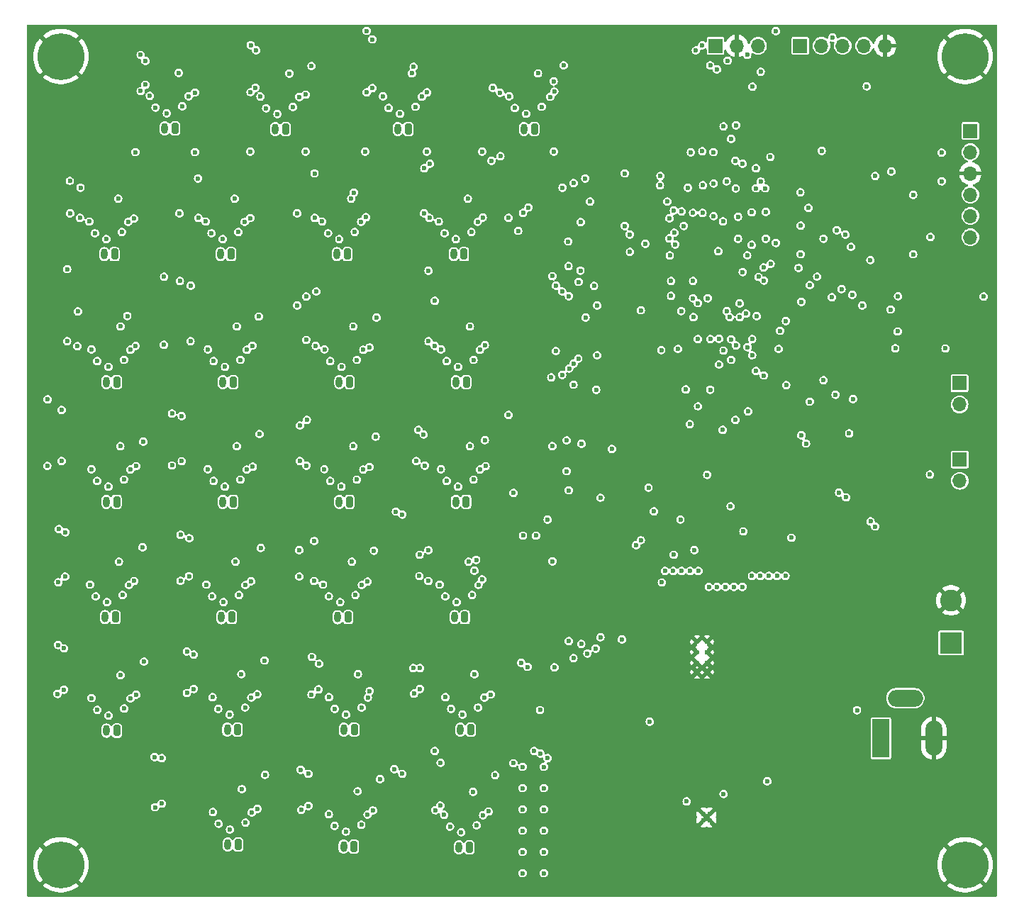
<source format=gbr>
%TF.GenerationSoftware,KiCad,Pcbnew,7.0.7*%
%TF.CreationDate,2024-01-27T11:11:08-08:00*%
%TF.ProjectId,KASM_PCB_REV1,4b41534d-5f50-4434-925f-524556312e6b,rev?*%
%TF.SameCoordinates,Original*%
%TF.FileFunction,Copper,L2,Inr*%
%TF.FilePolarity,Positive*%
%FSLAX46Y46*%
G04 Gerber Fmt 4.6, Leading zero omitted, Abs format (unit mm)*
G04 Created by KiCad (PCBNEW 7.0.7) date 2024-01-27 11:11:08*
%MOMM*%
%LPD*%
G01*
G04 APERTURE LIST*
G04 Aperture macros list*
%AMRoundRect*
0 Rectangle with rounded corners*
0 $1 Rounding radius*
0 $2 $3 $4 $5 $6 $7 $8 $9 X,Y pos of 4 corners*
0 Add a 4 corners polygon primitive as box body*
4,1,4,$2,$3,$4,$5,$6,$7,$8,$9,$2,$3,0*
0 Add four circle primitives for the rounded corners*
1,1,$1+$1,$2,$3*
1,1,$1+$1,$4,$5*
1,1,$1+$1,$6,$7*
1,1,$1+$1,$8,$9*
0 Add four rect primitives between the rounded corners*
20,1,$1+$1,$2,$3,$4,$5,0*
20,1,$1+$1,$4,$5,$6,$7,0*
20,1,$1+$1,$6,$7,$8,$9,0*
20,1,$1+$1,$8,$9,$2,$3,0*%
G04 Aperture macros list end*
%TA.AperFunction,ComponentPad*%
%ADD10RoundRect,0.200000X0.200000X0.450000X-0.200000X0.450000X-0.200000X-0.450000X0.200000X-0.450000X0*%
%TD*%
%TA.AperFunction,ComponentPad*%
%ADD11O,0.800000X1.300000*%
%TD*%
%TA.AperFunction,ComponentPad*%
%ADD12R,1.700000X1.700000*%
%TD*%
%TA.AperFunction,ComponentPad*%
%ADD13O,1.700000X1.700000*%
%TD*%
%TA.AperFunction,ComponentPad*%
%ADD14C,5.600000*%
%TD*%
%TA.AperFunction,ComponentPad*%
%ADD15C,0.600000*%
%TD*%
%TA.AperFunction,ComponentPad*%
%ADD16R,2.000000X4.600000*%
%TD*%
%TA.AperFunction,ComponentPad*%
%ADD17O,2.000000X4.200000*%
%TD*%
%TA.AperFunction,ComponentPad*%
%ADD18O,4.200000X2.000000*%
%TD*%
%TA.AperFunction,ComponentPad*%
%ADD19R,2.600000X2.600000*%
%TD*%
%TA.AperFunction,ComponentPad*%
%ADD20C,2.600000*%
%TD*%
%TA.AperFunction,ViaPad*%
%ADD21C,0.600000*%
%TD*%
G04 APERTURE END LIST*
D10*
%TO.N,Net-(J38-Pin_1)*%
%TO.C,J38*%
X116974726Y-88409616D03*
D11*
%TO.N,Net-(J38-Pin_2)*%
X115724726Y-88409616D03*
%TD*%
D12*
%TO.N,UART4_RX*%
%TO.C,J7*%
X146735800Y-48260000D03*
D13*
%TO.N,GND*%
X149275800Y-48260000D03*
%TO.N,UART4_TX*%
X151815800Y-48260000D03*
%TD*%
D10*
%TO.N,Net-(J44-Pin_1)*%
%TO.C,J44*%
X89146852Y-102713200D03*
D11*
%TO.N,Net-(J44-Pin_2)*%
X87896852Y-102713200D03*
%TD*%
D14*
%TO.N,GND*%
%TO.C,H2*%
X68580000Y-146050000D03*
%TD*%
D10*
%TO.N,Net-(J8-Pin_1)*%
%TO.C,J8*%
X75260474Y-130043600D03*
D11*
%TO.N,Net-(J8-Pin_2)*%
X74010474Y-130043600D03*
%TD*%
D10*
%TO.N,Net-(J40-Pin_1)*%
%TO.C,J40*%
X89752063Y-143658000D03*
D11*
%TO.N,Net-(J40-Pin_2)*%
X88502063Y-143658000D03*
%TD*%
D12*
%TO.N,+3.3V*%
%TO.C,J5*%
X177165000Y-58420000D03*
D13*
%TO.N,DEBUG_JTCK-SWCLK*%
X177165000Y-60960000D03*
%TO.N,GND*%
X177165000Y-63500000D03*
%TO.N,DEBUG_JTMS-SWDIO*%
X177165000Y-66040000D03*
%TO.N,/MCU/NRST*%
X177165000Y-68580000D03*
%TO.N,DEBUG_JTDO-SWO*%
X177165000Y-71120000D03*
%TD*%
D15*
%TO.N,GND*%
%TO.C,U1*%
X144526000Y-119456200D03*
X144526000Y-120656200D03*
X144526000Y-121956200D03*
X144526000Y-123056200D03*
X145726000Y-119456200D03*
X145726000Y-120656200D03*
X145726000Y-121956200D03*
X145726000Y-123056200D03*
%TD*%
D10*
%TO.N,Net-(J35-Pin_1)*%
%TO.C,J35*%
X110046663Y-58182600D03*
D11*
%TO.N,Net-(J35-Pin_2)*%
X108796663Y-58182600D03*
%TD*%
D14*
%TO.N,GND*%
%TO.C,H4*%
X176530000Y-146050000D03*
%TD*%
D10*
%TO.N,Net-(J13-Pin_1)*%
%TO.C,J13*%
X82215863Y-58125574D03*
D11*
%TO.N,Net-(J13-Pin_2)*%
X80965863Y-58125574D03*
%TD*%
D10*
%TO.N,Net-(J48-Pin_1)*%
%TO.C,J48*%
X102890863Y-116493589D03*
D11*
%TO.N,Net-(J48-Pin_2)*%
X101640863Y-116493589D03*
%TD*%
D10*
%TO.N,Net-(J43-Pin_1)*%
%TO.C,J43*%
X103056852Y-102713200D03*
D11*
%TO.N,Net-(J43-Pin_2)*%
X101806852Y-102713200D03*
%TD*%
D15*
%TO.N,GND*%
%TO.C,U2*%
X146053701Y-140792699D03*
X146053701Y-140005299D03*
X145266301Y-140792699D03*
X145266301Y-140005299D03*
%TD*%
D10*
%TO.N,Net-(J52-Pin_1)*%
%TO.C,J52*%
X89693910Y-129933600D03*
D11*
%TO.N,Net-(J52-Pin_2)*%
X88443910Y-129933600D03*
%TD*%
D10*
%TO.N,Net-(J50-Pin_1)*%
%TO.C,J50*%
X95423488Y-58208000D03*
D11*
%TO.N,Net-(J50-Pin_2)*%
X94173488Y-58208000D03*
%TD*%
D10*
%TO.N,Net-(J56-Pin_1)*%
%TO.C,J56*%
X88891497Y-73138994D03*
D11*
%TO.N,Net-(J56-Pin_2)*%
X87641497Y-73138994D03*
%TD*%
D12*
%TO.N,/MCU/CAP_SENSOR_OUT_1*%
%TO.C,J3*%
X175900000Y-97678233D03*
D13*
%TO.N,/MCU/CAP_SENSOR_RET_1*%
X175900000Y-100218233D03*
%TD*%
D10*
%TO.N,Net-(J37-Pin_1)*%
%TO.C,J37*%
X88980863Y-116493589D03*
D11*
%TO.N,Net-(J37-Pin_2)*%
X87730863Y-116493589D03*
%TD*%
D10*
%TO.N,Net-(J54-Pin_1)*%
%TO.C,J54*%
X75244726Y-88409616D03*
D11*
%TO.N,Net-(J54-Pin_2)*%
X73994726Y-88409616D03*
%TD*%
D10*
%TO.N,Net-(J41-Pin_1)*%
%TO.C,J41*%
X89154726Y-88409616D03*
D11*
%TO.N,Net-(J41-Pin_2)*%
X87904726Y-88409616D03*
%TD*%
D10*
%TO.N,Net-(J58-Pin_1)*%
%TO.C,J58*%
X116800863Y-116493589D03*
D11*
%TO.N,Net-(J58-Pin_2)*%
X115550863Y-116493589D03*
%TD*%
D10*
%TO.N,Net-(J46-Pin_1)*%
%TO.C,J46*%
X103603910Y-129933600D03*
D11*
%TO.N,Net-(J46-Pin_2)*%
X102353910Y-129933600D03*
%TD*%
D12*
%TO.N,SPI2_SCK*%
%TO.C,J6*%
X156845000Y-48260000D03*
D13*
%TO.N,SPI2_NSS*%
X159385000Y-48260000D03*
%TO.N,SPI2_MISO*%
X161925000Y-48260000D03*
%TO.N,SPI2_MOSI*%
X164465000Y-48260000D03*
%TO.N,GND*%
X167005000Y-48260000D03*
%TD*%
D10*
%TO.N,Net-(J53-Pin_1)*%
%TO.C,J53*%
X116711497Y-73138994D03*
D11*
%TO.N,Net-(J53-Pin_2)*%
X115461497Y-73138994D03*
%TD*%
D10*
%TO.N,Net-(J45-Pin_1)*%
%TO.C,J45*%
X103064726Y-88409616D03*
D11*
%TO.N,Net-(J45-Pin_2)*%
X101814726Y-88409616D03*
%TD*%
D10*
%TO.N,Net-(J42-Pin_1)*%
%TO.C,J42*%
X75236852Y-102713200D03*
D11*
%TO.N,Net-(J42-Pin_2)*%
X73986852Y-102713200D03*
%TD*%
D10*
%TO.N,Net-(J51-Pin_1)*%
%TO.C,J51*%
X117513910Y-129933600D03*
D11*
%TO.N,Net-(J51-Pin_2)*%
X116263910Y-129933600D03*
%TD*%
D10*
%TO.N,Net-(J39-Pin_1)*%
%TO.C,J39*%
X75070863Y-116493589D03*
D11*
%TO.N,Net-(J39-Pin_2)*%
X73820863Y-116493589D03*
%TD*%
D14*
%TO.N,GND*%
%TO.C,H1*%
X68580000Y-49530000D03*
%TD*%
D16*
%TO.N,+12V*%
%TO.C,J1*%
X166497000Y-130952000D03*
D17*
%TO.N,GND*%
X172797000Y-130952000D03*
D18*
%TO.N,unconnected-(J1-Pad3)*%
X169397000Y-126152000D03*
%TD*%
D12*
%TO.N,/MCU/CAP_SENSOR_OUT_2*%
%TO.C,J4*%
X175875000Y-88544400D03*
D13*
%TO.N,/MCU/CAP_SENSOR_RET_2*%
X175875000Y-91084400D03*
%TD*%
D10*
%TO.N,Net-(J57-Pin_1)*%
%TO.C,J57*%
X102801497Y-73138994D03*
D11*
%TO.N,Net-(J57-Pin_2)*%
X101551497Y-73138994D03*
%TD*%
D10*
%TO.N,Net-(J36-Pin_1)*%
%TO.C,J36*%
X103576888Y-143912000D03*
D11*
%TO.N,Net-(J36-Pin_2)*%
X102326888Y-143912000D03*
%TD*%
D10*
%TO.N,Net-(J59-Pin_1)*%
%TO.C,J59*%
X125104926Y-58182600D03*
D11*
%TO.N,Net-(J59-Pin_2)*%
X123854926Y-58182600D03*
%TD*%
D14*
%TO.N,GND*%
%TO.C,H3*%
X176530000Y-49530000D03*
%TD*%
D10*
%TO.N,Net-(J55-Pin_1)*%
%TO.C,J55*%
X74981497Y-73138994D03*
D11*
%TO.N,Net-(J55-Pin_2)*%
X73731497Y-73138994D03*
%TD*%
D10*
%TO.N,Net-(J49-Pin_1)*%
%TO.C,J49*%
X116966852Y-102713200D03*
D11*
%TO.N,Net-(J49-Pin_2)*%
X115716852Y-102713200D03*
%TD*%
D19*
%TO.N,+12V*%
%TO.C,J2*%
X174853800Y-119562800D03*
D20*
%TO.N,GND*%
X174853800Y-114482800D03*
%TD*%
D10*
%TO.N,Net-(J47-Pin_1)*%
%TO.C,J47*%
X117361863Y-143989555D03*
D11*
%TO.N,Net-(J47-Pin_2)*%
X116111863Y-143989555D03*
%TD*%
D21*
%TO.N,GND*%
X161239200Y-97078800D03*
X167335200Y-121742200D03*
%TO.N,Net-(U2-VSENSE)*%
X138887200Y-128981200D03*
%TO.N,GND*%
X165836600Y-141605000D03*
X167182800Y-141605000D03*
X166243000Y-139166600D03*
X165836600Y-140385800D03*
X167259000Y-139319000D03*
X165354000Y-138811000D03*
X92913200Y-136448800D03*
X84578789Y-101900400D03*
X99035847Y-129120800D03*
X167213600Y-97023233D03*
X120401938Y-141068555D03*
X127787400Y-124282200D03*
X91953938Y-113572589D03*
X157657800Y-143075400D03*
X80162400Y-65913000D03*
X70676663Y-87596816D03*
X87153337Y-52181974D03*
X105923938Y-70217994D03*
X114696600Y-109914989D03*
X115468400Y-50927000D03*
X158775400Y-143075400D03*
X92760800Y-122834400D03*
X149555200Y-123850400D03*
X102615226Y-71361038D03*
X138474800Y-110972600D03*
X153695400Y-143075400D03*
X150139400Y-143024600D03*
X137503000Y-113665000D03*
X73132589Y-96134600D03*
X138074400Y-145209000D03*
X74795226Y-71361038D03*
X70668789Y-101900400D03*
X92207938Y-99792200D03*
X159454600Y-114249200D03*
X135509000Y-121945400D03*
X72877234Y-66560394D03*
X78384400Y-94386400D03*
X131826000Y-138147800D03*
X143891000Y-56032400D03*
X142697200Y-64922400D03*
X115409647Y-123355000D03*
X88705226Y-71361038D03*
X108407200Y-65913000D03*
X164592000Y-81686400D03*
X89565792Y-141880044D03*
X121961412Y-96744200D03*
X131800600Y-140484600D03*
X84586663Y-87596816D03*
X144370800Y-134366000D03*
X101472625Y-137333400D03*
X112232800Y-115680789D03*
X98322800Y-115680789D03*
X114862589Y-96134600D03*
X135503000Y-113665000D03*
X145745200Y-118389400D03*
X141401800Y-84455000D03*
X92715938Y-127012600D03*
X127228600Y-97155000D03*
X148869400Y-141805400D03*
X147726400Y-56007000D03*
X125958600Y-111752600D03*
X103390617Y-142134044D03*
X124918655Y-56404644D03*
X80035401Y-110511000D03*
X102870581Y-100935244D03*
X107543600Y-121940200D03*
X106195018Y-81518932D03*
X158454600Y-114249200D03*
X152095200Y-123977400D03*
X77647800Y-57312774D03*
X114870463Y-81831016D03*
X70692411Y-129230800D03*
X121158000Y-81534000D03*
X120147938Y-85488616D03*
X149199600Y-54965600D03*
X136169400Y-74752200D03*
X89507639Y-128155644D03*
X156159200Y-123977400D03*
X93319225Y-51629400D03*
X159263400Y-96464433D03*
X138503000Y-113665000D03*
X84412800Y-115680789D03*
X100786600Y-109914989D03*
X109860392Y-56404644D03*
X165557200Y-121691400D03*
X138303000Y-76377800D03*
X147447000Y-141957800D03*
X94782567Y-137666645D03*
X106685938Y-140991000D03*
X137474800Y-110972600D03*
X73140463Y-81831016D03*
X116614592Y-114715633D03*
X107754967Y-67178600D03*
X98557938Y-55270400D03*
X153619200Y-123977400D03*
X93929200Y-65989200D03*
X87299800Y-50749200D03*
X116788455Y-86631660D03*
X87050463Y-81831016D03*
X100697234Y-66560394D03*
X117327639Y-128155644D03*
X78282800Y-109270800D03*
X107956812Y-96744200D03*
X131191000Y-51257200D03*
X99008825Y-143099200D03*
X94003012Y-96744200D03*
X157454600Y-114249200D03*
X93750367Y-67178600D03*
X97612200Y-52552600D03*
X121683367Y-67178600D03*
X164292600Y-90470033D03*
X85125847Y-129120800D03*
X121374738Y-137160000D03*
X98233434Y-72326194D03*
X80023812Y-96744200D03*
X88960581Y-100935244D03*
X146405600Y-56032400D03*
X70413434Y-72326194D03*
X174218600Y-74320400D03*
X120655938Y-127000000D03*
X78237938Y-99792200D03*
X132740400Y-73583800D03*
X100952589Y-96134600D03*
X88794592Y-114715633D03*
X101499647Y-123355000D03*
X136474800Y-110972600D03*
X105963112Y-109651800D03*
X121441601Y-110511000D03*
X84323434Y-72326194D03*
X85349937Y-55204574D03*
X117175592Y-142211599D03*
X135991600Y-76047600D03*
X120437500Y-136398000D03*
X145669000Y-142694400D03*
X112945847Y-129120800D03*
X92125800Y-81610200D03*
X152577800Y-143075400D03*
X114607234Y-66560394D03*
X106177938Y-85488616D03*
X105478600Y-57369800D03*
X157426400Y-111556800D03*
X131826000Y-142821400D03*
X120536863Y-57369800D03*
X80324100Y-81432400D03*
X112143434Y-72326194D03*
X102878455Y-86631660D03*
X79796567Y-67153200D03*
X100960463Y-81831016D03*
X107942400Y-51604000D03*
X92329000Y-109296200D03*
X80191738Y-83340784D03*
X135474800Y-110972600D03*
X104749600Y-97053400D03*
X98488789Y-101900400D03*
X159426400Y-111556800D03*
X70502800Y-115680789D03*
X149555200Y-122707400D03*
X154889200Y-123977400D03*
X100350176Y-52222400D03*
X112406663Y-87596816D03*
X94522754Y-123973000D03*
X78388338Y-86385400D03*
X92278200Y-95656400D03*
X86787234Y-66560394D03*
X108505792Y-137945582D03*
X136503000Y-113665000D03*
X92207938Y-85488616D03*
X148869400Y-142669000D03*
X80111600Y-51546974D03*
X116525226Y-71361038D03*
X75050581Y-100935244D03*
X123000663Y-51604000D03*
X166446200Y-79222600D03*
X157810200Y-68580000D03*
X102704592Y-114715633D03*
X140335000Y-129842000D03*
X115257600Y-137410955D03*
X119639938Y-113572589D03*
X158673800Y-68834000D03*
X80076390Y-124074600D03*
X78486000Y-122834400D03*
X157429200Y-123977400D03*
X136347200Y-77165200D03*
X158426400Y-111556800D03*
X135153400Y-100253800D03*
X95237217Y-56430044D03*
X150825200Y-123977400D03*
X142722600Y-63830200D03*
X130096200Y-52324000D03*
X98496663Y-87596816D03*
X153314400Y-84455000D03*
X85184000Y-142845200D03*
X90855425Y-57395200D03*
X91953938Y-70217994D03*
X88968455Y-86631660D03*
X87042589Y-96134600D03*
X145161000Y-56032400D03*
X112793800Y-143176755D03*
X87589647Y-123355000D03*
X92969938Y-140716000D03*
X165938200Y-122732800D03*
X75058455Y-86631660D03*
X93995138Y-82469400D03*
X133121400Y-72212200D03*
X93762601Y-110511000D03*
X160454600Y-114249200D03*
X119893938Y-70217994D03*
X117373400Y-80534100D03*
X86876600Y-109914989D03*
X107999738Y-82469400D03*
X114835400Y-52213600D03*
X87647800Y-137079400D03*
X146910800Y-137160000D03*
X105923938Y-113572589D03*
X168198800Y-74345800D03*
X155168600Y-143075400D03*
X137342944Y-72063100D03*
X107741801Y-110511000D03*
X77983938Y-70217994D03*
X122072400Y-66040000D03*
X78235938Y-113572589D03*
X151384000Y-136471400D03*
X156286200Y-143075400D03*
X141427200Y-77292200D03*
X120147938Y-99792200D03*
X138404600Y-135277600D03*
X75074203Y-128265644D03*
X73156211Y-123465000D03*
X106431938Y-127000000D03*
X72966600Y-109914989D03*
X160426400Y-111556800D03*
X78237938Y-127122600D03*
X74884592Y-114715633D03*
X112398789Y-101900400D03*
X82029592Y-56347618D03*
X116780581Y-100935244D03*
X151257000Y-143024600D03*
X106680000Y-136880600D03*
X123155300Y-124002800D03*
X144414204Y-135582072D03*
X113035937Y-55261600D03*
X103417639Y-128155644D03*
X148742400Y-54406800D03*
X106177938Y-99792200D03*
X129057400Y-55575200D03*
%TO.N,REF*%
X104902000Y-60892600D03*
X77513791Y-84094127D03*
X118865416Y-111982629D03*
X128955800Y-95377000D03*
X105826985Y-139570996D03*
X84582000Y-60960000D03*
X77548110Y-98461843D03*
X105413612Y-98550434D03*
X105455760Y-125322679D03*
X97800980Y-54098142D03*
X92012088Y-125693553D03*
X112268000Y-60892600D03*
X77552552Y-125760828D03*
X77339951Y-112177572D03*
X119278539Y-98461951D03*
X119183548Y-84020513D03*
X91186000Y-60892600D03*
X119888000Y-125730000D03*
X97790000Y-60892600D03*
X77470000Y-60960000D03*
X119644551Y-139692769D03*
X92048322Y-139381682D03*
X127477152Y-53714494D03*
X91273075Y-112211024D03*
X118872000Y-60892600D03*
X91488663Y-98518701D03*
X84582000Y-53848000D03*
X105201695Y-112240895D03*
X91440000Y-84074000D03*
X105433850Y-84278196D03*
X105000259Y-68739265D03*
X118941928Y-68774109D03*
X91186000Y-68834000D03*
X112288440Y-53831263D03*
X127440600Y-60892600D03*
X77293447Y-68888776D03*
X119183548Y-95357300D03*
X128955800Y-99060000D03*
%TO.N,+1V8*%
X126238000Y-139446000D03*
X123698000Y-134366000D03*
X106146600Y-94945200D03*
X87906063Y-71337749D03*
X78409800Y-95529400D03*
X115726063Y-71337749D03*
X78511400Y-121793000D03*
X103492589Y-96083800D03*
X125540663Y-51553200D03*
X123698000Y-147066000D03*
X101905429Y-114692344D03*
X123698000Y-141986000D03*
X115981418Y-100911955D03*
X116376429Y-142188310D03*
X120437500Y-135356600D03*
X90187800Y-137028600D03*
X88766629Y-141856755D03*
X82651600Y-51496174D03*
X117410463Y-81780216D03*
X94438054Y-56406755D03*
X123698000Y-144526000D03*
X102591454Y-142110755D03*
X127508000Y-122478800D03*
X92887800Y-121666000D03*
X90129647Y-123304200D03*
X95859225Y-51578600D03*
X76504800Y-80534100D03*
X88169292Y-86608371D03*
X127254000Y-96062800D03*
X103555800Y-65786000D03*
X74259292Y-86608371D03*
X102079292Y-86608371D03*
X106680000Y-135839200D03*
X117797600Y-137360155D03*
X75672589Y-96083800D03*
X75680463Y-81780216D03*
X74275040Y-128242355D03*
X92938600Y-135331200D03*
X110693200Y-50774600D03*
X74085429Y-114692344D03*
X123698000Y-136906000D03*
X88161418Y-100911955D03*
X126238000Y-134366000D03*
X89590463Y-81780216D03*
X92202000Y-80594200D03*
X102071418Y-100911955D03*
X117236600Y-109864189D03*
X106248200Y-80721200D03*
X117147234Y-66509594D03*
X81230429Y-56324329D03*
X89582589Y-96083800D03*
X101816063Y-71337749D03*
X126238000Y-136906000D03*
X98501200Y-50673000D03*
X116528476Y-128132355D03*
X75417234Y-66509594D03*
X74251418Y-100911955D03*
X75506600Y-109864189D03*
X126238000Y-147066000D03*
X126238000Y-144526000D03*
X104012625Y-137282600D03*
X126238000Y-141986000D03*
X89327234Y-66509594D03*
X124119492Y-56381355D03*
X88708476Y-128132355D03*
X78333600Y-108153200D03*
X75696211Y-123414200D03*
X109061229Y-56381355D03*
X92278200Y-94615000D03*
X115815429Y-114692344D03*
X104039647Y-123304200D03*
X87995429Y-114692344D03*
X117949647Y-123304200D03*
X103500463Y-81780216D03*
X92430600Y-108229400D03*
X115989292Y-86608371D03*
X105963112Y-108559600D03*
X117402589Y-96083800D03*
X110482400Y-51553200D03*
X127279400Y-109822200D03*
X89416600Y-109864189D03*
X102618476Y-128132355D03*
X123698000Y-139446000D03*
X73996063Y-71337749D03*
X127406400Y-52501800D03*
X103237234Y-66509594D03*
X103326600Y-109864189D03*
%TO.N,+3.3V*%
X142265400Y-84455000D03*
X148936200Y-112877600D03*
X149936200Y-112877600D03*
X143690600Y-110972600D03*
X145936200Y-112877600D03*
X154092400Y-111556800D03*
X162692400Y-94559433D03*
X157835600Y-67614800D03*
X151092400Y-111556800D03*
X140106400Y-64922400D03*
X146936200Y-112877600D03*
X140335000Y-112344200D03*
X136499600Y-70789800D03*
X141690600Y-110972600D03*
X140690600Y-110972600D03*
X134355600Y-96397000D03*
X153092400Y-111556800D03*
X132232400Y-76936600D03*
X155092400Y-111556800D03*
X174193200Y-84404200D03*
X163068000Y-78003400D03*
X148615400Y-59385200D03*
X140157200Y-63804800D03*
X149174200Y-57759600D03*
X163149600Y-90444633D03*
X135559800Y-119151400D03*
X154279600Y-84455000D03*
X136525000Y-72872600D03*
X152092400Y-111556800D03*
X142690600Y-110972600D03*
X147701000Y-57886600D03*
X147936200Y-112877600D03*
X168198800Y-84378800D03*
X141274800Y-73304400D03*
X144690600Y-110972600D03*
%TO.N,/MCU/NRST*%
X168529000Y-78181200D03*
X168478200Y-82372200D03*
X178739800Y-78206600D03*
X154457400Y-82296000D03*
X152476200Y-74736100D03*
%TO.N,DEBUG_JTCK-SWCLK*%
X173736000Y-64439800D03*
X173736000Y-61010800D03*
%TO.N,DEBUG_JTMS-SWDIO*%
X156895800Y-69732300D03*
X170332400Y-73152000D03*
X170332400Y-66065400D03*
X156895800Y-73152000D03*
%TO.N,DEBUG_JTDO-SWO*%
X172339000Y-99466400D03*
X146516500Y-68605400D03*
X145752500Y-99491800D03*
X172389800Y-71094600D03*
%TO.N,SPI2_SCK*%
X156870400Y-65760600D03*
X149421400Y-68681600D03*
X152739500Y-68097400D03*
X152739500Y-71297800D03*
X149421400Y-71323200D03*
%TO.N,SPI2_NSS*%
X146481800Y-60960000D03*
X159410400Y-60807600D03*
X146516500Y-64719200D03*
%TO.N,SPI2_MISO*%
X164249100Y-79273400D03*
%TO.N,SPI2_MOSI*%
X151861774Y-75858116D03*
X164798600Y-53111400D03*
X151155400Y-53136800D03*
%TO.N,UART4_RX*%
X146888200Y-51079400D03*
X152121825Y-64467133D03*
X152120600Y-51358800D03*
%TO.N,UART4_TX*%
X152674300Y-65278000D03*
%TO.N,Net-(J35-Pin_1)*%
X107028000Y-54296400D03*
X111669864Y-54337788D03*
%TO.N,Net-(J13-Pin_1)*%
X79197200Y-54239374D03*
X83839064Y-54280762D03*
%TO.N,Net-(U2-EN)*%
X143289900Y-138503400D03*
X152908000Y-136090400D03*
%TO.N,Net-(U2-VSENSE)*%
X147701000Y-137614400D03*
%TO.N,ADC1_INP4*%
X144653000Y-91313000D03*
X144627600Y-83286600D03*
%TO.N,ADC1_INP5*%
X146126200Y-83286600D03*
X146100800Y-89331800D03*
%TO.N,Net-(U5-SENSEA)*%
X83083400Y-55483974D03*
X79883000Y-55636374D03*
%TO.N,Net-(U12-SENSEA)*%
X107713800Y-55693400D03*
X110914200Y-55541000D03*
%TO.N,/MCU/BOOT0*%
X167716200Y-63271400D03*
X167640000Y-79756000D03*
%TO.N,I2C4_SDA*%
X143441338Y-65214740D03*
X143794544Y-60980256D03*
%TO.N,I2C4_SCL*%
X145161000Y-60858400D03*
X145237200Y-64922400D03*
%TO.N,TIM1_CH3_PHASE*%
X83896200Y-107061000D03*
X123748800Y-106758116D03*
X123748800Y-68217100D03*
X83870800Y-111607600D03*
%TO.N,TIM1_CH4_PHASE*%
X83007200Y-97866200D03*
X122021600Y-92347100D03*
X122021600Y-68808600D03*
X83007200Y-92481400D03*
%TO.N,TIM2_CH1_PHASE*%
X112471200Y-75133200D03*
X130632200Y-69316600D03*
X112475227Y-83544627D03*
X130606800Y-75107800D03*
%TO.N,TIM15_CH1*%
X98856800Y-63500000D03*
X98882200Y-68823505D03*
X135915400Y-69773800D03*
X135915400Y-63500000D03*
%TO.N,TIM15_CH2*%
X110718600Y-125628400D03*
X110655697Y-122580400D03*
X123164600Y-70358000D03*
X123520200Y-121940700D03*
%TO.N,TIM4_CH4_PHASE*%
X113868200Y-138998100D03*
X113919000Y-133883400D03*
X138734800Y-101041200D03*
X141224000Y-71272400D03*
X122605800Y-133934200D03*
X122605800Y-101650800D03*
%TO.N,TIM5_CH2_PHASE*%
X69316600Y-74930000D03*
X129184400Y-74574400D03*
X69316600Y-83540600D03*
X129159000Y-71628000D03*
%TO.N,TIM5_CH3_PHASE*%
X97053400Y-111633000D03*
X137261600Y-107899200D03*
X97028000Y-108483400D03*
X138353800Y-71899300D03*
%TO.N,TIM2_CH1*%
X113207800Y-84094127D03*
X113207800Y-78723900D03*
%TO.N,TIM5_CH2*%
X70612000Y-79984600D03*
X70535800Y-84124800D03*
%TO.N,TIM5_CH3*%
X137811100Y-79844500D03*
X98806000Y-112178100D03*
X98831400Y-107393200D03*
X137811100Y-107307616D03*
%TO.N,TIM13_CH1*%
X131191000Y-64109600D03*
X131216400Y-80721200D03*
X84988400Y-68823505D03*
X84963000Y-64109600D03*
%TO.N,TIM14_CH1*%
X91236800Y-48183800D03*
X91230579Y-53802880D03*
X145161000Y-48209200D03*
X145796000Y-78409800D03*
X144061500Y-78409800D03*
X144094200Y-80670400D03*
%TO.N,TIM8_CH4_PHASE*%
X69672200Y-68275200D03*
X129794000Y-64659100D03*
X129813720Y-86213821D03*
X69646800Y-64389000D03*
X147142200Y-83261200D03*
X147142200Y-86316500D03*
%TO.N,TIM12_CH2_PHASE*%
X111277400Y-94132400D03*
X111005411Y-97848211D03*
X147599400Y-94132400D03*
X147691700Y-84658200D03*
%TO.N,TIM1_CH1*%
X148444873Y-80658091D03*
X148539200Y-103251000D03*
X108585000Y-103886000D03*
X108381800Y-134645400D03*
X97256600Y-139496800D03*
X97205800Y-134721600D03*
%TO.N,TIM13_CH1_PHASE*%
X82778600Y-76352400D03*
X130352800Y-85623400D03*
X130378200Y-76454000D03*
X148615400Y-83312000D03*
X82727800Y-68275200D03*
X148615400Y-85766500D03*
%TO.N,TIM1_CH2*%
X149174200Y-84048600D03*
X97942400Y-92932900D03*
X97891600Y-98397711D03*
X149123400Y-92938600D03*
%TO.N,TIM14_CH1_PHASE*%
X149631400Y-79019400D03*
X149631400Y-80670400D03*
X91821000Y-53263800D03*
X144399000Y-48810500D03*
X91871800Y-48793400D03*
X144627600Y-78994000D03*
%TO.N,TIM1_CH3*%
X150368000Y-80238600D03*
X82854800Y-112141000D03*
X150063200Y-106248200D03*
X82854800Y-106654600D03*
%TO.N,TIM1_CH4*%
X81838800Y-92176600D03*
X81838800Y-98374200D03*
X150555100Y-84251800D03*
X150622000Y-91922600D03*
%TO.N,TIM15_CH1_PHASE*%
X132613400Y-79273400D03*
X151104600Y-83286600D03*
X132613400Y-85217000D03*
X96799400Y-79273400D03*
X96799400Y-68275200D03*
X151104600Y-85217000D03*
%TO.N,TIM4_CH1_PHASE*%
X97866200Y-83388200D03*
X97866200Y-78206600D03*
X151561800Y-87096600D03*
X129235200Y-78155800D03*
X129260600Y-86791800D03*
X151663400Y-80543400D03*
%TO.N,TIM4_CH2_PHASE*%
X99415600Y-122047000D03*
X155143200Y-81127600D03*
X129768600Y-88729500D03*
X155168600Y-88782300D03*
X129768600Y-121386600D03*
X99339400Y-125120400D03*
%TO.N,TIM12_CH2*%
X156997400Y-94767400D03*
X111887000Y-94681900D03*
X156997400Y-78841600D03*
X112039400Y-98397711D03*
%TO.N,HRTIM_CHC1_PHASE*%
X160680400Y-47269400D03*
X105765600Y-53314600D03*
X160629600Y-78282800D03*
X105765600Y-47498000D03*
%TO.N,HRTIM_CHC2_PHASE*%
X140258800Y-84607400D03*
X141427200Y-78130400D03*
X127685800Y-76901900D03*
X127660400Y-84709000D03*
X84099400Y-76901900D03*
X84048600Y-83540600D03*
%TO.N,HRTIM_CHD1_PHASE*%
X68961000Y-120218200D03*
X68961000Y-125145800D03*
X161772600Y-77317600D03*
X161493200Y-101625400D03*
X129219100Y-101346000D03*
X129216802Y-119353722D03*
%TO.N,HRTIM_CHD2_PHASE*%
X157988000Y-90763500D03*
X157988000Y-76835000D03*
X68656200Y-91744800D03*
X68656200Y-97840800D03*
%TO.N,TIM4_CH1*%
X128422400Y-77597000D03*
X152501600Y-87630000D03*
X128422400Y-87553800D03*
X99085400Y-77597000D03*
X152527000Y-76301600D03*
X99009200Y-84094127D03*
%TO.N,LPTIM1_OUT*%
X130733800Y-95783400D03*
X158877000Y-75819000D03*
X83616800Y-125552200D03*
X157535900Y-95758000D03*
X83616800Y-120599200D03*
X130708400Y-119694100D03*
%TO.N,TIM4_CH3*%
X112573749Y-68823505D03*
X149987000Y-75285600D03*
X149970900Y-62340900D03*
X112648768Y-62340900D03*
%TO.N,TIM4_CH4*%
X155803600Y-107010200D03*
X156641800Y-74795000D03*
X125091153Y-132473533D03*
X113284000Y-139547600D03*
X113207800Y-132475100D03*
X125298200Y-106757616D03*
%TO.N,HRTIM_CHA1*%
X153314400Y-74295000D03*
X153289000Y-61544200D03*
X121056400Y-61442600D03*
X121031000Y-53867111D03*
%TO.N,HRTIM_CHA2*%
X68275200Y-112318800D03*
X68351400Y-105968800D03*
X165227000Y-73863200D03*
X165236300Y-105058918D03*
%TO.N,HRTIM_CHB1*%
X150520400Y-73279000D03*
X78105000Y-49352200D03*
X150520400Y-49352200D03*
X78105000Y-53670200D03*
%TO.N,TIM8_CH4*%
X128473200Y-65208600D03*
X146100800Y-50587500D03*
X128600200Y-50587500D03*
X147066000Y-72796400D03*
X70866000Y-68823505D03*
X70916800Y-65208600D03*
%TO.N,HRTIM_CHB2*%
X125831600Y-132775100D03*
X79781400Y-133197600D03*
X162915600Y-72263000D03*
X79806800Y-139192000D03*
X125780800Y-127584200D03*
X163626800Y-127609600D03*
%TO.N,HRTIM_CHC1*%
X153949400Y-46507400D03*
X153949400Y-71805800D03*
X105079800Y-46482000D03*
X105079800Y-53822600D03*
%TO.N,HRTIM_CHC2*%
X159639000Y-71297800D03*
X159639000Y-88188800D03*
X127254000Y-75768200D03*
X127127000Y-87858600D03*
X80899000Y-75844400D03*
X80873600Y-83972400D03*
%TO.N,HRTIM_CHD1*%
X162331400Y-102184200D03*
X132985100Y-102235000D03*
X68173600Y-125653800D03*
X162255200Y-70815200D03*
X68224400Y-119811800D03*
X132985100Y-118897400D03*
%TO.N,HRTIM_CHD2*%
X161229900Y-70281800D03*
X66979800Y-90474800D03*
X161076419Y-89926381D03*
X66954400Y-98425000D03*
%TO.N,TIM4_CH3_PHASE*%
X151575300Y-65278000D03*
X111963200Y-62890400D03*
X111937800Y-68275200D03*
X151572325Y-62890400D03*
%TO.N,TIM15_CH2_PHASE*%
X141759725Y-67916367D03*
X124409200Y-67564000D03*
X141808200Y-70586600D03*
X111455200Y-125069600D03*
X111455200Y-122580400D03*
X124282200Y-122428000D03*
%TO.N,TIM16_CH1_PHASE*%
X111379000Y-111582200D03*
X111404400Y-109042200D03*
X151069900Y-72034400D03*
X141935200Y-71983600D03*
X151069900Y-68148200D03*
X141757400Y-109042200D03*
%TO.N,LPTIM1_OUT_PHASE*%
X132486400Y-89331800D03*
X84455000Y-125069600D03*
X84455000Y-120954800D03*
X143179800Y-89306400D03*
X132435600Y-120243600D03*
X142962000Y-69773800D03*
%TO.N,HRTIM_CHA1_PHASE*%
X149123400Y-62001400D03*
X119986863Y-61998663D03*
X120142000Y-53289200D03*
X149148800Y-65303400D03*
%TO.N,HRTIM_CHA2_PHASE*%
X165811200Y-63804800D03*
X69088000Y-111633000D03*
X69113400Y-106349800D03*
X165785800Y-105664000D03*
%TO.N,HRTIM_CHB1_PHASE*%
X148183600Y-50038000D03*
X148056600Y-64465200D03*
X78663800Y-50063400D03*
X78663800Y-52908200D03*
%TO.N,HRTIM_CHB2_PHASE*%
X147624800Y-69224300D03*
X80619600Y-133324600D03*
X142630300Y-79933800D03*
X142544800Y-104848700D03*
X80619600Y-138760200D03*
X126669800Y-133324600D03*
X126695200Y-104848700D03*
X148056600Y-79959200D03*
%TO.N,TIM4_CH2*%
X98501200Y-125730000D03*
X131749800Y-66852800D03*
X131445000Y-120827800D03*
X141249300Y-68859400D03*
X140975300Y-66852800D03*
X98552000Y-121234200D03*
%TO.N,TIM16_CH1*%
X145186400Y-68224400D03*
X112445800Y-112178100D03*
X112445800Y-108492700D03*
X144221200Y-108483400D03*
%TO.N,TIM1_CH1_PHASE*%
X109347000Y-104241600D03*
X98120200Y-139039600D03*
X98120200Y-135204200D03*
X144061000Y-76344500D03*
X109347000Y-135204200D03*
X139369800Y-103860600D03*
X144061500Y-68199000D03*
X141436500Y-76352400D03*
%TO.N,TIM1_CH2_PHASE*%
X97104200Y-97840800D03*
X142697200Y-68046600D03*
X97104200Y-93599000D03*
X143662400Y-93446600D03*
%TO.N,Net-(J8-Pin_1)*%
X76883675Y-126198788D03*
X72241811Y-126157400D03*
%TO.N,Net-(J36-Pin_1)*%
X105200089Y-140067188D03*
X100558225Y-140025800D03*
%TO.N,Net-(U7-SENSEA)*%
X76128011Y-127402000D03*
X72927611Y-127554400D03*
%TO.N,Net-(U34-SENSEA)*%
X101244025Y-141422800D03*
X104444425Y-141270400D03*
%TO.N,Net-(J37-Pin_1)*%
X85962200Y-112607389D03*
X90604064Y-112648777D03*
%TO.N,Net-(J38-Pin_1)*%
X118597927Y-84564804D03*
X113956063Y-84523416D03*
%TO.N,Net-(J39-Pin_1)*%
X76694064Y-112648777D03*
X72052200Y-112607389D03*
%TO.N,Net-(J40-Pin_1)*%
X91375264Y-139813188D03*
X86733400Y-139771800D03*
%TO.N,Net-(J41-Pin_1)*%
X90777927Y-84564804D03*
X86136063Y-84523416D03*
%TO.N,Net-(J42-Pin_1)*%
X72218189Y-98827000D03*
X76860053Y-98868388D03*
%TO.N,Net-(J43-Pin_1)*%
X104680053Y-98868388D03*
X100038189Y-98827000D03*
%TO.N,Net-(J44-Pin_1)*%
X86128189Y-98827000D03*
X90770053Y-98868388D03*
%TO.N,Net-(J45-Pin_1)*%
X100046063Y-84523416D03*
X104687927Y-84564804D03*
%TO.N,Net-(J46-Pin_1)*%
X100585247Y-126047400D03*
X105227111Y-126088788D03*
%TO.N,Net-(J47-Pin_1)*%
X118985064Y-140144743D03*
X114343200Y-140103355D03*
%TO.N,Net-(J48-Pin_1)*%
X99872200Y-112607389D03*
X104514064Y-112648777D03*
%TO.N,Net-(J49-Pin_1)*%
X118590053Y-98868388D03*
X113948189Y-98827000D03*
%TO.N,Net-(J50-Pin_1)*%
X97046689Y-54363188D03*
X92404825Y-54321800D03*
%TO.N,Net-(J51-Pin_1)*%
X114495247Y-126047400D03*
X119137111Y-126088788D03*
%TO.N,Net-(J52-Pin_1)*%
X91317111Y-126088788D03*
X86675247Y-126047400D03*
%TO.N,Net-(J53-Pin_1)*%
X113692834Y-69252794D03*
X118334698Y-69294182D03*
%TO.N,Net-(J54-Pin_1)*%
X72226063Y-84523416D03*
X76867927Y-84564804D03*
%TO.N,Net-(J55-Pin_1)*%
X71962834Y-69252794D03*
X76604698Y-69294182D03*
%TO.N,Net-(J56-Pin_1)*%
X85872834Y-69252794D03*
X90514698Y-69294182D03*
%TO.N,Net-(J57-Pin_1)*%
X99782834Y-69252794D03*
X104424698Y-69294182D03*
%TO.N,Net-(J58-Pin_1)*%
X118424064Y-112648777D03*
X113782200Y-112607389D03*
%TO.N,Net-(U35-SENSEA)*%
X86648000Y-114004389D03*
X89848400Y-113851989D03*
%TO.N,Net-(U36-SENSEA)*%
X117842263Y-85768016D03*
X114641863Y-85920416D03*
%TO.N,Net-(U37-SENSEA)*%
X72738000Y-114004389D03*
X75938400Y-113851989D03*
%TO.N,Net-(U38-SENSEA)*%
X90619600Y-141016400D03*
X87419200Y-141168800D03*
%TO.N,Net-(U39-SENSEA)*%
X90022263Y-85768016D03*
X86821863Y-85920416D03*
%TO.N,Net-(U40-SENSEA)*%
X72903989Y-100224000D03*
X76104389Y-100071600D03*
%TO.N,Net-(U41-SENSEA)*%
X103924389Y-100071600D03*
X100723989Y-100224000D03*
%TO.N,Net-(U42-SENSEA)*%
X86813989Y-100224000D03*
X90014389Y-100071600D03*
%TO.N,Net-(U43-SENSEA)*%
X100731863Y-85920416D03*
X103932263Y-85768016D03*
%TO.N,Net-(U44-SENSEA)*%
X104471447Y-127292000D03*
X101271047Y-127444400D03*
%TO.N,Net-(U45-SENSEA)*%
X118229400Y-141347955D03*
X115029000Y-141500355D03*
%TO.N,Net-(U46-SENSEA)*%
X100558000Y-114004389D03*
X103758400Y-113851989D03*
%TO.N,Net-(U47-SENSEA)*%
X117834389Y-100071600D03*
X114633989Y-100224000D03*
%TO.N,Net-(U48-SENSEA)*%
X93090625Y-55718800D03*
X96291025Y-55566400D03*
%TO.N,Net-(U49-SENSEA)*%
X115181047Y-127444400D03*
X118381447Y-127292000D03*
%TO.N,Net-(U50-SENSEA)*%
X90561447Y-127292000D03*
X87361047Y-127444400D03*
%TO.N,Net-(U51-SENSEA)*%
X114378634Y-70649794D03*
X117579034Y-70497394D03*
%TO.N,Net-(U52-SENSEA)*%
X76112263Y-85768016D03*
X72911863Y-85920416D03*
%TO.N,Net-(U53-SENSEA)*%
X72648634Y-70649794D03*
X75849034Y-70497394D03*
%TO.N,Net-(U54-SENSEA)*%
X89759034Y-70497394D03*
X86558634Y-70649794D03*
%TO.N,Net-(U55-SENSEA)*%
X103669034Y-70497394D03*
X100468634Y-70649794D03*
%TO.N,Net-(U56-SENSEA)*%
X117668400Y-113851989D03*
X114468000Y-114004389D03*
%TO.N,Net-(J59-Pin_1)*%
X122086263Y-54296400D03*
X127000000Y-54356000D03*
%TO.N,Net-(U57-SENSEA)*%
X125972463Y-55541000D03*
X122772063Y-55693400D03*
%TO.N,/Drivers/TIM16_CH1/EN*%
X117932200Y-110947200D03*
X118160800Y-109651800D03*
%TD*%
%TA.AperFunction,Conductor*%
%TO.N,GND*%
G36*
X145576489Y-139974495D02*
G01*
X145615358Y-140000803D01*
X145660001Y-140045446D01*
X145683493Y-140021954D01*
X145704641Y-140000805D01*
X145765963Y-139967318D01*
X145835655Y-139972301D01*
X145891589Y-140014171D01*
X145912098Y-140056388D01*
X145919213Y-140082943D01*
X145976053Y-140139783D01*
X145976054Y-140139783D01*
X145976056Y-140139785D01*
X146002610Y-140146900D01*
X146062268Y-140183262D01*
X146092799Y-140246108D01*
X146084506Y-140315484D01*
X146058207Y-140354345D01*
X146053706Y-140358847D01*
X146013554Y-140398998D01*
X146013554Y-140398999D01*
X146058197Y-140443642D01*
X146091682Y-140504965D01*
X146086698Y-140574657D01*
X146044826Y-140630590D01*
X146002609Y-140651098D01*
X145976057Y-140658212D01*
X145919213Y-140715055D01*
X145919213Y-140715056D01*
X145912098Y-140741609D01*
X145875732Y-140801269D01*
X145812885Y-140831797D01*
X145743509Y-140823500D01*
X145704643Y-140797194D01*
X145660001Y-140752552D01*
X145636507Y-140776046D01*
X145615356Y-140797196D01*
X145554032Y-140830680D01*
X145484341Y-140825694D01*
X145428408Y-140783821D01*
X145407902Y-140741607D01*
X145406478Y-140736295D01*
X145400787Y-140715054D01*
X145400786Y-140715053D01*
X145400786Y-140715052D01*
X145343946Y-140658212D01*
X145317393Y-140651098D01*
X145257732Y-140614734D01*
X145227202Y-140551887D01*
X145235496Y-140482511D01*
X145261814Y-140443632D01*
X145266306Y-140439141D01*
X145306448Y-140398999D01*
X145261804Y-140354355D01*
X145228319Y-140293032D01*
X145233303Y-140223340D01*
X145275175Y-140167407D01*
X145317388Y-140146900D01*
X145343946Y-140139785D01*
X145400787Y-140082945D01*
X145407901Y-140056392D01*
X145444266Y-139996731D01*
X145507113Y-139966201D01*
X145576489Y-139974495D01*
G37*
%TD.AperFunction*%
%TA.AperFunction,Conductor*%
G36*
X180282539Y-45740185D02*
G01*
X180328294Y-45792989D01*
X180339500Y-45844500D01*
X180339500Y-149735500D01*
X180319815Y-149802539D01*
X180267011Y-149848294D01*
X180215500Y-149859500D01*
X64640500Y-149859500D01*
X64573461Y-149839815D01*
X64527706Y-149787011D01*
X64516500Y-149735500D01*
X64516500Y-146050002D01*
X65275153Y-146050002D01*
X65294526Y-146407314D01*
X65294527Y-146407331D01*
X65352415Y-146760431D01*
X65352421Y-146760457D01*
X65448147Y-147105232D01*
X65448149Y-147105239D01*
X65580597Y-147437659D01*
X65580606Y-147437677D01*
X65748218Y-147753827D01*
X65949033Y-148050007D01*
X66076441Y-148200003D01*
X66076442Y-148200004D01*
X67187413Y-147089032D01*
X67248736Y-147055547D01*
X67318427Y-147060531D01*
X67369381Y-147096179D01*
X67445130Y-147184870D01*
X67508855Y-147239296D01*
X67533816Y-147260615D01*
X67572009Y-147319122D01*
X67572507Y-147388990D01*
X67540965Y-147442586D01*
X66427255Y-148556295D01*
X66427256Y-148556296D01*
X66440485Y-148568828D01*
X66440486Y-148568829D01*
X66725367Y-148785388D01*
X66725370Y-148785390D01*
X67031990Y-148969876D01*
X67356739Y-149120122D01*
X67356744Y-149120123D01*
X67695855Y-149234383D01*
X68045339Y-149311311D01*
X68401075Y-149349999D01*
X68401085Y-149350000D01*
X68758915Y-149350000D01*
X68758924Y-149349999D01*
X69114660Y-149311311D01*
X69464144Y-149234383D01*
X69803255Y-149120123D01*
X69803260Y-149120122D01*
X70128009Y-148969876D01*
X70434629Y-148785390D01*
X70434632Y-148785388D01*
X70719504Y-148568836D01*
X70732742Y-148556294D01*
X69619033Y-147442586D01*
X69585548Y-147381263D01*
X69590532Y-147311571D01*
X69626180Y-147260617D01*
X69714870Y-147184870D01*
X69790617Y-147096180D01*
X69849121Y-147057990D01*
X69918989Y-147057490D01*
X69972586Y-147089033D01*
X71083556Y-148200003D01*
X71210964Y-148050008D01*
X71210975Y-148049994D01*
X71411781Y-147753827D01*
X71579393Y-147437677D01*
X71579402Y-147437659D01*
X71711850Y-147105239D01*
X71711852Y-147105232D01*
X71722745Y-147065999D01*
X123192353Y-147065999D01*
X123212834Y-147208456D01*
X123272622Y-147339371D01*
X123272623Y-147339373D01*
X123366872Y-147448143D01*
X123487947Y-147525953D01*
X123487950Y-147525954D01*
X123487949Y-147525954D01*
X123626036Y-147566499D01*
X123626038Y-147566500D01*
X123626039Y-147566500D01*
X123769962Y-147566500D01*
X123769962Y-147566499D01*
X123908053Y-147525953D01*
X124029128Y-147448143D01*
X124123377Y-147339373D01*
X124183165Y-147208457D01*
X124203647Y-147066000D01*
X125732353Y-147066000D01*
X125752834Y-147208456D01*
X125812622Y-147339371D01*
X125812623Y-147339373D01*
X125906872Y-147448143D01*
X126027947Y-147525953D01*
X126027950Y-147525954D01*
X126027949Y-147525954D01*
X126166036Y-147566499D01*
X126166038Y-147566500D01*
X126166039Y-147566500D01*
X126309962Y-147566500D01*
X126309962Y-147566499D01*
X126448053Y-147525953D01*
X126569128Y-147448143D01*
X126663377Y-147339373D01*
X126723165Y-147208457D01*
X126743647Y-147066000D01*
X126723165Y-146923543D01*
X126663377Y-146792627D01*
X126569128Y-146683857D01*
X126448053Y-146606047D01*
X126448051Y-146606046D01*
X126448049Y-146606045D01*
X126448050Y-146606045D01*
X126309963Y-146565500D01*
X126309961Y-146565500D01*
X126166039Y-146565500D01*
X126166036Y-146565500D01*
X126027949Y-146606045D01*
X125906873Y-146683856D01*
X125812623Y-146792626D01*
X125812622Y-146792628D01*
X125752834Y-146923543D01*
X125732353Y-147066000D01*
X124203647Y-147066000D01*
X124183165Y-146923543D01*
X124123377Y-146792627D01*
X124029128Y-146683857D01*
X123908053Y-146606047D01*
X123908051Y-146606046D01*
X123908049Y-146606045D01*
X123908050Y-146606045D01*
X123769963Y-146565500D01*
X123769961Y-146565500D01*
X123626039Y-146565500D01*
X123626036Y-146565500D01*
X123487949Y-146606045D01*
X123366873Y-146683856D01*
X123272623Y-146792626D01*
X123272622Y-146792628D01*
X123212834Y-146923543D01*
X123192353Y-147065999D01*
X71722745Y-147065999D01*
X71807578Y-146760457D01*
X71807584Y-146760431D01*
X71865472Y-146407331D01*
X71865473Y-146407314D01*
X71884847Y-146050002D01*
X173225153Y-146050002D01*
X173244526Y-146407314D01*
X173244527Y-146407331D01*
X173302415Y-146760431D01*
X173302421Y-146760457D01*
X173398147Y-147105232D01*
X173398149Y-147105239D01*
X173530597Y-147437659D01*
X173530606Y-147437677D01*
X173698218Y-147753827D01*
X173899033Y-148050007D01*
X174026441Y-148200003D01*
X174026442Y-148200004D01*
X175137413Y-147089032D01*
X175198736Y-147055547D01*
X175268427Y-147060531D01*
X175319381Y-147096179D01*
X175395130Y-147184870D01*
X175458855Y-147239296D01*
X175483816Y-147260615D01*
X175522009Y-147319122D01*
X175522507Y-147388990D01*
X175490965Y-147442586D01*
X174377255Y-148556295D01*
X174377256Y-148556296D01*
X174390485Y-148568828D01*
X174390486Y-148568829D01*
X174675367Y-148785388D01*
X174675370Y-148785390D01*
X174981990Y-148969876D01*
X175306739Y-149120122D01*
X175306744Y-149120123D01*
X175645855Y-149234383D01*
X175995339Y-149311311D01*
X176351075Y-149349999D01*
X176351085Y-149350000D01*
X176708915Y-149350000D01*
X176708924Y-149349999D01*
X177064660Y-149311311D01*
X177414144Y-149234383D01*
X177753255Y-149120123D01*
X177753260Y-149120122D01*
X178078009Y-148969876D01*
X178384629Y-148785390D01*
X178384632Y-148785388D01*
X178669504Y-148568836D01*
X178682742Y-148556294D01*
X177569033Y-147442586D01*
X177535548Y-147381263D01*
X177540532Y-147311571D01*
X177576180Y-147260617D01*
X177664870Y-147184870D01*
X177740617Y-147096180D01*
X177799121Y-147057990D01*
X177868989Y-147057490D01*
X177922586Y-147089033D01*
X179033556Y-148200003D01*
X179160964Y-148050008D01*
X179160975Y-148049994D01*
X179361781Y-147753827D01*
X179529393Y-147437677D01*
X179529402Y-147437659D01*
X179661850Y-147105239D01*
X179661852Y-147105232D01*
X179757578Y-146760457D01*
X179757584Y-146760431D01*
X179815472Y-146407331D01*
X179815473Y-146407314D01*
X179834846Y-146050002D01*
X179834846Y-146049997D01*
X179815473Y-145692685D01*
X179815472Y-145692668D01*
X179757584Y-145339568D01*
X179757578Y-145339542D01*
X179661852Y-144994767D01*
X179661850Y-144994760D01*
X179529402Y-144662340D01*
X179529393Y-144662322D01*
X179361781Y-144346172D01*
X179160966Y-144049992D01*
X179033557Y-143899995D01*
X179033556Y-143899994D01*
X177922586Y-145010965D01*
X177861263Y-145044450D01*
X177791571Y-145039466D01*
X177740615Y-145003816D01*
X177719296Y-144978855D01*
X177664870Y-144915130D01*
X177576179Y-144839381D01*
X177537989Y-144780878D01*
X177537489Y-144711010D01*
X177569032Y-144657413D01*
X178682743Y-143543703D01*
X178682742Y-143543702D01*
X178669514Y-143531171D01*
X178669513Y-143531170D01*
X178384632Y-143314611D01*
X178384629Y-143314609D01*
X178078009Y-143130123D01*
X177753260Y-142979877D01*
X177753255Y-142979876D01*
X177414144Y-142865616D01*
X177064660Y-142788688D01*
X176708924Y-142750000D01*
X176351075Y-142750000D01*
X175995339Y-142788688D01*
X175645855Y-142865616D01*
X175306744Y-142979876D01*
X175306739Y-142979877D01*
X174981990Y-143130123D01*
X174675370Y-143314609D01*
X174675367Y-143314611D01*
X174390491Y-143531166D01*
X174377256Y-143543703D01*
X174377255Y-143543703D01*
X175490966Y-144657413D01*
X175524451Y-144718736D01*
X175519467Y-144788428D01*
X175483817Y-144839384D01*
X175395130Y-144915130D01*
X175319384Y-145003817D01*
X175260877Y-145042010D01*
X175191009Y-145042508D01*
X175137413Y-145010966D01*
X174026442Y-143899994D01*
X174026441Y-143899995D01*
X173899040Y-144049983D01*
X173899033Y-144049993D01*
X173698218Y-144346172D01*
X173530606Y-144662322D01*
X173530597Y-144662340D01*
X173398149Y-144994760D01*
X173398147Y-144994767D01*
X173302421Y-145339542D01*
X173302415Y-145339568D01*
X173244527Y-145692668D01*
X173244526Y-145692685D01*
X173225153Y-146049997D01*
X173225153Y-146050002D01*
X71884847Y-146050002D01*
X71884847Y-146049997D01*
X71865473Y-145692685D01*
X71865472Y-145692668D01*
X71807584Y-145339568D01*
X71807578Y-145339542D01*
X71711852Y-144994767D01*
X71711850Y-144994760D01*
X71579402Y-144662340D01*
X71579393Y-144662322D01*
X71411781Y-144346172D01*
X71210966Y-144049992D01*
X71123784Y-143947354D01*
X87901563Y-143947354D01*
X87901564Y-143947370D01*
X87917018Y-144064760D01*
X87917019Y-144064762D01*
X87977527Y-144210841D01*
X88073781Y-144336282D01*
X88199222Y-144432536D01*
X88345301Y-144493044D01*
X88423681Y-144503362D01*
X88502062Y-144513682D01*
X88502063Y-144513682D01*
X88502064Y-144513682D01*
X88554316Y-144506802D01*
X88658825Y-144493044D01*
X88804904Y-144432536D01*
X88930345Y-144336282D01*
X88984107Y-144266216D01*
X89040533Y-144225015D01*
X89110279Y-144220860D01*
X89171200Y-144255072D01*
X89192963Y-144285403D01*
X89224013Y-144346342D01*
X89224014Y-144346343D01*
X89224017Y-144346347D01*
X89313715Y-144436045D01*
X89313717Y-144436046D01*
X89313721Y-144436050D01*
X89425576Y-144493043D01*
X89426761Y-144493647D01*
X89520538Y-144508499D01*
X89520544Y-144508500D01*
X89983581Y-144508499D01*
X90077367Y-144493646D01*
X90190405Y-144436050D01*
X90280113Y-144346342D01*
X90337709Y-144233304D01*
X90337709Y-144233302D01*
X90337710Y-144233301D01*
X90342770Y-144201354D01*
X101726388Y-144201354D01*
X101726389Y-144201370D01*
X101741843Y-144318760D01*
X101741844Y-144318762D01*
X101796204Y-144450000D01*
X101802352Y-144464841D01*
X101898606Y-144590282D01*
X102024047Y-144686536D01*
X102170126Y-144747044D01*
X102204505Y-144751570D01*
X102326887Y-144767682D01*
X102326888Y-144767682D01*
X102326889Y-144767682D01*
X102379141Y-144760802D01*
X102483650Y-144747044D01*
X102629729Y-144686536D01*
X102755170Y-144590282D01*
X102808932Y-144520216D01*
X102865358Y-144479015D01*
X102935104Y-144474860D01*
X102996025Y-144509072D01*
X103017788Y-144539403D01*
X103048838Y-144600342D01*
X103048839Y-144600343D01*
X103048842Y-144600347D01*
X103138540Y-144690045D01*
X103138542Y-144690046D01*
X103138546Y-144690050D01*
X103250401Y-144747043D01*
X103251586Y-144747647D01*
X103345363Y-144762499D01*
X103345369Y-144762500D01*
X103808406Y-144762499D01*
X103902192Y-144747646D01*
X104015230Y-144690050D01*
X104104938Y-144600342D01*
X104162534Y-144487304D01*
X104162534Y-144487302D01*
X104162535Y-144487301D01*
X104177387Y-144393524D01*
X104177388Y-144393519D01*
X104177388Y-144278909D01*
X115511363Y-144278909D01*
X115511364Y-144278925D01*
X115526818Y-144396315D01*
X115526819Y-144396317D01*
X115580535Y-144526000D01*
X115587327Y-144542396D01*
X115683581Y-144667837D01*
X115809022Y-144764091D01*
X115955101Y-144824599D01*
X116033481Y-144834917D01*
X116111862Y-144845237D01*
X116111863Y-144845237D01*
X116111864Y-144845237D01*
X116164117Y-144838357D01*
X116268625Y-144824599D01*
X116414704Y-144764091D01*
X116540145Y-144667837D01*
X116593907Y-144597771D01*
X116650333Y-144556570D01*
X116720079Y-144552415D01*
X116781000Y-144586627D01*
X116802763Y-144616958D01*
X116833813Y-144677897D01*
X116833814Y-144677898D01*
X116833817Y-144677902D01*
X116923515Y-144767600D01*
X116923517Y-144767601D01*
X116923521Y-144767605D01*
X117035376Y-144824598D01*
X117036561Y-144825202D01*
X117123979Y-144839046D01*
X117126107Y-144839384D01*
X117130338Y-144840054D01*
X117130344Y-144840055D01*
X117593381Y-144840054D01*
X117687167Y-144825201D01*
X117800205Y-144767605D01*
X117889913Y-144677897D01*
X117947509Y-144564859D01*
X117947509Y-144564857D01*
X117947510Y-144564856D01*
X117953664Y-144526000D01*
X123192353Y-144526000D01*
X123212834Y-144668456D01*
X123272622Y-144799371D01*
X123272623Y-144799373D01*
X123366872Y-144908143D01*
X123487947Y-144985953D01*
X123487950Y-144985954D01*
X123487949Y-144985954D01*
X123626036Y-145026499D01*
X123626038Y-145026500D01*
X123626039Y-145026500D01*
X123769962Y-145026500D01*
X123769962Y-145026499D01*
X123908053Y-144985953D01*
X124029128Y-144908143D01*
X124123377Y-144799373D01*
X124183165Y-144668457D01*
X124203647Y-144526000D01*
X125732353Y-144526000D01*
X125752834Y-144668456D01*
X125812622Y-144799371D01*
X125812623Y-144799373D01*
X125906872Y-144908143D01*
X126027947Y-144985953D01*
X126027950Y-144985954D01*
X126027949Y-144985954D01*
X126166036Y-145026499D01*
X126166038Y-145026500D01*
X126166039Y-145026500D01*
X126309962Y-145026500D01*
X126309962Y-145026499D01*
X126448053Y-144985953D01*
X126569128Y-144908143D01*
X126663377Y-144799373D01*
X126723165Y-144668457D01*
X126743647Y-144526000D01*
X126723165Y-144383543D01*
X126663377Y-144252627D01*
X126569128Y-144143857D01*
X126448053Y-144066047D01*
X126448051Y-144066046D01*
X126448049Y-144066045D01*
X126448050Y-144066045D01*
X126309963Y-144025500D01*
X126309961Y-144025500D01*
X126166039Y-144025500D01*
X126166036Y-144025500D01*
X126027949Y-144066045D01*
X125906873Y-144143856D01*
X125812623Y-144252626D01*
X125812622Y-144252628D01*
X125752834Y-144383543D01*
X125732353Y-144526000D01*
X124203647Y-144526000D01*
X124183165Y-144383543D01*
X124123377Y-144252627D01*
X124029128Y-144143857D01*
X123908053Y-144066047D01*
X123908051Y-144066046D01*
X123908049Y-144066045D01*
X123908050Y-144066045D01*
X123769963Y-144025500D01*
X123769961Y-144025500D01*
X123626039Y-144025500D01*
X123626036Y-144025500D01*
X123487949Y-144066045D01*
X123366873Y-144143856D01*
X123272623Y-144252626D01*
X123272622Y-144252628D01*
X123212834Y-144383543D01*
X123192353Y-144526000D01*
X117953664Y-144526000D01*
X117962362Y-144471079D01*
X117962363Y-144471074D01*
X117962362Y-143508037D01*
X117947509Y-143414251D01*
X117889913Y-143301213D01*
X117889909Y-143301209D01*
X117889908Y-143301207D01*
X117800210Y-143211509D01*
X117800207Y-143211507D01*
X117800205Y-143211505D01*
X117723380Y-143172360D01*
X117687164Y-143153907D01*
X117593387Y-143139055D01*
X117130345Y-143139055D01*
X117049382Y-143151878D01*
X117036559Y-143153909D01*
X116923521Y-143211505D01*
X116923520Y-143211506D01*
X116923515Y-143211509D01*
X116833817Y-143301207D01*
X116833812Y-143301214D01*
X116802766Y-143362145D01*
X116754792Y-143412940D01*
X116686970Y-143429735D01*
X116620836Y-143407197D01*
X116593907Y-143381336D01*
X116542706Y-143314611D01*
X116540145Y-143311273D01*
X116414704Y-143215019D01*
X116406230Y-143211509D01*
X116268625Y-143154511D01*
X116268623Y-143154510D01*
X116111864Y-143133873D01*
X116111862Y-143133873D01*
X115955102Y-143154510D01*
X115955100Y-143154511D01*
X115809023Y-143215018D01*
X115683581Y-143311273D01*
X115587326Y-143436715D01*
X115526819Y-143582792D01*
X115526818Y-143582794D01*
X115511364Y-143700184D01*
X115511363Y-143700200D01*
X115511363Y-144278909D01*
X104177388Y-144278909D01*
X104177387Y-143430482D01*
X104162534Y-143336696D01*
X104104938Y-143223658D01*
X104104934Y-143223654D01*
X104104933Y-143223652D01*
X104015235Y-143133954D01*
X104015232Y-143133952D01*
X104015230Y-143133950D01*
X103914639Y-143082696D01*
X103902189Y-143076352D01*
X103808412Y-143061500D01*
X103345370Y-143061500D01*
X103264407Y-143074323D01*
X103251584Y-143076354D01*
X103138546Y-143133950D01*
X103138545Y-143133951D01*
X103138540Y-143133954D01*
X103048842Y-143223652D01*
X103048837Y-143223659D01*
X103017791Y-143284590D01*
X102969817Y-143335385D01*
X102901995Y-143352180D01*
X102835861Y-143329642D01*
X102808932Y-143303781D01*
X102768614Y-143251239D01*
X102755170Y-143233718D01*
X102629729Y-143137464D01*
X102621255Y-143133954D01*
X102483650Y-143076956D01*
X102483648Y-143076955D01*
X102326889Y-143056318D01*
X102326887Y-143056318D01*
X102170127Y-143076955D01*
X102170125Y-143076956D01*
X102024048Y-143137463D01*
X101898606Y-143233718D01*
X101802351Y-143359160D01*
X101741844Y-143505237D01*
X101741843Y-143505239D01*
X101726389Y-143622629D01*
X101726388Y-143622645D01*
X101726388Y-144201354D01*
X90342770Y-144201354D01*
X90352562Y-144139524D01*
X90352563Y-144139519D01*
X90352562Y-143176482D01*
X90337709Y-143082696D01*
X90280113Y-142969658D01*
X90280109Y-142969654D01*
X90280108Y-142969652D01*
X90190410Y-142879954D01*
X90190407Y-142879952D01*
X90190405Y-142879950D01*
X90113580Y-142840805D01*
X90077364Y-142822352D01*
X89983587Y-142807500D01*
X89520545Y-142807500D01*
X89439582Y-142820323D01*
X89426759Y-142822354D01*
X89313721Y-142879950D01*
X89313720Y-142879951D01*
X89313715Y-142879954D01*
X89224017Y-142969652D01*
X89224012Y-142969659D01*
X89192966Y-143030590D01*
X89144992Y-143081385D01*
X89077170Y-143098180D01*
X89011036Y-143075642D01*
X88984107Y-143049781D01*
X88950145Y-143005522D01*
X88930345Y-142979718D01*
X88804904Y-142883464D01*
X88796430Y-142879954D01*
X88658825Y-142822956D01*
X88658823Y-142822955D01*
X88502064Y-142802318D01*
X88502062Y-142802318D01*
X88345302Y-142822955D01*
X88345300Y-142822956D01*
X88199223Y-142883463D01*
X88073781Y-142979718D01*
X87977526Y-143105160D01*
X87917019Y-143251237D01*
X87917018Y-143251239D01*
X87901564Y-143368629D01*
X87901563Y-143368645D01*
X87901563Y-143947354D01*
X71123784Y-143947354D01*
X71083557Y-143899995D01*
X71083556Y-143899994D01*
X69972586Y-145010965D01*
X69911263Y-145044450D01*
X69841571Y-145039466D01*
X69790615Y-145003816D01*
X69769296Y-144978855D01*
X69714870Y-144915130D01*
X69626179Y-144839381D01*
X69587989Y-144780878D01*
X69587489Y-144711010D01*
X69619032Y-144657413D01*
X70732743Y-143543703D01*
X70732742Y-143543702D01*
X70719514Y-143531171D01*
X70719513Y-143531170D01*
X70434632Y-143314611D01*
X70434629Y-143314609D01*
X70128009Y-143130123D01*
X69803260Y-142979877D01*
X69803255Y-142979876D01*
X69464144Y-142865616D01*
X69114660Y-142788688D01*
X68758924Y-142750000D01*
X68401075Y-142750000D01*
X68045339Y-142788688D01*
X67695855Y-142865616D01*
X67356744Y-142979876D01*
X67356739Y-142979877D01*
X67031990Y-143130123D01*
X66725370Y-143314609D01*
X66725367Y-143314611D01*
X66440491Y-143531166D01*
X66427256Y-143543703D01*
X66427255Y-143543703D01*
X67540966Y-144657413D01*
X67574451Y-144718736D01*
X67569467Y-144788428D01*
X67533817Y-144839384D01*
X67445130Y-144915130D01*
X67369384Y-145003817D01*
X67310877Y-145042010D01*
X67241009Y-145042508D01*
X67187413Y-145010966D01*
X66076442Y-143899994D01*
X66076441Y-143899995D01*
X65949040Y-144049983D01*
X65949033Y-144049993D01*
X65748218Y-144346172D01*
X65580606Y-144662322D01*
X65580597Y-144662340D01*
X65448149Y-144994760D01*
X65448147Y-144994767D01*
X65352421Y-145339542D01*
X65352415Y-145339568D01*
X65294527Y-145692668D01*
X65294526Y-145692685D01*
X65275153Y-146049997D01*
X65275153Y-146050002D01*
X64516500Y-146050002D01*
X64516500Y-141856754D01*
X88260982Y-141856754D01*
X88281463Y-141999211D01*
X88340488Y-142128456D01*
X88341252Y-142130128D01*
X88435501Y-142238898D01*
X88556576Y-142316708D01*
X88556579Y-142316709D01*
X88556578Y-142316709D01*
X88694665Y-142357254D01*
X88694667Y-142357255D01*
X88694668Y-142357255D01*
X88838591Y-142357255D01*
X88838591Y-142357254D01*
X88976682Y-142316708D01*
X89097757Y-142238898D01*
X89192006Y-142130128D01*
X89200853Y-142110755D01*
X102085807Y-142110755D01*
X102106288Y-142253211D01*
X102153804Y-142357254D01*
X102166077Y-142384128D01*
X102260326Y-142492898D01*
X102381401Y-142570708D01*
X102381404Y-142570709D01*
X102381403Y-142570709D01*
X102519490Y-142611254D01*
X102519492Y-142611255D01*
X102519493Y-142611255D01*
X102663416Y-142611255D01*
X102663416Y-142611254D01*
X102801507Y-142570708D01*
X102922582Y-142492898D01*
X103016831Y-142384128D01*
X103076619Y-142253212D01*
X103085950Y-142188310D01*
X115870782Y-142188310D01*
X115891263Y-142330766D01*
X115915633Y-142384128D01*
X115951052Y-142461683D01*
X116045301Y-142570453D01*
X116166376Y-142648263D01*
X116166379Y-142648264D01*
X116166378Y-142648264D01*
X116304465Y-142688809D01*
X116304467Y-142688810D01*
X116304468Y-142688810D01*
X116448391Y-142688810D01*
X116448391Y-142688809D01*
X116586482Y-142648263D01*
X116707557Y-142570453D01*
X116801806Y-142461683D01*
X116861594Y-142330767D01*
X116882076Y-142188310D01*
X116861594Y-142045853D01*
X116834260Y-141986000D01*
X123192353Y-141986000D01*
X123212834Y-142128456D01*
X123213597Y-142130126D01*
X123272623Y-142259373D01*
X123366872Y-142368143D01*
X123487947Y-142445953D01*
X123487950Y-142445954D01*
X123487949Y-142445954D01*
X123626036Y-142486499D01*
X123626038Y-142486500D01*
X123626039Y-142486500D01*
X123769962Y-142486500D01*
X123769962Y-142486499D01*
X123908053Y-142445953D01*
X124029128Y-142368143D01*
X124123377Y-142259373D01*
X124183165Y-142128457D01*
X124203647Y-141986000D01*
X125732353Y-141986000D01*
X125752834Y-142128456D01*
X125753597Y-142130126D01*
X125812623Y-142259373D01*
X125906872Y-142368143D01*
X126027947Y-142445953D01*
X126027950Y-142445954D01*
X126027949Y-142445954D01*
X126166036Y-142486499D01*
X126166038Y-142486500D01*
X126166039Y-142486500D01*
X126309962Y-142486500D01*
X126309962Y-142486499D01*
X126448053Y-142445953D01*
X126569128Y-142368143D01*
X126663377Y-142259373D01*
X126723165Y-142128457D01*
X126743647Y-141986000D01*
X126723165Y-141843543D01*
X126663377Y-141712627D01*
X126569128Y-141603857D01*
X126448053Y-141526047D01*
X126448051Y-141526046D01*
X126448049Y-141526045D01*
X126448050Y-141526045D01*
X126309963Y-141485500D01*
X126309961Y-141485500D01*
X126166039Y-141485500D01*
X126166036Y-141485500D01*
X126027949Y-141526045D01*
X125906873Y-141603856D01*
X125812623Y-141712626D01*
X125812622Y-141712628D01*
X125752834Y-141843543D01*
X125732353Y-141986000D01*
X124203647Y-141986000D01*
X124183165Y-141843543D01*
X124123377Y-141712627D01*
X124029128Y-141603857D01*
X123908053Y-141526047D01*
X123908051Y-141526046D01*
X123908049Y-141526045D01*
X123908050Y-141526045D01*
X123769963Y-141485500D01*
X123769961Y-141485500D01*
X123626039Y-141485500D01*
X123626036Y-141485500D01*
X123487949Y-141526045D01*
X123366873Y-141603856D01*
X123272623Y-141712626D01*
X123272622Y-141712628D01*
X123212834Y-141843543D01*
X123192353Y-141986000D01*
X116834260Y-141986000D01*
X116801806Y-141914937D01*
X116707557Y-141806167D01*
X116586482Y-141728357D01*
X116586480Y-141728356D01*
X116586478Y-141728355D01*
X116586479Y-141728355D01*
X116448392Y-141687810D01*
X116448390Y-141687810D01*
X116304468Y-141687810D01*
X116304465Y-141687810D01*
X116166378Y-141728355D01*
X116045302Y-141806166D01*
X116045301Y-141806166D01*
X116045301Y-141806167D01*
X116043792Y-141807909D01*
X115951052Y-141914936D01*
X115951051Y-141914938D01*
X115891263Y-142045853D01*
X115870782Y-142188310D01*
X103085950Y-142188310D01*
X103097101Y-142110755D01*
X103076619Y-141968298D01*
X103016831Y-141837382D01*
X102922582Y-141728612D01*
X102801507Y-141650802D01*
X102801505Y-141650801D01*
X102801503Y-141650800D01*
X102801504Y-141650800D01*
X102663417Y-141610255D01*
X102663415Y-141610255D01*
X102519493Y-141610255D01*
X102519490Y-141610255D01*
X102381403Y-141650800D01*
X102260327Y-141728611D01*
X102260326Y-141728611D01*
X102260326Y-141728612D01*
X102258817Y-141730354D01*
X102166077Y-141837381D01*
X102166076Y-141837383D01*
X102106288Y-141968298D01*
X102085807Y-142110755D01*
X89200853Y-142110755D01*
X89251794Y-141999212D01*
X89272276Y-141856755D01*
X89251794Y-141714298D01*
X89192006Y-141583382D01*
X89097757Y-141474612D01*
X88976682Y-141396802D01*
X88976680Y-141396801D01*
X88976678Y-141396800D01*
X88976679Y-141396800D01*
X88838592Y-141356255D01*
X88838590Y-141356255D01*
X88694668Y-141356255D01*
X88694665Y-141356255D01*
X88556578Y-141396800D01*
X88435502Y-141474611D01*
X88435501Y-141474611D01*
X88435501Y-141474612D01*
X88433992Y-141476354D01*
X88341252Y-141583381D01*
X88341251Y-141583383D01*
X88281463Y-141714298D01*
X88260982Y-141856754D01*
X64516500Y-141856754D01*
X64516500Y-141168799D01*
X86913553Y-141168799D01*
X86934034Y-141311256D01*
X86993822Y-141442171D01*
X86993823Y-141442173D01*
X87088072Y-141550943D01*
X87209147Y-141628753D01*
X87209150Y-141628754D01*
X87209149Y-141628754D01*
X87347236Y-141669299D01*
X87347238Y-141669300D01*
X87347239Y-141669300D01*
X87491162Y-141669300D01*
X87491162Y-141669299D01*
X87629253Y-141628753D01*
X87750328Y-141550943D01*
X87844577Y-141442173D01*
X87904365Y-141311257D01*
X87924847Y-141168800D01*
X87904365Y-141026343D01*
X87899824Y-141016399D01*
X90113953Y-141016399D01*
X90134434Y-141158856D01*
X90189916Y-141280343D01*
X90194223Y-141289773D01*
X90288472Y-141398543D01*
X90409547Y-141476353D01*
X90409550Y-141476354D01*
X90409549Y-141476354D01*
X90547636Y-141516899D01*
X90547638Y-141516900D01*
X90547639Y-141516900D01*
X90691562Y-141516900D01*
X90691562Y-141516899D01*
X90829653Y-141476353D01*
X90912983Y-141422800D01*
X100738378Y-141422800D01*
X100758859Y-141565256D01*
X100806375Y-141669299D01*
X100818648Y-141696173D01*
X100912897Y-141804943D01*
X101033972Y-141882753D01*
X101033975Y-141882754D01*
X101033974Y-141882754D01*
X101172061Y-141923299D01*
X101172063Y-141923300D01*
X101172064Y-141923300D01*
X101315987Y-141923300D01*
X101315987Y-141923299D01*
X101454078Y-141882753D01*
X101575153Y-141804943D01*
X101669402Y-141696173D01*
X101729190Y-141565257D01*
X101749672Y-141422800D01*
X101729190Y-141280343D01*
X101724649Y-141270400D01*
X103938778Y-141270400D01*
X103959259Y-141412856D01*
X103999219Y-141500354D01*
X104019048Y-141543773D01*
X104113297Y-141652543D01*
X104234372Y-141730353D01*
X104234375Y-141730354D01*
X104234374Y-141730354D01*
X104372461Y-141770899D01*
X104372463Y-141770900D01*
X104372464Y-141770900D01*
X104516387Y-141770900D01*
X104516387Y-141770899D01*
X104654478Y-141730353D01*
X104775553Y-141652543D01*
X104869802Y-141543773D01*
X104889631Y-141500354D01*
X114523353Y-141500354D01*
X114543834Y-141642811D01*
X114602331Y-141770899D01*
X114603623Y-141773728D01*
X114697872Y-141882498D01*
X114818947Y-141960308D01*
X114818950Y-141960309D01*
X114818949Y-141960309D01*
X114906447Y-141986000D01*
X114951443Y-141999212D01*
X114957036Y-142000854D01*
X114957038Y-142000855D01*
X114957039Y-142000855D01*
X115100962Y-142000855D01*
X115100962Y-142000854D01*
X115239053Y-141960308D01*
X115360128Y-141882498D01*
X115454377Y-141773728D01*
X115514165Y-141642812D01*
X115534647Y-141500355D01*
X115514165Y-141357898D01*
X115509624Y-141347955D01*
X117723753Y-141347955D01*
X117744234Y-141490411D01*
X117768604Y-141543773D01*
X117804023Y-141621328D01*
X117898272Y-141730098D01*
X118019347Y-141807908D01*
X118019350Y-141807909D01*
X118019349Y-141807909D01*
X118157436Y-141848454D01*
X118157438Y-141848455D01*
X118157439Y-141848455D01*
X118301362Y-141848455D01*
X118301362Y-141848454D01*
X118439453Y-141807908D01*
X118560528Y-141730098D01*
X118654777Y-141621328D01*
X118714565Y-141490412D01*
X118735047Y-141347955D01*
X118714565Y-141205498D01*
X118654777Y-141074582D01*
X118560528Y-140965812D01*
X118439453Y-140888002D01*
X118439451Y-140888001D01*
X118439449Y-140888000D01*
X118439450Y-140888000D01*
X118301363Y-140847455D01*
X118301361Y-140847455D01*
X118157439Y-140847455D01*
X118157436Y-140847455D01*
X118019349Y-140888000D01*
X117898273Y-140965811D01*
X117898272Y-140965811D01*
X117898272Y-140965812D01*
X117893051Y-140971837D01*
X117804023Y-141074581D01*
X117804022Y-141074583D01*
X117744234Y-141205498D01*
X117723753Y-141347955D01*
X115509624Y-141347955D01*
X115454377Y-141226982D01*
X115360128Y-141118212D01*
X115239053Y-141040402D01*
X115239051Y-141040401D01*
X115239049Y-141040400D01*
X115239050Y-141040400D01*
X115100963Y-140999855D01*
X115100961Y-140999855D01*
X114957039Y-140999855D01*
X114957036Y-140999855D01*
X114818949Y-141040400D01*
X114697873Y-141118211D01*
X114603623Y-141226981D01*
X114603622Y-141226983D01*
X114543834Y-141357898D01*
X114523353Y-141500354D01*
X104889631Y-141500354D01*
X104929590Y-141412857D01*
X104950072Y-141270400D01*
X104929590Y-141127943D01*
X104869802Y-140997027D01*
X104775553Y-140888257D01*
X104654478Y-140810447D01*
X104654476Y-140810446D01*
X104654474Y-140810445D01*
X104654475Y-140810445D01*
X104594043Y-140792701D01*
X144461239Y-140792701D01*
X144481422Y-140971837D01*
X144481423Y-140971840D01*
X144540963Y-141141997D01*
X144540968Y-141142007D01*
X144549639Y-141155807D01*
X144917243Y-140788203D01*
X144978566Y-140754718D01*
X145048257Y-140759702D01*
X145104191Y-140801573D01*
X145124698Y-140843788D01*
X145131813Y-140870343D01*
X145188653Y-140927183D01*
X145188654Y-140927183D01*
X145188656Y-140927185D01*
X145215210Y-140934300D01*
X145274868Y-140970662D01*
X145305399Y-141033508D01*
X145297106Y-141102884D01*
X145270807Y-141141745D01*
X145266306Y-141146247D01*
X144903192Y-141509359D01*
X144916998Y-141518034D01*
X144917002Y-141518036D01*
X145087159Y-141577576D01*
X145087162Y-141577577D01*
X145266298Y-141597761D01*
X145266304Y-141597761D01*
X145445439Y-141577577D01*
X145445442Y-141577576D01*
X145619047Y-141516830D01*
X145688825Y-141513269D01*
X145700955Y-141516830D01*
X145874559Y-141577576D01*
X145874562Y-141577577D01*
X146053698Y-141597761D01*
X146053704Y-141597761D01*
X146232839Y-141577577D01*
X146403008Y-141518032D01*
X146416808Y-141509360D01*
X146416808Y-141509359D01*
X146049204Y-141141755D01*
X146015719Y-141080432D01*
X146020703Y-141010740D01*
X146062575Y-140954807D01*
X146104788Y-140934300D01*
X146131346Y-140927185D01*
X146188187Y-140870345D01*
X146195301Y-140843792D01*
X146231666Y-140784131D01*
X146294513Y-140753601D01*
X146363889Y-140761895D01*
X146402758Y-140788203D01*
X146770361Y-141155806D01*
X146770362Y-141155806D01*
X146779034Y-141142006D01*
X146838579Y-140971837D01*
X146858763Y-140792701D01*
X146858763Y-140792696D01*
X146838579Y-140613560D01*
X146838578Y-140613557D01*
X146777832Y-140439953D01*
X146774271Y-140370175D01*
X146777832Y-140358045D01*
X146838578Y-140184440D01*
X146838579Y-140184437D01*
X146858763Y-140005301D01*
X146858763Y-140005296D01*
X146838579Y-139826160D01*
X146838578Y-139826157D01*
X146779038Y-139656000D01*
X146779036Y-139655996D01*
X146770361Y-139642190D01*
X146402757Y-140009794D01*
X146341434Y-140043279D01*
X146271742Y-140038295D01*
X146215809Y-139996423D01*
X146195301Y-139954204D01*
X146188187Y-139927653D01*
X146131346Y-139870812D01*
X146104793Y-139863698D01*
X146045132Y-139827334D01*
X146014602Y-139764487D01*
X146022896Y-139695111D01*
X146049214Y-139656232D01*
X146053706Y-139651741D01*
X146416809Y-139288637D01*
X146416809Y-139288636D01*
X146403009Y-139279966D01*
X146402999Y-139279961D01*
X146232842Y-139220421D01*
X146232839Y-139220420D01*
X146053704Y-139200237D01*
X146053698Y-139200237D01*
X145874562Y-139220420D01*
X145874558Y-139220421D01*
X145700955Y-139281167D01*
X145631176Y-139284728D01*
X145619047Y-139281167D01*
X145445443Y-139220421D01*
X145445439Y-139220420D01*
X145266304Y-139200237D01*
X145266298Y-139200237D01*
X145087162Y-139220420D01*
X145087159Y-139220421D01*
X144916997Y-139279963D01*
X144903192Y-139288637D01*
X144903191Y-139288637D01*
X145266301Y-139651746D01*
X145270797Y-139656242D01*
X145304282Y-139717565D01*
X145299298Y-139787257D01*
X145257426Y-139843190D01*
X145215209Y-139863698D01*
X145188657Y-139870812D01*
X145131813Y-139927655D01*
X145131813Y-139927656D01*
X145124698Y-139954209D01*
X145088332Y-140013869D01*
X145025485Y-140044397D01*
X144956109Y-140036100D01*
X144917243Y-140009794D01*
X144549639Y-139642189D01*
X144549639Y-139642190D01*
X144540965Y-139655995D01*
X144481423Y-139826157D01*
X144481422Y-139826160D01*
X144461239Y-140005296D01*
X144461239Y-140005301D01*
X144481422Y-140184437D01*
X144481423Y-140184441D01*
X144542169Y-140358045D01*
X144545730Y-140427824D01*
X144542169Y-140439953D01*
X144481423Y-140613556D01*
X144481422Y-140613560D01*
X144461239Y-140792696D01*
X144461239Y-140792701D01*
X104594043Y-140792701D01*
X104516388Y-140769900D01*
X104516386Y-140769900D01*
X104372464Y-140769900D01*
X104372461Y-140769900D01*
X104234374Y-140810445D01*
X104113298Y-140888256D01*
X104019048Y-140997026D01*
X104019047Y-140997028D01*
X103959259Y-141127943D01*
X103938778Y-141270400D01*
X101724649Y-141270400D01*
X101669402Y-141149427D01*
X101575153Y-141040657D01*
X101454078Y-140962847D01*
X101454076Y-140962846D01*
X101454074Y-140962845D01*
X101454075Y-140962845D01*
X101315988Y-140922300D01*
X101315986Y-140922300D01*
X101172064Y-140922300D01*
X101172061Y-140922300D01*
X101033974Y-140962845D01*
X100912898Y-141040656D01*
X100818648Y-141149426D01*
X100818647Y-141149428D01*
X100758859Y-141280343D01*
X100738378Y-141422800D01*
X90912983Y-141422800D01*
X90950728Y-141398543D01*
X91044977Y-141289773D01*
X91104765Y-141158857D01*
X91125247Y-141016400D01*
X91104765Y-140873943D01*
X91044977Y-140743027D01*
X90950728Y-140634257D01*
X90829653Y-140556447D01*
X90829651Y-140556446D01*
X90829649Y-140556445D01*
X90829650Y-140556445D01*
X90691563Y-140515900D01*
X90691561Y-140515900D01*
X90547639Y-140515900D01*
X90547636Y-140515900D01*
X90409549Y-140556445D01*
X90288473Y-140634256D01*
X90194223Y-140743026D01*
X90194222Y-140743028D01*
X90134434Y-140873943D01*
X90113953Y-141016399D01*
X87899824Y-141016399D01*
X87844577Y-140895427D01*
X87750328Y-140786657D01*
X87629253Y-140708847D01*
X87629251Y-140708846D01*
X87629249Y-140708845D01*
X87629250Y-140708845D01*
X87491163Y-140668300D01*
X87491161Y-140668300D01*
X87347239Y-140668300D01*
X87347236Y-140668300D01*
X87209149Y-140708845D01*
X87088073Y-140786656D01*
X87088072Y-140786656D01*
X87088072Y-140786657D01*
X87082839Y-140792696D01*
X86993823Y-140895426D01*
X86993822Y-140895428D01*
X86934034Y-141026343D01*
X86913553Y-141168799D01*
X64516500Y-141168799D01*
X64516500Y-139771799D01*
X86227753Y-139771799D01*
X86248234Y-139914256D01*
X86303879Y-140036100D01*
X86308023Y-140045173D01*
X86402272Y-140153943D01*
X86523347Y-140231753D01*
X86523350Y-140231754D01*
X86523349Y-140231754D01*
X86661436Y-140272299D01*
X86661438Y-140272300D01*
X86661439Y-140272300D01*
X86805362Y-140272300D01*
X86805362Y-140272299D01*
X86943453Y-140231753D01*
X87064528Y-140153943D01*
X87158777Y-140045173D01*
X87218565Y-139914257D01*
X87233096Y-139813188D01*
X90869617Y-139813188D01*
X90890098Y-139955644D01*
X90943007Y-140071496D01*
X90949887Y-140086561D01*
X91044136Y-140195331D01*
X91165211Y-140273141D01*
X91165214Y-140273142D01*
X91165213Y-140273142D01*
X91303300Y-140313687D01*
X91303302Y-140313688D01*
X91303303Y-140313688D01*
X91447226Y-140313688D01*
X91447226Y-140313687D01*
X91585317Y-140273141D01*
X91706392Y-140195331D01*
X91800641Y-140086561D01*
X91828390Y-140025800D01*
X100052578Y-140025800D01*
X100073059Y-140168256D01*
X100127380Y-140287200D01*
X100132848Y-140299173D01*
X100227097Y-140407943D01*
X100348172Y-140485753D01*
X100348175Y-140485754D01*
X100348174Y-140485754D01*
X100486261Y-140526299D01*
X100486263Y-140526300D01*
X100486264Y-140526300D01*
X100630187Y-140526300D01*
X100630187Y-140526299D01*
X100768278Y-140485753D01*
X100889353Y-140407943D01*
X100983602Y-140299173D01*
X101043390Y-140168257D01*
X101057921Y-140067188D01*
X104694442Y-140067188D01*
X104714923Y-140209644D01*
X104774711Y-140340559D01*
X104774712Y-140340561D01*
X104868961Y-140449331D01*
X104990036Y-140527141D01*
X104990039Y-140527142D01*
X104990038Y-140527142D01*
X105074314Y-140551887D01*
X105113214Y-140563309D01*
X105128125Y-140567687D01*
X105128127Y-140567688D01*
X105128128Y-140567688D01*
X105272051Y-140567688D01*
X105272051Y-140567687D01*
X105410142Y-140527141D01*
X105531217Y-140449331D01*
X105625466Y-140340561D01*
X105685254Y-140209645D01*
X105687427Y-140194530D01*
X105689826Y-140177848D01*
X105718852Y-140114293D01*
X105777630Y-140076519D01*
X105812564Y-140071496D01*
X105898947Y-140071496D01*
X105898947Y-140071495D01*
X106037038Y-140030949D01*
X106158113Y-139953139D01*
X106252362Y-139844369D01*
X106312150Y-139713453D01*
X106332632Y-139570996D01*
X106329268Y-139547600D01*
X112778353Y-139547600D01*
X112798834Y-139690056D01*
X112855068Y-139813188D01*
X112858623Y-139820973D01*
X112952872Y-139929743D01*
X113073947Y-140007553D01*
X113073950Y-140007554D01*
X113073949Y-140007554D01*
X113171170Y-140036100D01*
X113202070Y-140045173D01*
X113212036Y-140048099D01*
X113212038Y-140048100D01*
X113212039Y-140048100D01*
X113355962Y-140048100D01*
X113355962Y-140048099D01*
X113471514Y-140014171D01*
X113494050Y-140007554D01*
X113494050Y-140007553D01*
X113494053Y-140007553D01*
X113615128Y-139929743D01*
X113635179Y-139906602D01*
X113693952Y-139868830D01*
X113763822Y-139868828D01*
X113822601Y-139906601D01*
X113851627Y-139970156D01*
X113851628Y-140005452D01*
X113837553Y-140103353D01*
X113837553Y-140103354D01*
X113858034Y-140245811D01*
X113882404Y-140299173D01*
X113917823Y-140376728D01*
X114012072Y-140485498D01*
X114133147Y-140563308D01*
X114133150Y-140563309D01*
X114133149Y-140563309D01*
X114271236Y-140603854D01*
X114271238Y-140603855D01*
X114271239Y-140603855D01*
X114415162Y-140603855D01*
X114415162Y-140603854D01*
X114538336Y-140567688D01*
X114553250Y-140563309D01*
X114553250Y-140563308D01*
X114553253Y-140563308D01*
X114674328Y-140485498D01*
X114768577Y-140376728D01*
X114828365Y-140245812D01*
X114842896Y-140144743D01*
X118479417Y-140144743D01*
X118499898Y-140287199D01*
X118550956Y-140398998D01*
X118559687Y-140418116D01*
X118653936Y-140526886D01*
X118775011Y-140604696D01*
X118775014Y-140604697D01*
X118775013Y-140604697D01*
X118913100Y-140645242D01*
X118913102Y-140645243D01*
X118913103Y-140645243D01*
X119057026Y-140645243D01*
X119057026Y-140645242D01*
X119195117Y-140604696D01*
X119316192Y-140526886D01*
X119410441Y-140418116D01*
X119470229Y-140287200D01*
X119470229Y-140287196D01*
X119471660Y-140282328D01*
X119509437Y-140223552D01*
X119572994Y-140194530D01*
X119590635Y-140193269D01*
X119716513Y-140193269D01*
X119716513Y-140193268D01*
X119823672Y-140161804D01*
X119854601Y-140152723D01*
X119854601Y-140152722D01*
X119854604Y-140152722D01*
X119975679Y-140074912D01*
X120069928Y-139966142D01*
X120129716Y-139835226D01*
X120150198Y-139692769D01*
X120129716Y-139550312D01*
X120082077Y-139445999D01*
X123192353Y-139445999D01*
X123212834Y-139588456D01*
X123260350Y-139692499D01*
X123272623Y-139719373D01*
X123366872Y-139828143D01*
X123487947Y-139905953D01*
X123487950Y-139905954D01*
X123487949Y-139905954D01*
X123626036Y-139946499D01*
X123626038Y-139946500D01*
X123626039Y-139946500D01*
X123769962Y-139946500D01*
X123769962Y-139946499D01*
X123879775Y-139914256D01*
X123908050Y-139905954D01*
X123908050Y-139905953D01*
X123908053Y-139905953D01*
X124029128Y-139828143D01*
X124123377Y-139719373D01*
X124183165Y-139588457D01*
X124203647Y-139446000D01*
X125732353Y-139446000D01*
X125752834Y-139588456D01*
X125800350Y-139692499D01*
X125812623Y-139719373D01*
X125906872Y-139828143D01*
X126027947Y-139905953D01*
X126027950Y-139905954D01*
X126027949Y-139905954D01*
X126166036Y-139946499D01*
X126166038Y-139946500D01*
X126166039Y-139946500D01*
X126309962Y-139946500D01*
X126309962Y-139946499D01*
X126419775Y-139914256D01*
X126448050Y-139905954D01*
X126448050Y-139905953D01*
X126448053Y-139905953D01*
X126569128Y-139828143D01*
X126663377Y-139719373D01*
X126723165Y-139588457D01*
X126743647Y-139446000D01*
X126723165Y-139303543D01*
X126663377Y-139172627D01*
X126569128Y-139063857D01*
X126448053Y-138986047D01*
X126448051Y-138986046D01*
X126448049Y-138986045D01*
X126448050Y-138986045D01*
X126309963Y-138945500D01*
X126309961Y-138945500D01*
X126166039Y-138945500D01*
X126166036Y-138945500D01*
X126027949Y-138986045D01*
X125906873Y-139063856D01*
X125812623Y-139172626D01*
X125812622Y-139172628D01*
X125752834Y-139303543D01*
X125732353Y-139446000D01*
X124203647Y-139446000D01*
X124183165Y-139303543D01*
X124123377Y-139172627D01*
X124029128Y-139063857D01*
X123908053Y-138986047D01*
X123908051Y-138986046D01*
X123908049Y-138986045D01*
X123908050Y-138986045D01*
X123769963Y-138945500D01*
X123769961Y-138945500D01*
X123626039Y-138945500D01*
X123626036Y-138945500D01*
X123487949Y-138986045D01*
X123366873Y-139063856D01*
X123272623Y-139172626D01*
X123272622Y-139172628D01*
X123212834Y-139303543D01*
X123192353Y-139445999D01*
X120082077Y-139445999D01*
X120069928Y-139419396D01*
X119975679Y-139310626D01*
X119854604Y-139232816D01*
X119854602Y-139232815D01*
X119854600Y-139232814D01*
X119854601Y-139232814D01*
X119716514Y-139192269D01*
X119716512Y-139192269D01*
X119572590Y-139192269D01*
X119572587Y-139192269D01*
X119434500Y-139232814D01*
X119313424Y-139310625D01*
X119219174Y-139419395D01*
X119219173Y-139419397D01*
X119159386Y-139550311D01*
X119157956Y-139555182D01*
X119120180Y-139613958D01*
X119056623Y-139642981D01*
X119038980Y-139644243D01*
X118913100Y-139644243D01*
X118775013Y-139684788D01*
X118653937Y-139762599D01*
X118559687Y-139871369D01*
X118559686Y-139871371D01*
X118499898Y-140002286D01*
X118479417Y-140144743D01*
X114842896Y-140144743D01*
X114848847Y-140103355D01*
X114828365Y-139960898D01*
X114768577Y-139829982D01*
X114674328Y-139721212D01*
X114553253Y-139643402D01*
X114553251Y-139643401D01*
X114553249Y-139643400D01*
X114553250Y-139643400D01*
X114415163Y-139602855D01*
X114415161Y-139602855D01*
X114274877Y-139602855D01*
X114207838Y-139583170D01*
X114162083Y-139530366D01*
X114152139Y-139461208D01*
X114181164Y-139397652D01*
X114193672Y-139385144D01*
X114199320Y-139380247D01*
X114199328Y-139380243D01*
X114293577Y-139271473D01*
X114353365Y-139140557D01*
X114373847Y-138998100D01*
X114353365Y-138855643D01*
X114293577Y-138724727D01*
X114199328Y-138615957D01*
X114078253Y-138538147D01*
X114078251Y-138538146D01*
X114078249Y-138538145D01*
X114078250Y-138538145D01*
X113959916Y-138503400D01*
X142784253Y-138503400D01*
X142804734Y-138645856D01*
X142844096Y-138732045D01*
X142864523Y-138776773D01*
X142958772Y-138885543D01*
X143079847Y-138963353D01*
X143079850Y-138963354D01*
X143079849Y-138963354D01*
X143187007Y-138994817D01*
X143192055Y-138996300D01*
X143217936Y-139003899D01*
X143217938Y-139003900D01*
X143217939Y-139003900D01*
X143361862Y-139003900D01*
X143361862Y-139003899D01*
X143499953Y-138963353D01*
X143621028Y-138885543D01*
X143715277Y-138776773D01*
X143775065Y-138645857D01*
X143795547Y-138503400D01*
X143775065Y-138360943D01*
X143715277Y-138230027D01*
X143621028Y-138121257D01*
X143499953Y-138043447D01*
X143499951Y-138043446D01*
X143499949Y-138043445D01*
X143499950Y-138043445D01*
X143361863Y-138002900D01*
X143361861Y-138002900D01*
X143217939Y-138002900D01*
X143217936Y-138002900D01*
X143079849Y-138043445D01*
X142958773Y-138121256D01*
X142864523Y-138230026D01*
X142864522Y-138230028D01*
X142804734Y-138360943D01*
X142784253Y-138503400D01*
X113959916Y-138503400D01*
X113940163Y-138497600D01*
X113940161Y-138497600D01*
X113796239Y-138497600D01*
X113796236Y-138497600D01*
X113658149Y-138538145D01*
X113537073Y-138615956D01*
X113537072Y-138615956D01*
X113537072Y-138615957D01*
X113528378Y-138625990D01*
X113442823Y-138724726D01*
X113442822Y-138724728D01*
X113383034Y-138855643D01*
X113370799Y-138940747D01*
X113341774Y-139004303D01*
X113282996Y-139042077D01*
X113248061Y-139047100D01*
X113212036Y-139047100D01*
X113073949Y-139087645D01*
X112952873Y-139165456D01*
X112858623Y-139274226D01*
X112858622Y-139274228D01*
X112798834Y-139405143D01*
X112778353Y-139547600D01*
X106329268Y-139547600D01*
X106312150Y-139428539D01*
X106252362Y-139297623D01*
X106158113Y-139188853D01*
X106037038Y-139111043D01*
X106037036Y-139111042D01*
X106037034Y-139111041D01*
X106037035Y-139111041D01*
X105898948Y-139070496D01*
X105898946Y-139070496D01*
X105755024Y-139070496D01*
X105755021Y-139070496D01*
X105616934Y-139111041D01*
X105495858Y-139188852D01*
X105401608Y-139297622D01*
X105401607Y-139297624D01*
X105341819Y-139428539D01*
X105337248Y-139460336D01*
X105308222Y-139523891D01*
X105249444Y-139561665D01*
X105214510Y-139566688D01*
X105128125Y-139566688D01*
X104990038Y-139607233D01*
X104868962Y-139685044D01*
X104774712Y-139793814D01*
X104774711Y-139793816D01*
X104714923Y-139924731D01*
X104694442Y-140067188D01*
X101057921Y-140067188D01*
X101063872Y-140025800D01*
X101043390Y-139883343D01*
X100983602Y-139752427D01*
X100889353Y-139643657D01*
X100768278Y-139565847D01*
X100768276Y-139565846D01*
X100768274Y-139565845D01*
X100768275Y-139565845D01*
X100630188Y-139525300D01*
X100630186Y-139525300D01*
X100486264Y-139525300D01*
X100486261Y-139525300D01*
X100348174Y-139565845D01*
X100227098Y-139643656D01*
X100132848Y-139752426D01*
X100132847Y-139752428D01*
X100073059Y-139883343D01*
X100052578Y-140025800D01*
X91828390Y-140025800D01*
X91860429Y-139955645D01*
X91860429Y-139955644D01*
X91860874Y-139954670D01*
X91906629Y-139901866D01*
X91973668Y-139882182D01*
X92120284Y-139882182D01*
X92120284Y-139882181D01*
X92258375Y-139841635D01*
X92379450Y-139763825D01*
X92473699Y-139655055D01*
X92533487Y-139524139D01*
X92537418Y-139496800D01*
X96750953Y-139496800D01*
X96771434Y-139639256D01*
X96823119Y-139752428D01*
X96831223Y-139770173D01*
X96925472Y-139878943D01*
X97046547Y-139956753D01*
X97046550Y-139956754D01*
X97046549Y-139956754D01*
X97099499Y-139972301D01*
X97182701Y-139996731D01*
X97184636Y-139997299D01*
X97184638Y-139997300D01*
X97184639Y-139997300D01*
X97328562Y-139997300D01*
X97328562Y-139997299D01*
X97466653Y-139956753D01*
X97587728Y-139878943D01*
X97681977Y-139770173D01*
X97741765Y-139639257D01*
X97747492Y-139599420D01*
X97776516Y-139535866D01*
X97835293Y-139498090D01*
X97905163Y-139498089D01*
X97905165Y-139498090D01*
X97910146Y-139499552D01*
X97910147Y-139499553D01*
X97957578Y-139513480D01*
X98048238Y-139540100D01*
X98048239Y-139540100D01*
X98192162Y-139540100D01*
X98192162Y-139540099D01*
X98330253Y-139499553D01*
X98451328Y-139421743D01*
X98545577Y-139312973D01*
X98605365Y-139182057D01*
X98625847Y-139039600D01*
X98605365Y-138897143D01*
X98545577Y-138766227D01*
X98451328Y-138657457D01*
X98330253Y-138579647D01*
X98330251Y-138579646D01*
X98330249Y-138579645D01*
X98330250Y-138579645D01*
X98192163Y-138539100D01*
X98192161Y-138539100D01*
X98048239Y-138539100D01*
X98048236Y-138539100D01*
X97910149Y-138579645D01*
X97789073Y-138657456D01*
X97694823Y-138766226D01*
X97694822Y-138766228D01*
X97635034Y-138897143D01*
X97629307Y-138936980D01*
X97600281Y-139000535D01*
X97541503Y-139038309D01*
X97471635Y-139038309D01*
X97328563Y-138996300D01*
X97328561Y-138996300D01*
X97184639Y-138996300D01*
X97184636Y-138996300D01*
X97046549Y-139036845D01*
X96925473Y-139114656D01*
X96831223Y-139223426D01*
X96831222Y-139223428D01*
X96771434Y-139354343D01*
X96750953Y-139496800D01*
X92537418Y-139496800D01*
X92553969Y-139381682D01*
X92533487Y-139239225D01*
X92473699Y-139108309D01*
X92379450Y-138999539D01*
X92258375Y-138921729D01*
X92258373Y-138921728D01*
X92258371Y-138921727D01*
X92258372Y-138921727D01*
X92120285Y-138881182D01*
X92120283Y-138881182D01*
X91976361Y-138881182D01*
X91976358Y-138881182D01*
X91838271Y-138921727D01*
X91717195Y-138999538D01*
X91622945Y-139108308D01*
X91622944Y-139108310D01*
X91562712Y-139240200D01*
X91516957Y-139293004D01*
X91449918Y-139312688D01*
X91303300Y-139312688D01*
X91165213Y-139353233D01*
X91044137Y-139431044D01*
X90949887Y-139539814D01*
X90949886Y-139539816D01*
X90890098Y-139670731D01*
X90869617Y-139813188D01*
X87233096Y-139813188D01*
X87239047Y-139771800D01*
X87218565Y-139629343D01*
X87158777Y-139498427D01*
X87064528Y-139389657D01*
X86943453Y-139311847D01*
X86943451Y-139311846D01*
X86943449Y-139311845D01*
X86943450Y-139311845D01*
X86805363Y-139271300D01*
X86805361Y-139271300D01*
X86661439Y-139271300D01*
X86661436Y-139271300D01*
X86523349Y-139311845D01*
X86402273Y-139389656D01*
X86308023Y-139498426D01*
X86308022Y-139498428D01*
X86248234Y-139629343D01*
X86227753Y-139771799D01*
X64516500Y-139771799D01*
X64516500Y-139192000D01*
X79301153Y-139192000D01*
X79321634Y-139334456D01*
X79378080Y-139458053D01*
X79381423Y-139465373D01*
X79475672Y-139574143D01*
X79596747Y-139651953D01*
X79596750Y-139651954D01*
X79596749Y-139651954D01*
X79703907Y-139683417D01*
X79726515Y-139690056D01*
X79734836Y-139692499D01*
X79734838Y-139692500D01*
X79734839Y-139692500D01*
X79878762Y-139692500D01*
X79878762Y-139692499D01*
X80003087Y-139655995D01*
X80016850Y-139651954D01*
X80016850Y-139651953D01*
X80016853Y-139651953D01*
X80137928Y-139574143D01*
X80232177Y-139465373D01*
X80291965Y-139334457D01*
X80292129Y-139333311D01*
X80292611Y-139332256D01*
X80294465Y-139325944D01*
X80295371Y-139326210D01*
X80321147Y-139269757D01*
X80379921Y-139231976D01*
X80449789Y-139231969D01*
X80449805Y-139231973D01*
X80449803Y-139231973D01*
X80547638Y-139260700D01*
X80547639Y-139260700D01*
X80691562Y-139260700D01*
X80691562Y-139260699D01*
X80798721Y-139229235D01*
X80829650Y-139220154D01*
X80829650Y-139220153D01*
X80829653Y-139220153D01*
X80950728Y-139142343D01*
X81044977Y-139033573D01*
X81104765Y-138902657D01*
X81125247Y-138760200D01*
X81104765Y-138617743D01*
X81044977Y-138486827D01*
X80950728Y-138378057D01*
X80829653Y-138300247D01*
X80829651Y-138300246D01*
X80829649Y-138300245D01*
X80829650Y-138300245D01*
X80691563Y-138259700D01*
X80691561Y-138259700D01*
X80547639Y-138259700D01*
X80547636Y-138259700D01*
X80409549Y-138300245D01*
X80288473Y-138378056D01*
X80194223Y-138486826D01*
X80194222Y-138486828D01*
X80134435Y-138617743D01*
X80134269Y-138618898D01*
X80133783Y-138619960D01*
X80131935Y-138626256D01*
X80131029Y-138625990D01*
X80105243Y-138682453D01*
X80046464Y-138720227D01*
X79976597Y-138720226D01*
X79878763Y-138691500D01*
X79878761Y-138691500D01*
X79734839Y-138691500D01*
X79734836Y-138691500D01*
X79596749Y-138732045D01*
X79475673Y-138809856D01*
X79381423Y-138918626D01*
X79381422Y-138918628D01*
X79321634Y-139049543D01*
X79301153Y-139192000D01*
X64516500Y-139192000D01*
X64516500Y-137028599D01*
X89682153Y-137028599D01*
X89702634Y-137171056D01*
X89756107Y-137288143D01*
X89762423Y-137301973D01*
X89856672Y-137410743D01*
X89977747Y-137488553D01*
X89977750Y-137488554D01*
X89977749Y-137488554D01*
X90115836Y-137529099D01*
X90115838Y-137529100D01*
X90115839Y-137529100D01*
X90259762Y-137529100D01*
X90259762Y-137529099D01*
X90397853Y-137488553D01*
X90518928Y-137410743D01*
X90613177Y-137301973D01*
X90622025Y-137282599D01*
X103506978Y-137282599D01*
X103527459Y-137425056D01*
X103574975Y-137529099D01*
X103587248Y-137555973D01*
X103681497Y-137664743D01*
X103802572Y-137742553D01*
X103802575Y-137742554D01*
X103802574Y-137742554D01*
X103940661Y-137783099D01*
X103940663Y-137783100D01*
X103940664Y-137783100D01*
X104084587Y-137783100D01*
X104084587Y-137783099D01*
X104222678Y-137742553D01*
X104343753Y-137664743D01*
X104438002Y-137555973D01*
X104497790Y-137425057D01*
X104507122Y-137360154D01*
X117291953Y-137360154D01*
X117312434Y-137502611D01*
X117336804Y-137555973D01*
X117372223Y-137633528D01*
X117466472Y-137742298D01*
X117587547Y-137820108D01*
X117587550Y-137820109D01*
X117587549Y-137820109D01*
X117725636Y-137860654D01*
X117725638Y-137860655D01*
X117725639Y-137860655D01*
X117869562Y-137860655D01*
X117869562Y-137860654D01*
X118007653Y-137820108D01*
X118128728Y-137742298D01*
X118222977Y-137633528D01*
X118231713Y-137614399D01*
X147195353Y-137614399D01*
X147215834Y-137756856D01*
X147263238Y-137860654D01*
X147275623Y-137887773D01*
X147369872Y-137996543D01*
X147490947Y-138074353D01*
X147490950Y-138074354D01*
X147490949Y-138074354D01*
X147629036Y-138114899D01*
X147629038Y-138114900D01*
X147629039Y-138114900D01*
X147772962Y-138114900D01*
X147772962Y-138114899D01*
X147911053Y-138074353D01*
X148032128Y-137996543D01*
X148126377Y-137887773D01*
X148186165Y-137756857D01*
X148206647Y-137614400D01*
X148186165Y-137471943D01*
X148126377Y-137341027D01*
X148032128Y-137232257D01*
X147911053Y-137154447D01*
X147911051Y-137154446D01*
X147911049Y-137154445D01*
X147911050Y-137154445D01*
X147772963Y-137113900D01*
X147772961Y-137113900D01*
X147629039Y-137113900D01*
X147629036Y-137113900D01*
X147490949Y-137154445D01*
X147369873Y-137232256D01*
X147275623Y-137341026D01*
X147275622Y-137341028D01*
X147215834Y-137471943D01*
X147195353Y-137614399D01*
X118231713Y-137614399D01*
X118282765Y-137502612D01*
X118303247Y-137360155D01*
X118282765Y-137217698D01*
X118222977Y-137086782D01*
X118128728Y-136978012D01*
X118016675Y-136906000D01*
X123192353Y-136906000D01*
X123212834Y-137048456D01*
X123268825Y-137171056D01*
X123272623Y-137179373D01*
X123366872Y-137288143D01*
X123487947Y-137365953D01*
X123487950Y-137365954D01*
X123487949Y-137365954D01*
X123626036Y-137406499D01*
X123626038Y-137406500D01*
X123626039Y-137406500D01*
X123769962Y-137406500D01*
X123769962Y-137406499D01*
X123908053Y-137365953D01*
X124029128Y-137288143D01*
X124123377Y-137179373D01*
X124183165Y-137048457D01*
X124203647Y-136906000D01*
X124203647Y-136905999D01*
X125732353Y-136905999D01*
X125752834Y-137048456D01*
X125808825Y-137171056D01*
X125812623Y-137179373D01*
X125906872Y-137288143D01*
X126027947Y-137365953D01*
X126027950Y-137365954D01*
X126027949Y-137365954D01*
X126166036Y-137406499D01*
X126166038Y-137406500D01*
X126166039Y-137406500D01*
X126309962Y-137406500D01*
X126309962Y-137406499D01*
X126448053Y-137365953D01*
X126569128Y-137288143D01*
X126663377Y-137179373D01*
X126723165Y-137048457D01*
X126743647Y-136906000D01*
X126723165Y-136763543D01*
X126663377Y-136632627D01*
X126569128Y-136523857D01*
X126448053Y-136446047D01*
X126448051Y-136446046D01*
X126448049Y-136446045D01*
X126448050Y-136446045D01*
X126309963Y-136405500D01*
X126309961Y-136405500D01*
X126166039Y-136405500D01*
X126166036Y-136405500D01*
X126027949Y-136446045D01*
X125906873Y-136523856D01*
X125906872Y-136523856D01*
X125906872Y-136523857D01*
X125894290Y-136538377D01*
X125812623Y-136632626D01*
X125812622Y-136632628D01*
X125752834Y-136763543D01*
X125732353Y-136905999D01*
X124203647Y-136905999D01*
X124183165Y-136763543D01*
X124123377Y-136632627D01*
X124029128Y-136523857D01*
X123908053Y-136446047D01*
X123908051Y-136446046D01*
X123908049Y-136446045D01*
X123908050Y-136446045D01*
X123769963Y-136405500D01*
X123769961Y-136405500D01*
X123626039Y-136405500D01*
X123626036Y-136405500D01*
X123487949Y-136446045D01*
X123366873Y-136523856D01*
X123366872Y-136523856D01*
X123366872Y-136523857D01*
X123354290Y-136538377D01*
X123272623Y-136632626D01*
X123272622Y-136632628D01*
X123212834Y-136763543D01*
X123192353Y-136906000D01*
X118016675Y-136906000D01*
X118007653Y-136900202D01*
X118007651Y-136900201D01*
X118007649Y-136900200D01*
X118007650Y-136900200D01*
X117869563Y-136859655D01*
X117869561Y-136859655D01*
X117725639Y-136859655D01*
X117725636Y-136859655D01*
X117587549Y-136900200D01*
X117466473Y-136978011D01*
X117372223Y-137086781D01*
X117372222Y-137086783D01*
X117312434Y-137217698D01*
X117291953Y-137360154D01*
X104507122Y-137360154D01*
X104518272Y-137282600D01*
X104497790Y-137140143D01*
X104438002Y-137009227D01*
X104343753Y-136900457D01*
X104222678Y-136822647D01*
X104222676Y-136822646D01*
X104222674Y-136822645D01*
X104222675Y-136822645D01*
X104084588Y-136782100D01*
X104084586Y-136782100D01*
X103940664Y-136782100D01*
X103940661Y-136782100D01*
X103802574Y-136822645D01*
X103681498Y-136900456D01*
X103587248Y-137009226D01*
X103587247Y-137009228D01*
X103527459Y-137140143D01*
X103506978Y-137282599D01*
X90622025Y-137282599D01*
X90672965Y-137171057D01*
X90693447Y-137028600D01*
X90672965Y-136886143D01*
X90613177Y-136755227D01*
X90518928Y-136646457D01*
X90397853Y-136568647D01*
X90397851Y-136568646D01*
X90397849Y-136568645D01*
X90397850Y-136568645D01*
X90259763Y-136528100D01*
X90259761Y-136528100D01*
X90115839Y-136528100D01*
X90115836Y-136528100D01*
X89977749Y-136568645D01*
X89856673Y-136646456D01*
X89762423Y-136755226D01*
X89762422Y-136755228D01*
X89702634Y-136886143D01*
X89682153Y-137028599D01*
X64516500Y-137028599D01*
X64516500Y-135839200D01*
X106174353Y-135839200D01*
X106194834Y-135981656D01*
X106244497Y-136090400D01*
X106254623Y-136112573D01*
X106348872Y-136221343D01*
X106469947Y-136299153D01*
X106469950Y-136299154D01*
X106469949Y-136299154D01*
X106608036Y-136339699D01*
X106608038Y-136339700D01*
X106608039Y-136339700D01*
X106751962Y-136339700D01*
X106751962Y-136339699D01*
X106890053Y-136299153D01*
X107011128Y-136221343D01*
X107105377Y-136112573D01*
X107115503Y-136090400D01*
X152402353Y-136090400D01*
X152422834Y-136232856D01*
X152471629Y-136339700D01*
X152482623Y-136363773D01*
X152576872Y-136472543D01*
X152697947Y-136550353D01*
X152697950Y-136550354D01*
X152697949Y-136550354D01*
X152836036Y-136590899D01*
X152836038Y-136590900D01*
X152836039Y-136590900D01*
X152979962Y-136590900D01*
X152979962Y-136590899D01*
X153118053Y-136550353D01*
X153239128Y-136472543D01*
X153333377Y-136363773D01*
X153393165Y-136232857D01*
X153413647Y-136090400D01*
X153393165Y-135947943D01*
X153333377Y-135817027D01*
X153239128Y-135708257D01*
X153118053Y-135630447D01*
X153118051Y-135630446D01*
X153118049Y-135630445D01*
X153118050Y-135630445D01*
X152979963Y-135589900D01*
X152979961Y-135589900D01*
X152836039Y-135589900D01*
X152836036Y-135589900D01*
X152697949Y-135630445D01*
X152576873Y-135708256D01*
X152482623Y-135817026D01*
X152482622Y-135817028D01*
X152422834Y-135947943D01*
X152402353Y-136090400D01*
X107115503Y-136090400D01*
X107165165Y-135981657D01*
X107185647Y-135839200D01*
X107165165Y-135696743D01*
X107105377Y-135565827D01*
X107011128Y-135457057D01*
X106890053Y-135379247D01*
X106890051Y-135379246D01*
X106890049Y-135379245D01*
X106890050Y-135379245D01*
X106751963Y-135338700D01*
X106751961Y-135338700D01*
X106608039Y-135338700D01*
X106608036Y-135338700D01*
X106469949Y-135379245D01*
X106348873Y-135457056D01*
X106254623Y-135565826D01*
X106254622Y-135565828D01*
X106194834Y-135696743D01*
X106174353Y-135839200D01*
X64516500Y-135839200D01*
X64516500Y-135331200D01*
X92432953Y-135331200D01*
X92453434Y-135473656D01*
X92506522Y-135589900D01*
X92513223Y-135604573D01*
X92607472Y-135713343D01*
X92728547Y-135791153D01*
X92728550Y-135791154D01*
X92728549Y-135791154D01*
X92866636Y-135831699D01*
X92866638Y-135831700D01*
X92866639Y-135831700D01*
X93010562Y-135831700D01*
X93010562Y-135831699D01*
X93148653Y-135791153D01*
X93269728Y-135713343D01*
X93363977Y-135604573D01*
X93423765Y-135473657D01*
X93444247Y-135331200D01*
X93423765Y-135188743D01*
X93363977Y-135057827D01*
X93269728Y-134949057D01*
X93148653Y-134871247D01*
X93148651Y-134871246D01*
X93148649Y-134871245D01*
X93148650Y-134871245D01*
X93010563Y-134830700D01*
X93010561Y-134830700D01*
X92866639Y-134830700D01*
X92866636Y-134830700D01*
X92728549Y-134871245D01*
X92607473Y-134949056D01*
X92513223Y-135057826D01*
X92513222Y-135057828D01*
X92453434Y-135188743D01*
X92432953Y-135331200D01*
X64516500Y-135331200D01*
X64516500Y-134721599D01*
X96700153Y-134721599D01*
X96720634Y-134864056D01*
X96780422Y-134994971D01*
X96780423Y-134994973D01*
X96874672Y-135103743D01*
X96995747Y-135181553D01*
X96995750Y-135181554D01*
X96995749Y-135181554D01*
X97133836Y-135222099D01*
X97133838Y-135222100D01*
X97133839Y-135222100D01*
X97277762Y-135222100D01*
X97277762Y-135222099D01*
X97415853Y-135181553D01*
X97432447Y-135170888D01*
X97499484Y-135151204D01*
X97566524Y-135170888D01*
X97612280Y-135223691D01*
X97622224Y-135257557D01*
X97635034Y-135346656D01*
X97693034Y-135473656D01*
X97694823Y-135477573D01*
X97789072Y-135586343D01*
X97910147Y-135664153D01*
X97910150Y-135664154D01*
X97910149Y-135664154D01*
X98048236Y-135704699D01*
X98048238Y-135704700D01*
X98048239Y-135704700D01*
X98192162Y-135704700D01*
X98192162Y-135704699D01*
X98330253Y-135664153D01*
X98451328Y-135586343D01*
X98545577Y-135477573D01*
X98605365Y-135346657D01*
X98625847Y-135204200D01*
X98605365Y-135061743D01*
X98545577Y-134930827D01*
X98451328Y-134822057D01*
X98330253Y-134744247D01*
X98330251Y-134744246D01*
X98330249Y-134744245D01*
X98330250Y-134744245D01*
X98192163Y-134703700D01*
X98192161Y-134703700D01*
X98048239Y-134703700D01*
X98048236Y-134703700D01*
X97910149Y-134744245D01*
X97910148Y-134744245D01*
X97893549Y-134754913D01*
X97826509Y-134774595D01*
X97759470Y-134754908D01*
X97713717Y-134702102D01*
X97703775Y-134668241D01*
X97700491Y-134645400D01*
X107876153Y-134645400D01*
X107896634Y-134787856D01*
X107932550Y-134866499D01*
X107956423Y-134918773D01*
X108050672Y-135027543D01*
X108171747Y-135105353D01*
X108171750Y-135105354D01*
X108171749Y-135105354D01*
X108309836Y-135145899D01*
X108309838Y-135145900D01*
X108309839Y-135145900D01*
X108453762Y-135145900D01*
X108453762Y-135145899D01*
X108591850Y-135105354D01*
X108591851Y-135105354D01*
X108626282Y-135083227D01*
X108653993Y-135065417D01*
X108721033Y-135045733D01*
X108788072Y-135065417D01*
X108833827Y-135118221D01*
X108843771Y-135187378D01*
X108841353Y-135204197D01*
X108841353Y-135204199D01*
X108861834Y-135346656D01*
X108919834Y-135473656D01*
X108921623Y-135477573D01*
X109015872Y-135586343D01*
X109136947Y-135664153D01*
X109136950Y-135664154D01*
X109136949Y-135664154D01*
X109275036Y-135704699D01*
X109275038Y-135704700D01*
X109275039Y-135704700D01*
X109418962Y-135704700D01*
X109418962Y-135704699D01*
X109557053Y-135664153D01*
X109678128Y-135586343D01*
X109772377Y-135477573D01*
X109827625Y-135356599D01*
X119931853Y-135356599D01*
X119952334Y-135499056D01*
X119993822Y-135589900D01*
X120012123Y-135629973D01*
X120106372Y-135738743D01*
X120227447Y-135816553D01*
X120227450Y-135816554D01*
X120227449Y-135816554D01*
X120365536Y-135857099D01*
X120365538Y-135857100D01*
X120365539Y-135857100D01*
X120509462Y-135857100D01*
X120509462Y-135857099D01*
X120616621Y-135825635D01*
X120647550Y-135816554D01*
X120647550Y-135816553D01*
X120647553Y-135816553D01*
X120768628Y-135738743D01*
X120862877Y-135629973D01*
X120922665Y-135499057D01*
X120943147Y-135356600D01*
X120922665Y-135214143D01*
X120862877Y-135083227D01*
X120768628Y-134974457D01*
X120647553Y-134896647D01*
X120647551Y-134896646D01*
X120647549Y-134896645D01*
X120647550Y-134896645D01*
X120509463Y-134856100D01*
X120509461Y-134856100D01*
X120365539Y-134856100D01*
X120365536Y-134856100D01*
X120227449Y-134896645D01*
X120106373Y-134974456D01*
X120012123Y-135083226D01*
X120012122Y-135083228D01*
X119952334Y-135214143D01*
X119931853Y-135356599D01*
X109827625Y-135356599D01*
X109832165Y-135346657D01*
X109852647Y-135204200D01*
X109832165Y-135061743D01*
X109772377Y-134930827D01*
X109678128Y-134822057D01*
X109557053Y-134744247D01*
X109557051Y-134744246D01*
X109557049Y-134744245D01*
X109557050Y-134744245D01*
X109418963Y-134703700D01*
X109418961Y-134703700D01*
X109275039Y-134703700D01*
X109275036Y-134703700D01*
X109136949Y-134744245D01*
X109136945Y-134744247D01*
X109074804Y-134784182D01*
X109007764Y-134803866D01*
X108940725Y-134784180D01*
X108894971Y-134731376D01*
X108885028Y-134662220D01*
X108887447Y-134645400D01*
X108866965Y-134502943D01*
X108807177Y-134372027D01*
X108712928Y-134263257D01*
X108591853Y-134185447D01*
X108591851Y-134185446D01*
X108591849Y-134185445D01*
X108591850Y-134185445D01*
X108453763Y-134144900D01*
X108453761Y-134144900D01*
X108309839Y-134144900D01*
X108309836Y-134144900D01*
X108171749Y-134185445D01*
X108050673Y-134263256D01*
X107956423Y-134372026D01*
X107956422Y-134372028D01*
X107896634Y-134502943D01*
X107876153Y-134645400D01*
X97700491Y-134645400D01*
X97690965Y-134579143D01*
X97631177Y-134448228D01*
X97631176Y-134448226D01*
X97619455Y-134434699D01*
X97536928Y-134339457D01*
X97415853Y-134261647D01*
X97415851Y-134261646D01*
X97415849Y-134261645D01*
X97415850Y-134261645D01*
X97277763Y-134221100D01*
X97277761Y-134221100D01*
X97133839Y-134221100D01*
X97133836Y-134221100D01*
X96995749Y-134261645D01*
X96874673Y-134339456D01*
X96780423Y-134448226D01*
X96780422Y-134448228D01*
X96720634Y-134579143D01*
X96700153Y-134721599D01*
X64516500Y-134721599D01*
X64516500Y-133883400D01*
X113413353Y-133883400D01*
X113433834Y-134025856D01*
X113488201Y-134144900D01*
X113493623Y-134156773D01*
X113587872Y-134265543D01*
X113708947Y-134343353D01*
X113708950Y-134343354D01*
X113708949Y-134343354D01*
X113847036Y-134383899D01*
X113847038Y-134383900D01*
X113847039Y-134383900D01*
X113990962Y-134383900D01*
X113990962Y-134383899D01*
X114129053Y-134343353D01*
X114250128Y-134265543D01*
X114344377Y-134156773D01*
X114404165Y-134025857D01*
X114417343Y-133934200D01*
X122100153Y-133934200D01*
X122120634Y-134076656D01*
X122151801Y-134144900D01*
X122180423Y-134207573D01*
X122274672Y-134316343D01*
X122395747Y-134394153D01*
X122395750Y-134394154D01*
X122395749Y-134394154D01*
X122533836Y-134434699D01*
X122533838Y-134434700D01*
X122533839Y-134434700D01*
X122677762Y-134434700D01*
X122677762Y-134434699D01*
X122815853Y-134394153D01*
X122936928Y-134316343D01*
X122975176Y-134272201D01*
X123033951Y-134234427D01*
X123103821Y-134234426D01*
X123162600Y-134272200D01*
X123191626Y-134335755D01*
X123191628Y-134357131D01*
X123192353Y-134357131D01*
X123192353Y-134365999D01*
X123212834Y-134508456D01*
X123272622Y-134639371D01*
X123272623Y-134639373D01*
X123366872Y-134748143D01*
X123487947Y-134825953D01*
X123487950Y-134825954D01*
X123487949Y-134825954D01*
X123590619Y-134856100D01*
X123617715Y-134864056D01*
X123626036Y-134866499D01*
X123626038Y-134866500D01*
X123626039Y-134866500D01*
X123769962Y-134866500D01*
X123769962Y-134866499D01*
X123908053Y-134825953D01*
X124029128Y-134748143D01*
X124123377Y-134639373D01*
X124183165Y-134508457D01*
X124203647Y-134366000D01*
X124183165Y-134223543D01*
X124123377Y-134092627D01*
X124029128Y-133983857D01*
X123908053Y-133906047D01*
X123908051Y-133906046D01*
X123908049Y-133906045D01*
X123908050Y-133906045D01*
X123769963Y-133865500D01*
X123769961Y-133865500D01*
X123626039Y-133865500D01*
X123626036Y-133865500D01*
X123487949Y-133906045D01*
X123366873Y-133983856D01*
X123328624Y-134027998D01*
X123269845Y-134065772D01*
X123199976Y-134065772D01*
X123141198Y-134027997D01*
X123112173Y-133964442D01*
X123112174Y-133943069D01*
X123111447Y-133943069D01*
X123111446Y-133934206D01*
X123111447Y-133934200D01*
X123090965Y-133791743D01*
X123031177Y-133660827D01*
X122936928Y-133552057D01*
X122815853Y-133474247D01*
X122815851Y-133474246D01*
X122815849Y-133474245D01*
X122815850Y-133474245D01*
X122677763Y-133433700D01*
X122677761Y-133433700D01*
X122533839Y-133433700D01*
X122533836Y-133433700D01*
X122395749Y-133474245D01*
X122274673Y-133552056D01*
X122180423Y-133660826D01*
X122180422Y-133660828D01*
X122120634Y-133791743D01*
X122100153Y-133934200D01*
X114417343Y-133934200D01*
X114424647Y-133883400D01*
X114404165Y-133740943D01*
X114344377Y-133610027D01*
X114250128Y-133501257D01*
X114129053Y-133423447D01*
X114129051Y-133423446D01*
X114129049Y-133423445D01*
X114129050Y-133423445D01*
X113990963Y-133382900D01*
X113990961Y-133382900D01*
X113847039Y-133382900D01*
X113847036Y-133382900D01*
X113708949Y-133423445D01*
X113587873Y-133501256D01*
X113493623Y-133610026D01*
X113493622Y-133610028D01*
X113433834Y-133740943D01*
X113413353Y-133883400D01*
X64516500Y-133883400D01*
X64516500Y-133197600D01*
X79275753Y-133197600D01*
X79296234Y-133340056D01*
X79354234Y-133467056D01*
X79356023Y-133470973D01*
X79450272Y-133579743D01*
X79571347Y-133657553D01*
X79571350Y-133657554D01*
X79571349Y-133657554D01*
X79709436Y-133698099D01*
X79709438Y-133698100D01*
X79709439Y-133698100D01*
X79853362Y-133698100D01*
X79853362Y-133698099D01*
X79960521Y-133666635D01*
X79991450Y-133657554D01*
X79991451Y-133657554D01*
X80064465Y-133610631D01*
X80131505Y-133590946D01*
X80198544Y-133610630D01*
X80225216Y-133633741D01*
X80288472Y-133706743D01*
X80409547Y-133784553D01*
X80409550Y-133784554D01*
X80409549Y-133784554D01*
X80547636Y-133825099D01*
X80547638Y-133825100D01*
X80547639Y-133825100D01*
X80691562Y-133825100D01*
X80691562Y-133825099D01*
X80829653Y-133784553D01*
X80950728Y-133706743D01*
X81044977Y-133597973D01*
X81104765Y-133467057D01*
X81125247Y-133324600D01*
X81104765Y-133182143D01*
X81044977Y-133051227D01*
X80950728Y-132942457D01*
X80829653Y-132864647D01*
X80829651Y-132864646D01*
X80829649Y-132864645D01*
X80829650Y-132864645D01*
X80691563Y-132824100D01*
X80691561Y-132824100D01*
X80547639Y-132824100D01*
X80547636Y-132824100D01*
X80409549Y-132864645D01*
X80409546Y-132864647D01*
X80336532Y-132911569D01*
X80269492Y-132931253D01*
X80202453Y-132911568D01*
X80175781Y-132888456D01*
X80112528Y-132815457D01*
X79991453Y-132737647D01*
X79991451Y-132737646D01*
X79991449Y-132737645D01*
X79991450Y-132737645D01*
X79853363Y-132697100D01*
X79853361Y-132697100D01*
X79709439Y-132697100D01*
X79709436Y-132697100D01*
X79571349Y-132737645D01*
X79450273Y-132815456D01*
X79356023Y-132924226D01*
X79356022Y-132924228D01*
X79296234Y-133055143D01*
X79275753Y-133197600D01*
X64516500Y-133197600D01*
X64516500Y-132475099D01*
X112702153Y-132475099D01*
X112722634Y-132617556D01*
X112758961Y-132697100D01*
X112782423Y-132748473D01*
X112876672Y-132857243D01*
X112997747Y-132935053D01*
X112997750Y-132935054D01*
X112997749Y-132935054D01*
X113104907Y-132966517D01*
X113130502Y-132974033D01*
X113135836Y-132975599D01*
X113135838Y-132975600D01*
X113135839Y-132975600D01*
X113279762Y-132975600D01*
X113279762Y-132975599D01*
X113417853Y-132935053D01*
X113538928Y-132857243D01*
X113633177Y-132748473D01*
X113692965Y-132617557D01*
X113713447Y-132475100D01*
X113713222Y-132473533D01*
X124585506Y-132473533D01*
X124605987Y-132615989D01*
X124665775Y-132746904D01*
X124665776Y-132746906D01*
X124760025Y-132855676D01*
X124881100Y-132933486D01*
X124881103Y-132933487D01*
X124881102Y-132933487D01*
X125019189Y-132974032D01*
X125019191Y-132974033D01*
X125019192Y-132974033D01*
X125163114Y-132974033D01*
X125244409Y-132950163D01*
X125314276Y-132950163D01*
X125373055Y-132987937D01*
X125392135Y-133017626D01*
X125406223Y-133048473D01*
X125500472Y-133157243D01*
X125621547Y-133235053D01*
X125621550Y-133235054D01*
X125621549Y-133235054D01*
X125759636Y-133275599D01*
X125759638Y-133275600D01*
X125759639Y-133275600D01*
X125903561Y-133275600D01*
X126009530Y-133244485D01*
X126079400Y-133244485D01*
X126138178Y-133282259D01*
X126167203Y-133345815D01*
X126184634Y-133467056D01*
X126244422Y-133597971D01*
X126244423Y-133597973D01*
X126298427Y-133660297D01*
X126327452Y-133723853D01*
X126317508Y-133793012D01*
X126271753Y-133845816D01*
X126204714Y-133865500D01*
X126166036Y-133865500D01*
X126027949Y-133906045D01*
X125906873Y-133983856D01*
X125812623Y-134092626D01*
X125812622Y-134092628D01*
X125752834Y-134223543D01*
X125732353Y-134366000D01*
X125752834Y-134508456D01*
X125812622Y-134639371D01*
X125812623Y-134639373D01*
X125906872Y-134748143D01*
X126027947Y-134825953D01*
X126027950Y-134825954D01*
X126027949Y-134825954D01*
X126130619Y-134856100D01*
X126157715Y-134864056D01*
X126166036Y-134866499D01*
X126166038Y-134866500D01*
X126166039Y-134866500D01*
X126309962Y-134866500D01*
X126309962Y-134866499D01*
X126448053Y-134825953D01*
X126569128Y-134748143D01*
X126663377Y-134639373D01*
X126723165Y-134508457D01*
X126743647Y-134366000D01*
X126723165Y-134223543D01*
X126663377Y-134092627D01*
X126609372Y-134030302D01*
X126580348Y-133966747D01*
X126590292Y-133897588D01*
X126636047Y-133844784D01*
X126703086Y-133825100D01*
X126741762Y-133825100D01*
X126741762Y-133825099D01*
X126879853Y-133784553D01*
X127000928Y-133706743D01*
X127095177Y-133597973D01*
X127154965Y-133467057D01*
X127175447Y-133324600D01*
X127167849Y-133271752D01*
X165296500Y-133271752D01*
X165308131Y-133330229D01*
X165308132Y-133330230D01*
X165352447Y-133396552D01*
X165418769Y-133440867D01*
X165418770Y-133440868D01*
X165477247Y-133452499D01*
X165477250Y-133452500D01*
X165477252Y-133452500D01*
X167516750Y-133452500D01*
X167516751Y-133452499D01*
X167531568Y-133449552D01*
X167575229Y-133440868D01*
X167575229Y-133440867D01*
X167575231Y-133440867D01*
X167641552Y-133396552D01*
X167685867Y-133330231D01*
X167685867Y-133330229D01*
X167685868Y-133330229D01*
X167697499Y-133271752D01*
X167697500Y-133271750D01*
X167697500Y-132114041D01*
X171297000Y-132114041D01*
X171312385Y-132299730D01*
X171312387Y-132299738D01*
X171373412Y-132540717D01*
X171473267Y-132768367D01*
X171609232Y-132976478D01*
X171777592Y-133159364D01*
X171777602Y-133159373D01*
X171973762Y-133312051D01*
X171973771Y-133312057D01*
X172192385Y-133430364D01*
X172192396Y-133430369D01*
X172427507Y-133511083D01*
X172546999Y-133531023D01*
X172547000Y-133531022D01*
X172547000Y-132665346D01*
X172566685Y-132598307D01*
X172619489Y-132552552D01*
X172688647Y-132542608D01*
X172705937Y-132546370D01*
X172725108Y-132551999D01*
X172725110Y-132552000D01*
X172725111Y-132552000D01*
X172868890Y-132552000D01*
X172868890Y-132551999D01*
X172888063Y-132546369D01*
X172957932Y-132546368D01*
X173016711Y-132584141D01*
X173045737Y-132647696D01*
X173047000Y-132665346D01*
X173047000Y-133531023D01*
X173166492Y-133511083D01*
X173401603Y-133430369D01*
X173401614Y-133430364D01*
X173620228Y-133312057D01*
X173620237Y-133312051D01*
X173816397Y-133159373D01*
X173816407Y-133159364D01*
X173984767Y-132976478D01*
X174120732Y-132768367D01*
X174220587Y-132540717D01*
X174281612Y-132299738D01*
X174281614Y-132299730D01*
X174297000Y-132114041D01*
X174297000Y-131202000D01*
X173421000Y-131202000D01*
X173353961Y-131182315D01*
X173308206Y-131129511D01*
X173297000Y-131078000D01*
X173297000Y-130826000D01*
X173316685Y-130758961D01*
X173369489Y-130713206D01*
X173421000Y-130702000D01*
X174297000Y-130702000D01*
X174297000Y-129789959D01*
X174281614Y-129604269D01*
X174281612Y-129604261D01*
X174220587Y-129363282D01*
X174120732Y-129135632D01*
X173984767Y-128927521D01*
X173816407Y-128744635D01*
X173816397Y-128744626D01*
X173620237Y-128591948D01*
X173620228Y-128591942D01*
X173401614Y-128473635D01*
X173401603Y-128473630D01*
X173166492Y-128392916D01*
X173047000Y-128372976D01*
X173047000Y-129238653D01*
X173027315Y-129305692D01*
X172974511Y-129351447D01*
X172905353Y-129361391D01*
X172888067Y-129357631D01*
X172868889Y-129352000D01*
X172725111Y-129352000D01*
X172705933Y-129357631D01*
X172636064Y-129357630D01*
X172577286Y-129319855D01*
X172548262Y-129256299D01*
X172547000Y-129238653D01*
X172547000Y-128372976D01*
X172546999Y-128372976D01*
X172427507Y-128392916D01*
X172192396Y-128473630D01*
X172192385Y-128473635D01*
X171973771Y-128591942D01*
X171973762Y-128591948D01*
X171777602Y-128744626D01*
X171777592Y-128744635D01*
X171609232Y-128927521D01*
X171473267Y-129135632D01*
X171373412Y-129363282D01*
X171312387Y-129604261D01*
X171312385Y-129604269D01*
X171297000Y-129789959D01*
X171297000Y-130702000D01*
X172173000Y-130702000D01*
X172240039Y-130721685D01*
X172285794Y-130774489D01*
X172297000Y-130826000D01*
X172297000Y-131078000D01*
X172277315Y-131145039D01*
X172224511Y-131190794D01*
X172173000Y-131202000D01*
X171297000Y-131202000D01*
X171297000Y-132114041D01*
X167697500Y-132114041D01*
X167697500Y-128632249D01*
X167697499Y-128632247D01*
X167685868Y-128573770D01*
X167685867Y-128573769D01*
X167641552Y-128507447D01*
X167575230Y-128463132D01*
X167575229Y-128463131D01*
X167516752Y-128451500D01*
X167516748Y-128451500D01*
X165477252Y-128451500D01*
X165477247Y-128451500D01*
X165418770Y-128463131D01*
X165418769Y-128463132D01*
X165352447Y-128507447D01*
X165308132Y-128573769D01*
X165308131Y-128573770D01*
X165296500Y-128632247D01*
X165296500Y-133271752D01*
X127167849Y-133271752D01*
X127154965Y-133182143D01*
X127095177Y-133051227D01*
X127000928Y-132942457D01*
X126879853Y-132864647D01*
X126879851Y-132864646D01*
X126879849Y-132864645D01*
X126879850Y-132864645D01*
X126741763Y-132824100D01*
X126741761Y-132824100D01*
X126597839Y-132824100D01*
X126560182Y-132835156D01*
X126491868Y-132855215D01*
X126421998Y-132855214D01*
X126363220Y-132817439D01*
X126334196Y-132753883D01*
X126333418Y-132748473D01*
X126316765Y-132632643D01*
X126256977Y-132501727D01*
X126162728Y-132392957D01*
X126041653Y-132315147D01*
X126041651Y-132315146D01*
X126041649Y-132315145D01*
X126041650Y-132315145D01*
X125903563Y-132274600D01*
X125903561Y-132274600D01*
X125759639Y-132274600D01*
X125759635Y-132274600D01*
X125678344Y-132298469D01*
X125608474Y-132298469D01*
X125549696Y-132260694D01*
X125530616Y-132231003D01*
X125516532Y-132200163D01*
X125516529Y-132200159D01*
X125511465Y-132194315D01*
X125422281Y-132091390D01*
X125301206Y-132013580D01*
X125301204Y-132013579D01*
X125301202Y-132013578D01*
X125301203Y-132013578D01*
X125163116Y-131973033D01*
X125163114Y-131973033D01*
X125019192Y-131973033D01*
X125019189Y-131973033D01*
X124881102Y-132013578D01*
X124760026Y-132091389D01*
X124665776Y-132200159D01*
X124665775Y-132200161D01*
X124605987Y-132331076D01*
X124585506Y-132473533D01*
X113713222Y-132473533D01*
X113692965Y-132332643D01*
X113633177Y-132201727D01*
X113538928Y-132092957D01*
X113417853Y-132015147D01*
X113417851Y-132015146D01*
X113417849Y-132015145D01*
X113417850Y-132015145D01*
X113279763Y-131974600D01*
X113279761Y-131974600D01*
X113135839Y-131974600D01*
X113135836Y-131974600D01*
X112997749Y-132015145D01*
X112876673Y-132092956D01*
X112782423Y-132201726D01*
X112782422Y-132201728D01*
X112722634Y-132332643D01*
X112702153Y-132475099D01*
X64516500Y-132475099D01*
X64516500Y-130332954D01*
X73409974Y-130332954D01*
X73409975Y-130332970D01*
X73425429Y-130450360D01*
X73425430Y-130450362D01*
X73471261Y-130561009D01*
X73485938Y-130596441D01*
X73582192Y-130721882D01*
X73707633Y-130818136D01*
X73853712Y-130878644D01*
X73932093Y-130888963D01*
X74010473Y-130899282D01*
X74010474Y-130899282D01*
X74010475Y-130899282D01*
X74062728Y-130892402D01*
X74167236Y-130878644D01*
X74313315Y-130818136D01*
X74438756Y-130721882D01*
X74492518Y-130651816D01*
X74548944Y-130610615D01*
X74618690Y-130606460D01*
X74679611Y-130640672D01*
X74701374Y-130671003D01*
X74732424Y-130731942D01*
X74732425Y-130731943D01*
X74732428Y-130731947D01*
X74822126Y-130821645D01*
X74822128Y-130821646D01*
X74822132Y-130821650D01*
X74933987Y-130878643D01*
X74935172Y-130879247D01*
X75028949Y-130894099D01*
X75028955Y-130894100D01*
X75491992Y-130894099D01*
X75585778Y-130879246D01*
X75698816Y-130821650D01*
X75788524Y-130731942D01*
X75846120Y-130618904D01*
X75846120Y-130618902D01*
X75846121Y-130618901D01*
X75860973Y-130525124D01*
X75860974Y-130525119D01*
X75860974Y-130222954D01*
X87843410Y-130222954D01*
X87843411Y-130222970D01*
X87858865Y-130340360D01*
X87858866Y-130340362D01*
X87904429Y-130450362D01*
X87919374Y-130486441D01*
X88015628Y-130611882D01*
X88141069Y-130708136D01*
X88287148Y-130768644D01*
X88365529Y-130778963D01*
X88443909Y-130789282D01*
X88443910Y-130789282D01*
X88443911Y-130789282D01*
X88496163Y-130782402D01*
X88600672Y-130768644D01*
X88746751Y-130708136D01*
X88872192Y-130611882D01*
X88925954Y-130541816D01*
X88982380Y-130500615D01*
X89052126Y-130496460D01*
X89113047Y-130530672D01*
X89134810Y-130561003D01*
X89165860Y-130621942D01*
X89165861Y-130621943D01*
X89165864Y-130621947D01*
X89255562Y-130711645D01*
X89255564Y-130711646D01*
X89255568Y-130711650D01*
X89348421Y-130758961D01*
X89368608Y-130769247D01*
X89462385Y-130784099D01*
X89462391Y-130784100D01*
X89925428Y-130784099D01*
X90019214Y-130769246D01*
X90132252Y-130711650D01*
X90221960Y-130621942D01*
X90279556Y-130508904D01*
X90279556Y-130508902D01*
X90279557Y-130508901D01*
X90294409Y-130415124D01*
X90294410Y-130415119D01*
X90294410Y-130222954D01*
X101753410Y-130222954D01*
X101753411Y-130222970D01*
X101768865Y-130340360D01*
X101768866Y-130340362D01*
X101814429Y-130450362D01*
X101829374Y-130486441D01*
X101925628Y-130611882D01*
X102051069Y-130708136D01*
X102197148Y-130768644D01*
X102275529Y-130778963D01*
X102353909Y-130789282D01*
X102353910Y-130789282D01*
X102353911Y-130789282D01*
X102406163Y-130782402D01*
X102510672Y-130768644D01*
X102656751Y-130708136D01*
X102782192Y-130611882D01*
X102835954Y-130541816D01*
X102892380Y-130500615D01*
X102962126Y-130496460D01*
X103023047Y-130530672D01*
X103044810Y-130561003D01*
X103075860Y-130621942D01*
X103075861Y-130621943D01*
X103075864Y-130621947D01*
X103165562Y-130711645D01*
X103165564Y-130711646D01*
X103165568Y-130711650D01*
X103258421Y-130758961D01*
X103278608Y-130769247D01*
X103372385Y-130784099D01*
X103372391Y-130784100D01*
X103835428Y-130784099D01*
X103929214Y-130769246D01*
X104042252Y-130711650D01*
X104131960Y-130621942D01*
X104189556Y-130508904D01*
X104189556Y-130508902D01*
X104189557Y-130508901D01*
X104204409Y-130415124D01*
X104204410Y-130415119D01*
X104204410Y-130222954D01*
X115663410Y-130222954D01*
X115663411Y-130222970D01*
X115678865Y-130340360D01*
X115678866Y-130340362D01*
X115724429Y-130450362D01*
X115739374Y-130486441D01*
X115835628Y-130611882D01*
X115961069Y-130708136D01*
X116107148Y-130768644D01*
X116185528Y-130778963D01*
X116263909Y-130789282D01*
X116263910Y-130789282D01*
X116263911Y-130789282D01*
X116316164Y-130782402D01*
X116420672Y-130768644D01*
X116566751Y-130708136D01*
X116692192Y-130611882D01*
X116745954Y-130541816D01*
X116802380Y-130500615D01*
X116872126Y-130496460D01*
X116933047Y-130530672D01*
X116954810Y-130561003D01*
X116985860Y-130621942D01*
X116985861Y-130621943D01*
X116985864Y-130621947D01*
X117075562Y-130711645D01*
X117075564Y-130711646D01*
X117075568Y-130711650D01*
X117168421Y-130758961D01*
X117188608Y-130769247D01*
X117282385Y-130784099D01*
X117282391Y-130784100D01*
X117745428Y-130784099D01*
X117839214Y-130769246D01*
X117952252Y-130711650D01*
X118041960Y-130621942D01*
X118099556Y-130508904D01*
X118099556Y-130508902D01*
X118099557Y-130508901D01*
X118114409Y-130415124D01*
X118114410Y-130415119D01*
X118114409Y-129452082D01*
X118099556Y-129358296D01*
X118041960Y-129245258D01*
X118041956Y-129245254D01*
X118041955Y-129245252D01*
X117952257Y-129155554D01*
X117952254Y-129155552D01*
X117952252Y-129155550D01*
X117875427Y-129116405D01*
X117839211Y-129097952D01*
X117745434Y-129083100D01*
X117282392Y-129083100D01*
X117201429Y-129095923D01*
X117188606Y-129097954D01*
X117075568Y-129155550D01*
X117075566Y-129155551D01*
X117075567Y-129155551D01*
X117075562Y-129155554D01*
X116985864Y-129245252D01*
X116985859Y-129245259D01*
X116954813Y-129306190D01*
X116906839Y-129356985D01*
X116839017Y-129373780D01*
X116772883Y-129351242D01*
X116745954Y-129325381D01*
X116711992Y-129281122D01*
X116692192Y-129255318D01*
X116566751Y-129159064D01*
X116558277Y-129155554D01*
X116420672Y-129098556D01*
X116420670Y-129098555D01*
X116263911Y-129077918D01*
X116263909Y-129077918D01*
X116107149Y-129098555D01*
X116107147Y-129098556D01*
X115961070Y-129159063D01*
X115835628Y-129255318D01*
X115739373Y-129380760D01*
X115678866Y-129526837D01*
X115678865Y-129526839D01*
X115663411Y-129644229D01*
X115663410Y-129644245D01*
X115663410Y-130222954D01*
X104204410Y-130222954D01*
X104204409Y-129452082D01*
X104189556Y-129358296D01*
X104131960Y-129245258D01*
X104131956Y-129245254D01*
X104131955Y-129245252D01*
X104042257Y-129155554D01*
X104042254Y-129155552D01*
X104042252Y-129155550D01*
X103965427Y-129116405D01*
X103929211Y-129097952D01*
X103835434Y-129083100D01*
X103372392Y-129083100D01*
X103291429Y-129095923D01*
X103278606Y-129097954D01*
X103165568Y-129155550D01*
X103165566Y-129155551D01*
X103165567Y-129155551D01*
X103165562Y-129155554D01*
X103075864Y-129245252D01*
X103075859Y-129245259D01*
X103044813Y-129306190D01*
X102996839Y-129356985D01*
X102929017Y-129373780D01*
X102862883Y-129351242D01*
X102835954Y-129325381D01*
X102801992Y-129281122D01*
X102782192Y-129255318D01*
X102656751Y-129159064D01*
X102648277Y-129155554D01*
X102510672Y-129098556D01*
X102510670Y-129098555D01*
X102353911Y-129077918D01*
X102353909Y-129077918D01*
X102197149Y-129098555D01*
X102197147Y-129098556D01*
X102051070Y-129159063D01*
X101925628Y-129255318D01*
X101829373Y-129380760D01*
X101768866Y-129526837D01*
X101768865Y-129526839D01*
X101753411Y-129644229D01*
X101753410Y-129644245D01*
X101753410Y-130222954D01*
X90294410Y-130222954D01*
X90294409Y-129452082D01*
X90279556Y-129358296D01*
X90221960Y-129245258D01*
X90221956Y-129245254D01*
X90221955Y-129245252D01*
X90132257Y-129155554D01*
X90132254Y-129155552D01*
X90132252Y-129155550D01*
X90055427Y-129116405D01*
X90019211Y-129097952D01*
X89925434Y-129083100D01*
X89462392Y-129083100D01*
X89381429Y-129095923D01*
X89368606Y-129097954D01*
X89255568Y-129155550D01*
X89255566Y-129155550D01*
X89255567Y-129155551D01*
X89255562Y-129155554D01*
X89165864Y-129245252D01*
X89165859Y-129245259D01*
X89134813Y-129306190D01*
X89086839Y-129356985D01*
X89019017Y-129373780D01*
X88952883Y-129351242D01*
X88925954Y-129325381D01*
X88891992Y-129281122D01*
X88872192Y-129255318D01*
X88746751Y-129159064D01*
X88738277Y-129155554D01*
X88600672Y-129098556D01*
X88600670Y-129098555D01*
X88443911Y-129077918D01*
X88443909Y-129077918D01*
X88287149Y-129098555D01*
X88287147Y-129098556D01*
X88141070Y-129159063D01*
X88015628Y-129255318D01*
X87919373Y-129380760D01*
X87858866Y-129526837D01*
X87858865Y-129526839D01*
X87843411Y-129644229D01*
X87843410Y-129644245D01*
X87843410Y-130222954D01*
X75860974Y-130222954D01*
X75860973Y-129562082D01*
X75846120Y-129468296D01*
X75788524Y-129355258D01*
X75788520Y-129355254D01*
X75788519Y-129355252D01*
X75698821Y-129265554D01*
X75698818Y-129265552D01*
X75698816Y-129265550D01*
X75621991Y-129226405D01*
X75585775Y-129207952D01*
X75491998Y-129193100D01*
X75028956Y-129193100D01*
X74947993Y-129205923D01*
X74935170Y-129207954D01*
X74822132Y-129265550D01*
X74822131Y-129265551D01*
X74822126Y-129265554D01*
X74732428Y-129355252D01*
X74732423Y-129355259D01*
X74701377Y-129416190D01*
X74653403Y-129466985D01*
X74585581Y-129483780D01*
X74519447Y-129461242D01*
X74492518Y-129435381D01*
X74445249Y-129373780D01*
X74438756Y-129365318D01*
X74313315Y-129269064D01*
X74304841Y-129265554D01*
X74167236Y-129208556D01*
X74167234Y-129208555D01*
X74010475Y-129187918D01*
X74010473Y-129187918D01*
X73853713Y-129208555D01*
X73853711Y-129208556D01*
X73707634Y-129269063D01*
X73582192Y-129365318D01*
X73485937Y-129490760D01*
X73425430Y-129636837D01*
X73425429Y-129636839D01*
X73409975Y-129754229D01*
X73409974Y-129754245D01*
X73409974Y-130332954D01*
X64516500Y-130332954D01*
X64516500Y-128981200D01*
X138381553Y-128981200D01*
X138402034Y-129123656D01*
X138454552Y-129238653D01*
X138461823Y-129254573D01*
X138556072Y-129363343D01*
X138677147Y-129441153D01*
X138677150Y-129441154D01*
X138677149Y-129441154D01*
X138815236Y-129481699D01*
X138815238Y-129481700D01*
X138815239Y-129481700D01*
X138959162Y-129481700D01*
X138959162Y-129481699D01*
X139097253Y-129441153D01*
X139218328Y-129363343D01*
X139312577Y-129254573D01*
X139372365Y-129123657D01*
X139392847Y-128981200D01*
X139372365Y-128838743D01*
X139312577Y-128707827D01*
X139218328Y-128599057D01*
X139097253Y-128521247D01*
X139097251Y-128521246D01*
X139097249Y-128521245D01*
X139097250Y-128521245D01*
X138959163Y-128480700D01*
X138959161Y-128480700D01*
X138815239Y-128480700D01*
X138815236Y-128480700D01*
X138677149Y-128521245D01*
X138556073Y-128599056D01*
X138461823Y-128707826D01*
X138461822Y-128707828D01*
X138402034Y-128838743D01*
X138381553Y-128981200D01*
X64516500Y-128981200D01*
X64516500Y-128242355D01*
X73769393Y-128242355D01*
X73789874Y-128384811D01*
X73849101Y-128514498D01*
X73849663Y-128515728D01*
X73943912Y-128624498D01*
X74064987Y-128702308D01*
X74064990Y-128702309D01*
X74064989Y-128702309D01*
X74203076Y-128742854D01*
X74203078Y-128742855D01*
X74203079Y-128742855D01*
X74347002Y-128742855D01*
X74347002Y-128742854D01*
X74454161Y-128711390D01*
X74485090Y-128702309D01*
X74485090Y-128702308D01*
X74485093Y-128702308D01*
X74606168Y-128624498D01*
X74700417Y-128515728D01*
X74760205Y-128384812D01*
X74780687Y-128242355D01*
X74764871Y-128132354D01*
X88202829Y-128132354D01*
X88223310Y-128274811D01*
X88268141Y-128372976D01*
X88283099Y-128405728D01*
X88377348Y-128514498D01*
X88498423Y-128592308D01*
X88498426Y-128592309D01*
X88498425Y-128592309D01*
X88605583Y-128623772D01*
X88634461Y-128632252D01*
X88636512Y-128632854D01*
X88636514Y-128632855D01*
X88636515Y-128632855D01*
X88780438Y-128632855D01*
X88780438Y-128632854D01*
X88918529Y-128592308D01*
X89039604Y-128514498D01*
X89133853Y-128405728D01*
X89193641Y-128274812D01*
X89214123Y-128132355D01*
X89214123Y-128132354D01*
X102112829Y-128132354D01*
X102133310Y-128274811D01*
X102178141Y-128372976D01*
X102193099Y-128405728D01*
X102287348Y-128514498D01*
X102408423Y-128592308D01*
X102408426Y-128592309D01*
X102408425Y-128592309D01*
X102515583Y-128623772D01*
X102544461Y-128632252D01*
X102546512Y-128632854D01*
X102546514Y-128632855D01*
X102546515Y-128632855D01*
X102690438Y-128632855D01*
X102690438Y-128632854D01*
X102828529Y-128592308D01*
X102949604Y-128514498D01*
X103043853Y-128405728D01*
X103103641Y-128274812D01*
X103124123Y-128132355D01*
X116022829Y-128132355D01*
X116043310Y-128274811D01*
X116088141Y-128372976D01*
X116103099Y-128405728D01*
X116197348Y-128514498D01*
X116318423Y-128592308D01*
X116318426Y-128592309D01*
X116318425Y-128592309D01*
X116425583Y-128623772D01*
X116454461Y-128632252D01*
X116456512Y-128632854D01*
X116456514Y-128632855D01*
X116456515Y-128632855D01*
X116600438Y-128632855D01*
X116600438Y-128632854D01*
X116738529Y-128592308D01*
X116859604Y-128514498D01*
X116953853Y-128405728D01*
X117013641Y-128274812D01*
X117034123Y-128132355D01*
X117013641Y-127989898D01*
X116953853Y-127858982D01*
X116859604Y-127750212D01*
X116738529Y-127672402D01*
X116738527Y-127672401D01*
X116738525Y-127672400D01*
X116738526Y-127672400D01*
X116600439Y-127631855D01*
X116600437Y-127631855D01*
X116456515Y-127631855D01*
X116456512Y-127631855D01*
X116318425Y-127672400D01*
X116197349Y-127750211D01*
X116197348Y-127750211D01*
X116197348Y-127750212D01*
X116195839Y-127751954D01*
X116103099Y-127858981D01*
X116103098Y-127858983D01*
X116043310Y-127989898D01*
X116022829Y-128132355D01*
X103124123Y-128132355D01*
X103103641Y-127989898D01*
X103043853Y-127858982D01*
X102949604Y-127750212D01*
X102828529Y-127672402D01*
X102828527Y-127672401D01*
X102828525Y-127672400D01*
X102828526Y-127672400D01*
X102690439Y-127631855D01*
X102690437Y-127631855D01*
X102546515Y-127631855D01*
X102546512Y-127631855D01*
X102408425Y-127672400D01*
X102287349Y-127750211D01*
X102287348Y-127750211D01*
X102287348Y-127750212D01*
X102285839Y-127751954D01*
X102193099Y-127858981D01*
X102193098Y-127858983D01*
X102133310Y-127989898D01*
X102112829Y-128132354D01*
X89214123Y-128132354D01*
X89193641Y-127989898D01*
X89133853Y-127858982D01*
X89039604Y-127750212D01*
X88918529Y-127672402D01*
X88918527Y-127672401D01*
X88918525Y-127672400D01*
X88918526Y-127672400D01*
X88780439Y-127631855D01*
X88780437Y-127631855D01*
X88636515Y-127631855D01*
X88636512Y-127631855D01*
X88498425Y-127672400D01*
X88377349Y-127750211D01*
X88377348Y-127750211D01*
X88377348Y-127750212D01*
X88375839Y-127751954D01*
X88283099Y-127858981D01*
X88283098Y-127858983D01*
X88223310Y-127989898D01*
X88202829Y-128132354D01*
X74764871Y-128132354D01*
X74760205Y-128099898D01*
X74700417Y-127968982D01*
X74606168Y-127860212D01*
X74485093Y-127782402D01*
X74485091Y-127782401D01*
X74485089Y-127782400D01*
X74485090Y-127782400D01*
X74347003Y-127741855D01*
X74347001Y-127741855D01*
X74203079Y-127741855D01*
X74203076Y-127741855D01*
X74064989Y-127782400D01*
X73943913Y-127860211D01*
X73943912Y-127860211D01*
X73943912Y-127860212D01*
X73942403Y-127861954D01*
X73849663Y-127968981D01*
X73849662Y-127968983D01*
X73789874Y-128099898D01*
X73769393Y-128242355D01*
X64516500Y-128242355D01*
X64516500Y-127554400D01*
X72421964Y-127554400D01*
X72442445Y-127696856D01*
X72486125Y-127792499D01*
X72502234Y-127827773D01*
X72596483Y-127936543D01*
X72717558Y-128014353D01*
X72717561Y-128014354D01*
X72717560Y-128014354D01*
X72855647Y-128054899D01*
X72855649Y-128054900D01*
X72855650Y-128054900D01*
X72999573Y-128054900D01*
X72999573Y-128054899D01*
X73137664Y-128014353D01*
X73258739Y-127936543D01*
X73352988Y-127827773D01*
X73412776Y-127696857D01*
X73433258Y-127554400D01*
X73412776Y-127411943D01*
X73408235Y-127402000D01*
X75622364Y-127402000D01*
X75642845Y-127544456D01*
X75672596Y-127609600D01*
X75702634Y-127675373D01*
X75796883Y-127784143D01*
X75917958Y-127861953D01*
X75917961Y-127861954D01*
X75917960Y-127861954D01*
X76056047Y-127902499D01*
X76056049Y-127902500D01*
X76056050Y-127902500D01*
X76199973Y-127902500D01*
X76199973Y-127902499D01*
X76338064Y-127861953D01*
X76459139Y-127784143D01*
X76553388Y-127675373D01*
X76613176Y-127544457D01*
X76627562Y-127444399D01*
X86855400Y-127444399D01*
X86875881Y-127586856D01*
X86916305Y-127675371D01*
X86935670Y-127717773D01*
X87029919Y-127826543D01*
X87150994Y-127904353D01*
X87150997Y-127904354D01*
X87150996Y-127904354D01*
X87289083Y-127944899D01*
X87289085Y-127944900D01*
X87289086Y-127944900D01*
X87433009Y-127944900D01*
X87433009Y-127944899D01*
X87571100Y-127904353D01*
X87692175Y-127826543D01*
X87786424Y-127717773D01*
X87846212Y-127586857D01*
X87866694Y-127444400D01*
X87846212Y-127301943D01*
X87841671Y-127291999D01*
X90055800Y-127291999D01*
X90076281Y-127434456D01*
X90091209Y-127467143D01*
X90136070Y-127565373D01*
X90230319Y-127674143D01*
X90351394Y-127751953D01*
X90351397Y-127751954D01*
X90351396Y-127751954D01*
X90489483Y-127792499D01*
X90489485Y-127792500D01*
X90489486Y-127792500D01*
X90633409Y-127792500D01*
X90633409Y-127792499D01*
X90771146Y-127752057D01*
X90771497Y-127751954D01*
X90771497Y-127751953D01*
X90771500Y-127751953D01*
X90892575Y-127674143D01*
X90986824Y-127565373D01*
X91042072Y-127444399D01*
X100765400Y-127444399D01*
X100785881Y-127586856D01*
X100826305Y-127675371D01*
X100845670Y-127717773D01*
X100939919Y-127826543D01*
X101060994Y-127904353D01*
X101060997Y-127904354D01*
X101060996Y-127904354D01*
X101199083Y-127944899D01*
X101199085Y-127944900D01*
X101199086Y-127944900D01*
X101343009Y-127944900D01*
X101343009Y-127944899D01*
X101481100Y-127904353D01*
X101602175Y-127826543D01*
X101696424Y-127717773D01*
X101756212Y-127586857D01*
X101776694Y-127444400D01*
X101756212Y-127301943D01*
X101751671Y-127291999D01*
X103965800Y-127291999D01*
X103986281Y-127434456D01*
X104001209Y-127467143D01*
X104046070Y-127565373D01*
X104140319Y-127674143D01*
X104261394Y-127751953D01*
X104261397Y-127751954D01*
X104261396Y-127751954D01*
X104399483Y-127792499D01*
X104399485Y-127792500D01*
X104399486Y-127792500D01*
X104543409Y-127792500D01*
X104543409Y-127792499D01*
X104681146Y-127752057D01*
X104681497Y-127751954D01*
X104681497Y-127751953D01*
X104681500Y-127751953D01*
X104802575Y-127674143D01*
X104896824Y-127565373D01*
X104952072Y-127444399D01*
X114675400Y-127444399D01*
X114695881Y-127586856D01*
X114736305Y-127675371D01*
X114755670Y-127717773D01*
X114849919Y-127826543D01*
X114970994Y-127904353D01*
X114970997Y-127904354D01*
X114970996Y-127904354D01*
X115109083Y-127944899D01*
X115109085Y-127944900D01*
X115109086Y-127944900D01*
X115253009Y-127944900D01*
X115253009Y-127944899D01*
X115391100Y-127904353D01*
X115512175Y-127826543D01*
X115606424Y-127717773D01*
X115666212Y-127586857D01*
X115686694Y-127444400D01*
X115666212Y-127301943D01*
X115661671Y-127292000D01*
X117875800Y-127292000D01*
X117896281Y-127434456D01*
X117911209Y-127467143D01*
X117956070Y-127565373D01*
X118050319Y-127674143D01*
X118171394Y-127751953D01*
X118171397Y-127751954D01*
X118171396Y-127751954D01*
X118309483Y-127792499D01*
X118309485Y-127792500D01*
X118309486Y-127792500D01*
X118453409Y-127792500D01*
X118453409Y-127792499D01*
X118591146Y-127752057D01*
X118591497Y-127751954D01*
X118591497Y-127751953D01*
X118591500Y-127751953D01*
X118712575Y-127674143D01*
X118790510Y-127584200D01*
X125275153Y-127584200D01*
X125295634Y-127726656D01*
X125355422Y-127857571D01*
X125355423Y-127857573D01*
X125449672Y-127966343D01*
X125570747Y-128044153D01*
X125570750Y-128044154D01*
X125570749Y-128044154D01*
X125708836Y-128084699D01*
X125708838Y-128084700D01*
X125708839Y-128084700D01*
X125852762Y-128084700D01*
X125852762Y-128084699D01*
X125990853Y-128044153D01*
X126111928Y-127966343D01*
X126206177Y-127857573D01*
X126265965Y-127726657D01*
X126282795Y-127609600D01*
X163121153Y-127609600D01*
X163141634Y-127752056D01*
X163190467Y-127858983D01*
X163201423Y-127882973D01*
X163295672Y-127991743D01*
X163416747Y-128069553D01*
X163416750Y-128069554D01*
X163416749Y-128069554D01*
X163554836Y-128110099D01*
X163554838Y-128110100D01*
X163554839Y-128110100D01*
X163698762Y-128110100D01*
X163698762Y-128110099D01*
X163836853Y-128069553D01*
X163957928Y-127991743D01*
X164052177Y-127882973D01*
X164111965Y-127752057D01*
X164132447Y-127609600D01*
X164111965Y-127467143D01*
X164052177Y-127336227D01*
X163957928Y-127227457D01*
X163836853Y-127149647D01*
X163836851Y-127149646D01*
X163836849Y-127149645D01*
X163836850Y-127149645D01*
X163698763Y-127109100D01*
X163698761Y-127109100D01*
X163554839Y-127109100D01*
X163554836Y-127109100D01*
X163416749Y-127149645D01*
X163295673Y-127227456D01*
X163201423Y-127336226D01*
X163201422Y-127336228D01*
X163141634Y-127467143D01*
X163121153Y-127609600D01*
X126282795Y-127609600D01*
X126286447Y-127584200D01*
X126265965Y-127441743D01*
X126206177Y-127310827D01*
X126111928Y-127202057D01*
X125990853Y-127124247D01*
X125990851Y-127124246D01*
X125990849Y-127124245D01*
X125990850Y-127124245D01*
X125852763Y-127083700D01*
X125852761Y-127083700D01*
X125708839Y-127083700D01*
X125708836Y-127083700D01*
X125570749Y-127124245D01*
X125449673Y-127202056D01*
X125355423Y-127310826D01*
X125355422Y-127310828D01*
X125295634Y-127441743D01*
X125275153Y-127584200D01*
X118790510Y-127584200D01*
X118806824Y-127565373D01*
X118866612Y-127434457D01*
X118887094Y-127292000D01*
X118866612Y-127149543D01*
X118806824Y-127018627D01*
X118712575Y-126909857D01*
X118591500Y-126832047D01*
X118591498Y-126832046D01*
X118591496Y-126832045D01*
X118591497Y-126832045D01*
X118453410Y-126791500D01*
X118453408Y-126791500D01*
X118309486Y-126791500D01*
X118309483Y-126791500D01*
X118171396Y-126832045D01*
X118050320Y-126909856D01*
X117956070Y-127018626D01*
X117956069Y-127018628D01*
X117896281Y-127149543D01*
X117875800Y-127292000D01*
X115661671Y-127292000D01*
X115606424Y-127171027D01*
X115512175Y-127062257D01*
X115391100Y-126984447D01*
X115391098Y-126984446D01*
X115391096Y-126984445D01*
X115391097Y-126984445D01*
X115253010Y-126943900D01*
X115253008Y-126943900D01*
X115109086Y-126943900D01*
X115109083Y-126943900D01*
X114970996Y-126984445D01*
X114849920Y-127062256D01*
X114755670Y-127171026D01*
X114755669Y-127171028D01*
X114695881Y-127301943D01*
X114675400Y-127444399D01*
X104952072Y-127444399D01*
X104956612Y-127434457D01*
X104977094Y-127292000D01*
X104956612Y-127149543D01*
X104896824Y-127018627D01*
X104802575Y-126909857D01*
X104681500Y-126832047D01*
X104681498Y-126832046D01*
X104681496Y-126832045D01*
X104681497Y-126832045D01*
X104543410Y-126791500D01*
X104543408Y-126791500D01*
X104399486Y-126791500D01*
X104399483Y-126791500D01*
X104261396Y-126832045D01*
X104140320Y-126909856D01*
X104046070Y-127018626D01*
X104046069Y-127018628D01*
X103986281Y-127149543D01*
X103965800Y-127291999D01*
X101751671Y-127291999D01*
X101696424Y-127171027D01*
X101602175Y-127062257D01*
X101481100Y-126984447D01*
X101481098Y-126984446D01*
X101481096Y-126984445D01*
X101481097Y-126984445D01*
X101343010Y-126943900D01*
X101343008Y-126943900D01*
X101199086Y-126943900D01*
X101199083Y-126943900D01*
X101060996Y-126984445D01*
X100939920Y-127062256D01*
X100845670Y-127171026D01*
X100845669Y-127171028D01*
X100785881Y-127301943D01*
X100765400Y-127444399D01*
X91042072Y-127444399D01*
X91046612Y-127434457D01*
X91067094Y-127292000D01*
X91046612Y-127149543D01*
X90986824Y-127018627D01*
X90892575Y-126909857D01*
X90771500Y-126832047D01*
X90771498Y-126832046D01*
X90771496Y-126832045D01*
X90771497Y-126832045D01*
X90633410Y-126791500D01*
X90633408Y-126791500D01*
X90489486Y-126791500D01*
X90489483Y-126791500D01*
X90351396Y-126832045D01*
X90230320Y-126909856D01*
X90136070Y-127018626D01*
X90136069Y-127018628D01*
X90076281Y-127149543D01*
X90055800Y-127291999D01*
X87841671Y-127291999D01*
X87786424Y-127171027D01*
X87692175Y-127062257D01*
X87571100Y-126984447D01*
X87571098Y-126984446D01*
X87571096Y-126984445D01*
X87571097Y-126984445D01*
X87433010Y-126943900D01*
X87433008Y-126943900D01*
X87289086Y-126943900D01*
X87289083Y-126943900D01*
X87150996Y-126984445D01*
X87029920Y-127062256D01*
X86935670Y-127171026D01*
X86935669Y-127171028D01*
X86875881Y-127301943D01*
X86855400Y-127444399D01*
X76627562Y-127444399D01*
X76633658Y-127402000D01*
X76613176Y-127259543D01*
X76553388Y-127128627D01*
X76459139Y-127019857D01*
X76338064Y-126942047D01*
X76338062Y-126942046D01*
X76338060Y-126942045D01*
X76338061Y-126942045D01*
X76199974Y-126901500D01*
X76199972Y-126901500D01*
X76056050Y-126901500D01*
X76056047Y-126901500D01*
X75917960Y-126942045D01*
X75796884Y-127019856D01*
X75702634Y-127128626D01*
X75702633Y-127128628D01*
X75642845Y-127259543D01*
X75622364Y-127402000D01*
X73408235Y-127402000D01*
X73352988Y-127281027D01*
X73258739Y-127172257D01*
X73137664Y-127094447D01*
X73137662Y-127094446D01*
X73137660Y-127094445D01*
X73137661Y-127094445D01*
X72999574Y-127053900D01*
X72999572Y-127053900D01*
X72855650Y-127053900D01*
X72855647Y-127053900D01*
X72717560Y-127094445D01*
X72596484Y-127172256D01*
X72502234Y-127281026D01*
X72502233Y-127281028D01*
X72442445Y-127411943D01*
X72421964Y-127554400D01*
X64516500Y-127554400D01*
X64516500Y-126157400D01*
X71736164Y-126157400D01*
X71756645Y-126299856D01*
X71815872Y-126429543D01*
X71816434Y-126430773D01*
X71910683Y-126539543D01*
X72031758Y-126617353D01*
X72031761Y-126617354D01*
X72031760Y-126617354D01*
X72169847Y-126657899D01*
X72169849Y-126657900D01*
X72169850Y-126657900D01*
X72313773Y-126657900D01*
X72313773Y-126657899D01*
X72451864Y-126617353D01*
X72572939Y-126539543D01*
X72667188Y-126430773D01*
X72726976Y-126299857D01*
X72741507Y-126198788D01*
X76378028Y-126198788D01*
X76379308Y-126207693D01*
X76398509Y-126341244D01*
X76457736Y-126470931D01*
X76458298Y-126472161D01*
X76552547Y-126580931D01*
X76673622Y-126658741D01*
X76673625Y-126658742D01*
X76673624Y-126658742D01*
X76811711Y-126699287D01*
X76811713Y-126699288D01*
X76811714Y-126699288D01*
X76955637Y-126699288D01*
X76955637Y-126699287D01*
X77093728Y-126658741D01*
X77214803Y-126580931D01*
X77309052Y-126472161D01*
X77327954Y-126430773D01*
X77372232Y-126333817D01*
X77417986Y-126281013D01*
X77485026Y-126261328D01*
X77624514Y-126261328D01*
X77624514Y-126261327D01*
X77762605Y-126220781D01*
X77883680Y-126142971D01*
X77977929Y-126034201D01*
X78037717Y-125903285D01*
X78058199Y-125760828D01*
X78037717Y-125618371D01*
X78007497Y-125552199D01*
X83111153Y-125552199D01*
X83131634Y-125694656D01*
X83191285Y-125825270D01*
X83191423Y-125825573D01*
X83285672Y-125934343D01*
X83406747Y-126012153D01*
X83406750Y-126012154D01*
X83406749Y-126012154D01*
X83544836Y-126052699D01*
X83544838Y-126052700D01*
X83544839Y-126052700D01*
X83688762Y-126052700D01*
X83688762Y-126052699D01*
X83706809Y-126047400D01*
X86169600Y-126047400D01*
X86190081Y-126189856D01*
X86230408Y-126278158D01*
X86249870Y-126320773D01*
X86344119Y-126429543D01*
X86465194Y-126507353D01*
X86465197Y-126507354D01*
X86465196Y-126507354D01*
X86603283Y-126547899D01*
X86603285Y-126547900D01*
X86603286Y-126547900D01*
X86747209Y-126547900D01*
X86747209Y-126547899D01*
X86885300Y-126507353D01*
X87006375Y-126429543D01*
X87100624Y-126320773D01*
X87160412Y-126189857D01*
X87174943Y-126088788D01*
X90811464Y-126088788D01*
X90831945Y-126231244D01*
X90882181Y-126341244D01*
X90891734Y-126362161D01*
X90985983Y-126470931D01*
X91107058Y-126548741D01*
X91107061Y-126548742D01*
X91107060Y-126548742D01*
X91245147Y-126589287D01*
X91245149Y-126589288D01*
X91245150Y-126589288D01*
X91389073Y-126589288D01*
X91389073Y-126589287D01*
X91527164Y-126548741D01*
X91648239Y-126470931D01*
X91742488Y-126362161D01*
X91788917Y-126260495D01*
X91834672Y-126207693D01*
X91901711Y-126188008D01*
X91936649Y-126193031D01*
X91940127Y-126194053D01*
X92084050Y-126194053D01*
X92084050Y-126194052D01*
X92219437Y-126154300D01*
X92222138Y-126153507D01*
X92222138Y-126153506D01*
X92222141Y-126153506D01*
X92343216Y-126075696D01*
X92437465Y-125966926D01*
X92497253Y-125836010D01*
X92512495Y-125730000D01*
X97995553Y-125730000D01*
X97996823Y-125738833D01*
X98016034Y-125872456D01*
X98059177Y-125966924D01*
X98075823Y-126003373D01*
X98170072Y-126112143D01*
X98291147Y-126189953D01*
X98291150Y-126189954D01*
X98291149Y-126189954D01*
X98429236Y-126230499D01*
X98429238Y-126230500D01*
X98429239Y-126230500D01*
X98573162Y-126230500D01*
X98573162Y-126230499D01*
X98711253Y-126189953D01*
X98832328Y-126112143D01*
X98888429Y-126047399D01*
X100079600Y-126047399D01*
X100100081Y-126189856D01*
X100140408Y-126278158D01*
X100159870Y-126320773D01*
X100254119Y-126429543D01*
X100375194Y-126507353D01*
X100375197Y-126507354D01*
X100375196Y-126507354D01*
X100513283Y-126547899D01*
X100513285Y-126547900D01*
X100513286Y-126547900D01*
X100657209Y-126547900D01*
X100657209Y-126547899D01*
X100795300Y-126507353D01*
X100916375Y-126429543D01*
X101010624Y-126320773D01*
X101070412Y-126189857D01*
X101084943Y-126088788D01*
X104721464Y-126088788D01*
X104741945Y-126231244D01*
X104792181Y-126341244D01*
X104801734Y-126362161D01*
X104895983Y-126470931D01*
X105017058Y-126548741D01*
X105017061Y-126548742D01*
X105017060Y-126548742D01*
X105155147Y-126589287D01*
X105155149Y-126589288D01*
X105155150Y-126589288D01*
X105299073Y-126589288D01*
X105299073Y-126589287D01*
X105437164Y-126548741D01*
X105558239Y-126470931D01*
X105652488Y-126362161D01*
X105712276Y-126231245D01*
X105732758Y-126088788D01*
X105712276Y-125946331D01*
X105688571Y-125894426D01*
X105678628Y-125825270D01*
X105707652Y-125761714D01*
X105734328Y-125738600D01*
X105786885Y-125704824D01*
X105786885Y-125704823D01*
X105786888Y-125704822D01*
X105853108Y-125628399D01*
X110212953Y-125628399D01*
X110233434Y-125770856D01*
X110285119Y-125884028D01*
X110293223Y-125901773D01*
X110387472Y-126010543D01*
X110508547Y-126088353D01*
X110508550Y-126088354D01*
X110508549Y-126088354D01*
X110646636Y-126128899D01*
X110646638Y-126128900D01*
X110646639Y-126128900D01*
X110790562Y-126128900D01*
X110790562Y-126128899D01*
X110928653Y-126088353D01*
X110992377Y-126047400D01*
X113989600Y-126047400D01*
X114010081Y-126189856D01*
X114050408Y-126278158D01*
X114069870Y-126320773D01*
X114164119Y-126429543D01*
X114285194Y-126507353D01*
X114285197Y-126507354D01*
X114285196Y-126507354D01*
X114423283Y-126547899D01*
X114423285Y-126547900D01*
X114423286Y-126547900D01*
X114567209Y-126547900D01*
X114567209Y-126547899D01*
X114705300Y-126507353D01*
X114826375Y-126429543D01*
X114920624Y-126320773D01*
X114980412Y-126189857D01*
X114994943Y-126088788D01*
X118631464Y-126088788D01*
X118651945Y-126231244D01*
X118702181Y-126341244D01*
X118711734Y-126362161D01*
X118805983Y-126470931D01*
X118927058Y-126548741D01*
X118927061Y-126548742D01*
X118927060Y-126548742D01*
X119065147Y-126589287D01*
X119065149Y-126589288D01*
X119065150Y-126589288D01*
X119209073Y-126589288D01*
X119209073Y-126589287D01*
X119347164Y-126548741D01*
X119468239Y-126470931D01*
X119562488Y-126362161D01*
X119600851Y-126278157D01*
X119613775Y-126263243D01*
X167096500Y-126263243D01*
X167137382Y-126481940D01*
X167205875Y-126658741D01*
X167217752Y-126689398D01*
X167217754Y-126689404D01*
X167334874Y-126878560D01*
X167334876Y-126878562D01*
X167484761Y-127042979D01*
X167662308Y-127177056D01*
X167662316Y-127177061D01*
X167861461Y-127276224D01*
X167861465Y-127276225D01*
X167861472Y-127276229D01*
X168075464Y-127337115D01*
X168241497Y-127352500D01*
X168241501Y-127352500D01*
X170552499Y-127352500D01*
X170552503Y-127352500D01*
X170718536Y-127337115D01*
X170932528Y-127276229D01*
X171131689Y-127177058D01*
X171309236Y-127042981D01*
X171459124Y-126878562D01*
X171576247Y-126689401D01*
X171656618Y-126481940D01*
X171697500Y-126263243D01*
X171697500Y-126040757D01*
X171656618Y-125822060D01*
X171576247Y-125614599D01*
X171570774Y-125605760D01*
X171459125Y-125425439D01*
X171459123Y-125425437D01*
X171309238Y-125261020D01*
X171131691Y-125126943D01*
X171131683Y-125126938D01*
X170932538Y-125027775D01*
X170932523Y-125027769D01*
X170718537Y-124966885D01*
X170718535Y-124966884D01*
X170600653Y-124955961D01*
X170552503Y-124951500D01*
X168241497Y-124951500D01*
X168196601Y-124955660D01*
X168075464Y-124966884D01*
X168075462Y-124966885D01*
X167861476Y-125027769D01*
X167861461Y-125027775D01*
X167662316Y-125126938D01*
X167662308Y-125126943D01*
X167484761Y-125261020D01*
X167334876Y-125425437D01*
X167334874Y-125425439D01*
X167217754Y-125614595D01*
X167217752Y-125614601D01*
X167205472Y-125646299D01*
X167137382Y-125822060D01*
X167096500Y-126040757D01*
X167096500Y-126263243D01*
X119613775Y-126263243D01*
X119646606Y-126225355D01*
X119713645Y-126205670D01*
X119748579Y-126210693D01*
X119816036Y-126230499D01*
X119816038Y-126230500D01*
X119816039Y-126230500D01*
X119959962Y-126230500D01*
X119959962Y-126230499D01*
X120098053Y-126189953D01*
X120219128Y-126112143D01*
X120313377Y-126003373D01*
X120373165Y-125872457D01*
X120393647Y-125730000D01*
X120373165Y-125587543D01*
X120313377Y-125456627D01*
X120219128Y-125347857D01*
X120098053Y-125270047D01*
X120098051Y-125270046D01*
X120098049Y-125270045D01*
X120098050Y-125270045D01*
X119959963Y-125229500D01*
X119959961Y-125229500D01*
X119816039Y-125229500D01*
X119816036Y-125229500D01*
X119677949Y-125270045D01*
X119556873Y-125347856D01*
X119462623Y-125456626D01*
X119424259Y-125540631D01*
X119378503Y-125593434D01*
X119311464Y-125613118D01*
X119276530Y-125608095D01*
X119209073Y-125588288D01*
X119209072Y-125588288D01*
X119065150Y-125588288D01*
X119065147Y-125588288D01*
X118927060Y-125628833D01*
X118805984Y-125706644D01*
X118711734Y-125815414D01*
X118711733Y-125815416D01*
X118651945Y-125946331D01*
X118631464Y-126088788D01*
X114994943Y-126088788D01*
X115000894Y-126047400D01*
X114980412Y-125904943D01*
X114920624Y-125774027D01*
X114826375Y-125665257D01*
X114705300Y-125587447D01*
X114705298Y-125587446D01*
X114705296Y-125587445D01*
X114705297Y-125587445D01*
X114567210Y-125546900D01*
X114567208Y-125546900D01*
X114423286Y-125546900D01*
X114423283Y-125546900D01*
X114285196Y-125587445D01*
X114164120Y-125665256D01*
X114069870Y-125774026D01*
X114069869Y-125774028D01*
X114010081Y-125904943D01*
X113989600Y-126047400D01*
X110992377Y-126047400D01*
X111049728Y-126010543D01*
X111143977Y-125901773D01*
X111203765Y-125770857D01*
X111218364Y-125669315D01*
X111247389Y-125605760D01*
X111306167Y-125567985D01*
X111376036Y-125567985D01*
X111383239Y-125570100D01*
X111383240Y-125570100D01*
X111527162Y-125570100D01*
X111527162Y-125570099D01*
X111665253Y-125529553D01*
X111786328Y-125451743D01*
X111880577Y-125342973D01*
X111940365Y-125212057D01*
X111960847Y-125069600D01*
X111940365Y-124927143D01*
X111880577Y-124796227D01*
X111786328Y-124687457D01*
X111665253Y-124609647D01*
X111665251Y-124609646D01*
X111665249Y-124609645D01*
X111665250Y-124609645D01*
X111527163Y-124569100D01*
X111527161Y-124569100D01*
X111383239Y-124569100D01*
X111383236Y-124569100D01*
X111245149Y-124609645D01*
X111124073Y-124687456D01*
X111029823Y-124796226D01*
X111029822Y-124796228D01*
X110970034Y-124927143D01*
X110955435Y-125028685D01*
X110926410Y-125092240D01*
X110867631Y-125130014D01*
X110797763Y-125130014D01*
X110790564Y-125127900D01*
X110790561Y-125127900D01*
X110646639Y-125127900D01*
X110646636Y-125127900D01*
X110508549Y-125168445D01*
X110387473Y-125246256D01*
X110293223Y-125355026D01*
X110293222Y-125355028D01*
X110233434Y-125485943D01*
X110212953Y-125628399D01*
X105853108Y-125628399D01*
X105881137Y-125596052D01*
X105940925Y-125465136D01*
X105961407Y-125322679D01*
X105940925Y-125180222D01*
X105881137Y-125049306D01*
X105786888Y-124940536D01*
X105665813Y-124862726D01*
X105665811Y-124862725D01*
X105665809Y-124862724D01*
X105665810Y-124862724D01*
X105527723Y-124822179D01*
X105527721Y-124822179D01*
X105383799Y-124822179D01*
X105383796Y-124822179D01*
X105245709Y-124862724D01*
X105124633Y-124940535D01*
X105030383Y-125049305D01*
X105030382Y-125049307D01*
X104970594Y-125180222D01*
X104950113Y-125322679D01*
X104970594Y-125465135D01*
X104994298Y-125517038D01*
X105004242Y-125586197D01*
X104975217Y-125649753D01*
X104948545Y-125672865D01*
X104895984Y-125706644D01*
X104801734Y-125815414D01*
X104801733Y-125815416D01*
X104741945Y-125946331D01*
X104721464Y-126088788D01*
X101084943Y-126088788D01*
X101090894Y-126047400D01*
X101070412Y-125904943D01*
X101010624Y-125774027D01*
X100916375Y-125665257D01*
X100795300Y-125587447D01*
X100795298Y-125587446D01*
X100795296Y-125587445D01*
X100795297Y-125587445D01*
X100657210Y-125546900D01*
X100657208Y-125546900D01*
X100513286Y-125546900D01*
X100513283Y-125546900D01*
X100375196Y-125587445D01*
X100254120Y-125665256D01*
X100159870Y-125774026D01*
X100159869Y-125774028D01*
X100100081Y-125904943D01*
X100079600Y-126047399D01*
X98888429Y-126047399D01*
X98926577Y-126003373D01*
X98986365Y-125872457D01*
X99006847Y-125730000D01*
X99006442Y-125727189D01*
X99006847Y-125724378D01*
X99006847Y-125721131D01*
X99007314Y-125721131D01*
X99016384Y-125658031D01*
X99062138Y-125605225D01*
X99129177Y-125585539D01*
X99164114Y-125590562D01*
X99267436Y-125620899D01*
X99267438Y-125620900D01*
X99267439Y-125620900D01*
X99411362Y-125620900D01*
X99411362Y-125620899D01*
X99549453Y-125580353D01*
X99670528Y-125502543D01*
X99764777Y-125393773D01*
X99824565Y-125262857D01*
X99845047Y-125120400D01*
X99824565Y-124977943D01*
X99764777Y-124847027D01*
X99670528Y-124738257D01*
X99549453Y-124660447D01*
X99549451Y-124660446D01*
X99549449Y-124660445D01*
X99549450Y-124660445D01*
X99411363Y-124619900D01*
X99411361Y-124619900D01*
X99267439Y-124619900D01*
X99267436Y-124619900D01*
X99129349Y-124660445D01*
X99008273Y-124738256D01*
X98914023Y-124847026D01*
X98914022Y-124847028D01*
X98854234Y-124977943D01*
X98833753Y-125120400D01*
X98833753Y-125120401D01*
X98834158Y-125123219D01*
X98833753Y-125126034D01*
X98833753Y-125129269D01*
X98833288Y-125129269D01*
X98824211Y-125192377D01*
X98778454Y-125245178D01*
X98711413Y-125264860D01*
X98676485Y-125259837D01*
X98573164Y-125229500D01*
X98573161Y-125229500D01*
X98429239Y-125229500D01*
X98429236Y-125229500D01*
X98291149Y-125270045D01*
X98170073Y-125347856D01*
X98075823Y-125456626D01*
X98075822Y-125456628D01*
X98016034Y-125587543D01*
X97998911Y-125706644D01*
X97995553Y-125730000D01*
X92512495Y-125730000D01*
X92517735Y-125693553D01*
X92497253Y-125551096D01*
X92437465Y-125420180D01*
X92343216Y-125311410D01*
X92222141Y-125233600D01*
X92222139Y-125233599D01*
X92222137Y-125233598D01*
X92222138Y-125233598D01*
X92084051Y-125193053D01*
X92084049Y-125193053D01*
X91940127Y-125193053D01*
X91940124Y-125193053D01*
X91802037Y-125233598D01*
X91680961Y-125311409D01*
X91586711Y-125420179D01*
X91540281Y-125521845D01*
X91494525Y-125574648D01*
X91427486Y-125594332D01*
X91392557Y-125589311D01*
X91389072Y-125588288D01*
X91245150Y-125588288D01*
X91245147Y-125588288D01*
X91107060Y-125628833D01*
X90985984Y-125706644D01*
X90891734Y-125815414D01*
X90891733Y-125815416D01*
X90831945Y-125946331D01*
X90811464Y-126088788D01*
X87174943Y-126088788D01*
X87180894Y-126047400D01*
X87160412Y-125904943D01*
X87100624Y-125774027D01*
X87006375Y-125665257D01*
X86885300Y-125587447D01*
X86885298Y-125587446D01*
X86885296Y-125587445D01*
X86885297Y-125587445D01*
X86747210Y-125546900D01*
X86747208Y-125546900D01*
X86603286Y-125546900D01*
X86603283Y-125546900D01*
X86465196Y-125587445D01*
X86344120Y-125665256D01*
X86249870Y-125774026D01*
X86249869Y-125774028D01*
X86190081Y-125904943D01*
X86169600Y-126047400D01*
X83706809Y-126047400D01*
X83826853Y-126012153D01*
X83947928Y-125934343D01*
X84042177Y-125825573D01*
X84101965Y-125694657D01*
X84110167Y-125637605D01*
X84139191Y-125574051D01*
X84197969Y-125536275D01*
X84267836Y-125536274D01*
X84267839Y-125536274D01*
X84267840Y-125536275D01*
X84383038Y-125570100D01*
X84383039Y-125570100D01*
X84526962Y-125570100D01*
X84526962Y-125570099D01*
X84665053Y-125529553D01*
X84786128Y-125451743D01*
X84880377Y-125342973D01*
X84940165Y-125212057D01*
X84960647Y-125069600D01*
X84940165Y-124927143D01*
X84880377Y-124796227D01*
X84786128Y-124687457D01*
X84665053Y-124609647D01*
X84665051Y-124609646D01*
X84665049Y-124609645D01*
X84665050Y-124609645D01*
X84526963Y-124569100D01*
X84526961Y-124569100D01*
X84383039Y-124569100D01*
X84383036Y-124569100D01*
X84244949Y-124609645D01*
X84123873Y-124687456D01*
X84029623Y-124796226D01*
X84029622Y-124796228D01*
X83969834Y-124927143D01*
X83961632Y-124984194D01*
X83932607Y-125047750D01*
X83873828Y-125085524D01*
X83803960Y-125085524D01*
X83688764Y-125051700D01*
X83688761Y-125051700D01*
X83544839Y-125051700D01*
X83544836Y-125051700D01*
X83406749Y-125092245D01*
X83285673Y-125170056D01*
X83285672Y-125170056D01*
X83285672Y-125170057D01*
X83284176Y-125171784D01*
X83191423Y-125278826D01*
X83191422Y-125278828D01*
X83131634Y-125409743D01*
X83111153Y-125552199D01*
X78007497Y-125552199D01*
X77977929Y-125487455D01*
X77883680Y-125378685D01*
X77762605Y-125300875D01*
X77762603Y-125300874D01*
X77762601Y-125300873D01*
X77762602Y-125300873D01*
X77624515Y-125260328D01*
X77624513Y-125260328D01*
X77480591Y-125260328D01*
X77480588Y-125260328D01*
X77342501Y-125300873D01*
X77221425Y-125378684D01*
X77221424Y-125378684D01*
X77221424Y-125378685D01*
X77219915Y-125380427D01*
X77127175Y-125487454D01*
X77127174Y-125487456D01*
X77063994Y-125625800D01*
X77018239Y-125678604D01*
X76951200Y-125698288D01*
X76811711Y-125698288D01*
X76673624Y-125738833D01*
X76552548Y-125816644D01*
X76552547Y-125816644D01*
X76552547Y-125816645D01*
X76544813Y-125825571D01*
X76458298Y-125925414D01*
X76458297Y-125925416D01*
X76398509Y-126056331D01*
X76378709Y-126194052D01*
X76378028Y-126198788D01*
X72741507Y-126198788D01*
X72747458Y-126157400D01*
X72726976Y-126014943D01*
X72667188Y-125884027D01*
X72572939Y-125775257D01*
X72451864Y-125697447D01*
X72451862Y-125697446D01*
X72451860Y-125697445D01*
X72451861Y-125697445D01*
X72313774Y-125656900D01*
X72313772Y-125656900D01*
X72169850Y-125656900D01*
X72169847Y-125656900D01*
X72031760Y-125697445D01*
X71910684Y-125775256D01*
X71816434Y-125884026D01*
X71816433Y-125884028D01*
X71756645Y-126014943D01*
X71736164Y-126157400D01*
X64516500Y-126157400D01*
X64516500Y-125653800D01*
X67667953Y-125653800D01*
X67688434Y-125796256D01*
X67738071Y-125904943D01*
X67748223Y-125927173D01*
X67842472Y-126035943D01*
X67963547Y-126113753D01*
X67963550Y-126113754D01*
X67963549Y-126113754D01*
X68070707Y-126145217D01*
X68098938Y-126153507D01*
X68101636Y-126154299D01*
X68101638Y-126154300D01*
X68101639Y-126154300D01*
X68245562Y-126154300D01*
X68245562Y-126154299D01*
X68383653Y-126113753D01*
X68504728Y-126035943D01*
X68598977Y-125927173D01*
X68658765Y-125796257D01*
X68668414Y-125729145D01*
X68697437Y-125665592D01*
X68756214Y-125627816D01*
X68826084Y-125627815D01*
X68826085Y-125627816D01*
X68889036Y-125646299D01*
X68889038Y-125646300D01*
X68889039Y-125646300D01*
X69032962Y-125646300D01*
X69032962Y-125646299D01*
X69163077Y-125608095D01*
X69171050Y-125605754D01*
X69171050Y-125605753D01*
X69171053Y-125605753D01*
X69292128Y-125527943D01*
X69386377Y-125419173D01*
X69446165Y-125288257D01*
X69466647Y-125145800D01*
X69446165Y-125003343D01*
X69386377Y-124872427D01*
X69292128Y-124763657D01*
X69171053Y-124685847D01*
X69171051Y-124685846D01*
X69171049Y-124685845D01*
X69171050Y-124685845D01*
X69032963Y-124645300D01*
X69032961Y-124645300D01*
X68889039Y-124645300D01*
X68889036Y-124645300D01*
X68750949Y-124685845D01*
X68629873Y-124763656D01*
X68535623Y-124872426D01*
X68535622Y-124872428D01*
X68475834Y-125003343D01*
X68466186Y-125070453D01*
X68437161Y-125134009D01*
X68378383Y-125171783D01*
X68308515Y-125171784D01*
X68245561Y-125153300D01*
X68101639Y-125153300D01*
X68101636Y-125153300D01*
X67963549Y-125193845D01*
X67842473Y-125271656D01*
X67748223Y-125380426D01*
X67748222Y-125380428D01*
X67688434Y-125511343D01*
X67667953Y-125653800D01*
X64516500Y-125653800D01*
X64516500Y-123414200D01*
X75190564Y-123414200D01*
X75193508Y-123434680D01*
X75211045Y-123556656D01*
X75220597Y-123577571D01*
X75270834Y-123687573D01*
X75365083Y-123796343D01*
X75486158Y-123874153D01*
X75486161Y-123874154D01*
X75486160Y-123874154D01*
X75624247Y-123914699D01*
X75624249Y-123914700D01*
X75624250Y-123914700D01*
X75768173Y-123914700D01*
X75768173Y-123914699D01*
X75906264Y-123874153D01*
X76027339Y-123796343D01*
X76121588Y-123687573D01*
X76181376Y-123556657D01*
X76201858Y-123414200D01*
X76186043Y-123304200D01*
X89624000Y-123304200D01*
X89644481Y-123446656D01*
X89694717Y-123556656D01*
X89704270Y-123577573D01*
X89798519Y-123686343D01*
X89919594Y-123764153D01*
X89919597Y-123764154D01*
X89919596Y-123764154D01*
X90057683Y-123804699D01*
X90057685Y-123804700D01*
X90057686Y-123804700D01*
X90201609Y-123804700D01*
X90201609Y-123804699D01*
X90339700Y-123764153D01*
X90460775Y-123686343D01*
X90555024Y-123577573D01*
X90614812Y-123446657D01*
X90635294Y-123304200D01*
X90635294Y-123304199D01*
X103534000Y-123304199D01*
X103554481Y-123446656D01*
X103604717Y-123556656D01*
X103614270Y-123577573D01*
X103708519Y-123686343D01*
X103829594Y-123764153D01*
X103829597Y-123764154D01*
X103829596Y-123764154D01*
X103967683Y-123804699D01*
X103967685Y-123804700D01*
X103967686Y-123804700D01*
X104111609Y-123804700D01*
X104111609Y-123804699D01*
X104249700Y-123764153D01*
X104370775Y-123686343D01*
X104465024Y-123577573D01*
X104524812Y-123446657D01*
X104545294Y-123304200D01*
X104545294Y-123304199D01*
X117444000Y-123304199D01*
X117464481Y-123446656D01*
X117514717Y-123556656D01*
X117524270Y-123577573D01*
X117618519Y-123686343D01*
X117739594Y-123764153D01*
X117739597Y-123764154D01*
X117739596Y-123764154D01*
X117877683Y-123804699D01*
X117877685Y-123804700D01*
X117877686Y-123804700D01*
X118021609Y-123804700D01*
X118021609Y-123804699D01*
X118130046Y-123772860D01*
X144162891Y-123772860D01*
X144176697Y-123781535D01*
X144176701Y-123781537D01*
X144346858Y-123841077D01*
X144346861Y-123841078D01*
X144525997Y-123861262D01*
X144526003Y-123861262D01*
X144705138Y-123841078D01*
X144875307Y-123781533D01*
X144889107Y-123772861D01*
X144889107Y-123772860D01*
X145362891Y-123772860D01*
X145376697Y-123781535D01*
X145376701Y-123781537D01*
X145546858Y-123841077D01*
X145546861Y-123841078D01*
X145725997Y-123861262D01*
X145726003Y-123861262D01*
X145905138Y-123841078D01*
X146075307Y-123781533D01*
X146089107Y-123772861D01*
X146089107Y-123772860D01*
X145725999Y-123409752D01*
X145362891Y-123772860D01*
X144889107Y-123772860D01*
X144525999Y-123409752D01*
X144162891Y-123772860D01*
X118130046Y-123772860D01*
X118159700Y-123764153D01*
X118280775Y-123686343D01*
X118375024Y-123577573D01*
X118434812Y-123446657D01*
X118455294Y-123304200D01*
X118434812Y-123161743D01*
X118386613Y-123056202D01*
X143720938Y-123056202D01*
X143741121Y-123235338D01*
X143741122Y-123235341D01*
X143800662Y-123405498D01*
X143800667Y-123405508D01*
X143809337Y-123419308D01*
X144171816Y-123056826D01*
X144352874Y-123056826D01*
X144363890Y-123065072D01*
X144384398Y-123107289D01*
X144391514Y-123133846D01*
X144448352Y-123190684D01*
X144448353Y-123190684D01*
X144448355Y-123190686D01*
X144474909Y-123197801D01*
X144526628Y-123229324D01*
X144534875Y-123218308D01*
X144577087Y-123197801D01*
X144603645Y-123190686D01*
X144660486Y-123133846D01*
X144667600Y-123107293D01*
X144698742Y-123056199D01*
X144879552Y-123056199D01*
X145125999Y-123302646D01*
X145371819Y-123056826D01*
X145552872Y-123056826D01*
X145563890Y-123065074D01*
X145584397Y-123107289D01*
X145591512Y-123133844D01*
X145648352Y-123190684D01*
X145648353Y-123190684D01*
X145648355Y-123190686D01*
X145674909Y-123197801D01*
X145726628Y-123229324D01*
X145734875Y-123218308D01*
X145777087Y-123197801D01*
X145803645Y-123190686D01*
X145860486Y-123133846D01*
X145867601Y-123107291D01*
X145898741Y-123056199D01*
X146079552Y-123056199D01*
X146442660Y-123419307D01*
X146442661Y-123419307D01*
X146451333Y-123405507D01*
X146510878Y-123235338D01*
X146531062Y-123056202D01*
X146531062Y-123056197D01*
X146510878Y-122877061D01*
X146510877Y-122877058D01*
X146451337Y-122706901D01*
X146451335Y-122706897D01*
X146442660Y-122693091D01*
X146079552Y-123056199D01*
X145898741Y-123056199D01*
X145899124Y-123055570D01*
X145888109Y-123047324D01*
X145867601Y-123005108D01*
X145866177Y-122999796D01*
X145860486Y-122978555D01*
X145860485Y-122978554D01*
X145860485Y-122978553D01*
X145803645Y-122921713D01*
X145777092Y-122914599D01*
X145725371Y-122883074D01*
X145717125Y-122894091D01*
X145674908Y-122914599D01*
X145648356Y-122921713D01*
X145591512Y-122978556D01*
X145591512Y-122978557D01*
X145584397Y-123005110D01*
X145552872Y-123056826D01*
X145371819Y-123056826D01*
X145372446Y-123056199D01*
X145126000Y-122809753D01*
X144879552Y-123056199D01*
X144698742Y-123056199D01*
X144699125Y-123055571D01*
X144688109Y-123047324D01*
X144667601Y-123005108D01*
X144666177Y-122999796D01*
X144660486Y-122978555D01*
X144660485Y-122978554D01*
X144660485Y-122978553D01*
X144603645Y-122921713D01*
X144577092Y-122914599D01*
X144525371Y-122883074D01*
X144517125Y-122894090D01*
X144474911Y-122914597D01*
X144448357Y-122921712D01*
X144391513Y-122978555D01*
X144384399Y-123005107D01*
X144352874Y-123056826D01*
X144171816Y-123056826D01*
X144172445Y-123056197D01*
X143809338Y-122693090D01*
X143809338Y-122693091D01*
X143800664Y-122706896D01*
X143741122Y-122877058D01*
X143741121Y-122877061D01*
X143720938Y-123056197D01*
X143720938Y-123056202D01*
X118386613Y-123056202D01*
X118375024Y-123030827D01*
X118280775Y-122922057D01*
X118159700Y-122844247D01*
X118159698Y-122844246D01*
X118159696Y-122844245D01*
X118159697Y-122844245D01*
X118021610Y-122803700D01*
X118021608Y-122803700D01*
X117877686Y-122803700D01*
X117877683Y-122803700D01*
X117739596Y-122844245D01*
X117618520Y-122922056D01*
X117524270Y-123030826D01*
X117524269Y-123030828D01*
X117464481Y-123161743D01*
X117444000Y-123304199D01*
X104545294Y-123304199D01*
X104524812Y-123161743D01*
X104465024Y-123030827D01*
X104370775Y-122922057D01*
X104249700Y-122844247D01*
X104249698Y-122844246D01*
X104249696Y-122844245D01*
X104249697Y-122844245D01*
X104111610Y-122803700D01*
X104111608Y-122803700D01*
X103967686Y-122803700D01*
X103967683Y-122803700D01*
X103829596Y-122844245D01*
X103708520Y-122922056D01*
X103614270Y-123030826D01*
X103614269Y-123030828D01*
X103554481Y-123161743D01*
X103534000Y-123304199D01*
X90635294Y-123304199D01*
X90614812Y-123161743D01*
X90555024Y-123030827D01*
X90460775Y-122922057D01*
X90339700Y-122844247D01*
X90339698Y-122844246D01*
X90339696Y-122844245D01*
X90339697Y-122844245D01*
X90201610Y-122803700D01*
X90201608Y-122803700D01*
X90057686Y-122803700D01*
X90057683Y-122803700D01*
X89919596Y-122844245D01*
X89798520Y-122922056D01*
X89704270Y-123030826D01*
X89704269Y-123030828D01*
X89644481Y-123161743D01*
X89624000Y-123304200D01*
X76186043Y-123304200D01*
X76181376Y-123271743D01*
X76121588Y-123140827D01*
X76027339Y-123032057D01*
X75906264Y-122954247D01*
X75906262Y-122954246D01*
X75906260Y-122954245D01*
X75906261Y-122954245D01*
X75768174Y-122913700D01*
X75768172Y-122913700D01*
X75624250Y-122913700D01*
X75624247Y-122913700D01*
X75486160Y-122954245D01*
X75365084Y-123032056D01*
X75270834Y-123140826D01*
X75270833Y-123140828D01*
X75211045Y-123271743D01*
X75190564Y-123414199D01*
X75190564Y-123414200D01*
X64516500Y-123414200D01*
X64516500Y-122580400D01*
X110150050Y-122580400D01*
X110170531Y-122722856D01*
X110230319Y-122853771D01*
X110230320Y-122853773D01*
X110324569Y-122962543D01*
X110445644Y-123040353D01*
X110445647Y-123040354D01*
X110445646Y-123040354D01*
X110583733Y-123080899D01*
X110583735Y-123080900D01*
X110583736Y-123080900D01*
X110727659Y-123080900D01*
X110727659Y-123080899D01*
X110865747Y-123040354D01*
X110865748Y-123040354D01*
X110865750Y-123040353D01*
X110986825Y-122962543D01*
X110986826Y-122962541D01*
X110988408Y-122961525D01*
X111055448Y-122941840D01*
X111122487Y-122961524D01*
X111122487Y-122961525D01*
X111245144Y-123040352D01*
X111245149Y-123040354D01*
X111383236Y-123080899D01*
X111383238Y-123080900D01*
X111383239Y-123080900D01*
X111527162Y-123080900D01*
X111527162Y-123080899D01*
X111665253Y-123040353D01*
X111786328Y-122962543D01*
X111880577Y-122853773D01*
X111940365Y-122722857D01*
X111960847Y-122580400D01*
X111940365Y-122437943D01*
X111880577Y-122307027D01*
X111786328Y-122198257D01*
X111665253Y-122120447D01*
X111665251Y-122120446D01*
X111665249Y-122120445D01*
X111665250Y-122120445D01*
X111527163Y-122079900D01*
X111527161Y-122079900D01*
X111383239Y-122079900D01*
X111383236Y-122079900D01*
X111245149Y-122120445D01*
X111122487Y-122199275D01*
X111055447Y-122218959D01*
X110988409Y-122199275D01*
X110937408Y-122166499D01*
X110865750Y-122120447D01*
X110865748Y-122120446D01*
X110865746Y-122120445D01*
X110865747Y-122120445D01*
X110727660Y-122079900D01*
X110727658Y-122079900D01*
X110583736Y-122079900D01*
X110583733Y-122079900D01*
X110445646Y-122120445D01*
X110324570Y-122198256D01*
X110230320Y-122307026D01*
X110230319Y-122307028D01*
X110170531Y-122437943D01*
X110150050Y-122580400D01*
X64516500Y-122580400D01*
X64516500Y-121793000D01*
X78005753Y-121793000D01*
X78026234Y-121935456D01*
X78086022Y-122066371D01*
X78086023Y-122066373D01*
X78180272Y-122175143D01*
X78301347Y-122252953D01*
X78301350Y-122252954D01*
X78301349Y-122252954D01*
X78439436Y-122293499D01*
X78439438Y-122293500D01*
X78439439Y-122293500D01*
X78583362Y-122293500D01*
X78583362Y-122293499D01*
X78721453Y-122252953D01*
X78842528Y-122175143D01*
X78936777Y-122066373D01*
X78996565Y-121935457D01*
X79017047Y-121793000D01*
X78998787Y-121666000D01*
X92382153Y-121666000D01*
X92402634Y-121808456D01*
X92452762Y-121918218D01*
X92462423Y-121939373D01*
X92556672Y-122048143D01*
X92677747Y-122125953D01*
X92677750Y-122125954D01*
X92677749Y-122125954D01*
X92815836Y-122166499D01*
X92815838Y-122166500D01*
X92815839Y-122166500D01*
X92959762Y-122166500D01*
X92959762Y-122166499D01*
X93066921Y-122135035D01*
X93097850Y-122125954D01*
X93097850Y-122125953D01*
X93097853Y-122125953D01*
X93218928Y-122048143D01*
X93313177Y-121939373D01*
X93372965Y-121808457D01*
X93393447Y-121666000D01*
X93372965Y-121523543D01*
X93313177Y-121392627D01*
X93218928Y-121283857D01*
X93141660Y-121234200D01*
X98046353Y-121234200D01*
X98066834Y-121376656D01*
X98095854Y-121440200D01*
X98126623Y-121507573D01*
X98220872Y-121616343D01*
X98341947Y-121694153D01*
X98341950Y-121694154D01*
X98341949Y-121694154D01*
X98480036Y-121734699D01*
X98480038Y-121734700D01*
X98480039Y-121734700D01*
X98623962Y-121734700D01*
X98623962Y-121734699D01*
X98762053Y-121694153D01*
X98781114Y-121681902D01*
X98848150Y-121662218D01*
X98915190Y-121681901D01*
X98960946Y-121734704D01*
X98970891Y-121803862D01*
X98960948Y-121837729D01*
X98930434Y-121904544D01*
X98909953Y-122047000D01*
X98930434Y-122189456D01*
X98984128Y-122307027D01*
X98990223Y-122320373D01*
X99084472Y-122429143D01*
X99205547Y-122506953D01*
X99205550Y-122506954D01*
X99205549Y-122506954D01*
X99343636Y-122547499D01*
X99343638Y-122547500D01*
X99343639Y-122547500D01*
X99487562Y-122547500D01*
X99487562Y-122547499D01*
X99625653Y-122506953D01*
X99746728Y-122429143D01*
X99840977Y-122320373D01*
X99900765Y-122189457D01*
X99921247Y-122047000D01*
X99905964Y-121940700D01*
X123014553Y-121940700D01*
X123035034Y-122083156D01*
X123087600Y-122198257D01*
X123094823Y-122214073D01*
X123189072Y-122322843D01*
X123310147Y-122400653D01*
X123310150Y-122400654D01*
X123310149Y-122400654D01*
X123448236Y-122441199D01*
X123448238Y-122441200D01*
X123448239Y-122441200D01*
X123592161Y-122441200D01*
X123633598Y-122429033D01*
X123703466Y-122429033D01*
X123762244Y-122466806D01*
X123791270Y-122530362D01*
X123797034Y-122570456D01*
X123853040Y-122693090D01*
X123856823Y-122701373D01*
X123951072Y-122810143D01*
X124072147Y-122887953D01*
X124072150Y-122887954D01*
X124072149Y-122887954D01*
X124134291Y-122906200D01*
X124188292Y-122922056D01*
X124210236Y-122928499D01*
X124210238Y-122928500D01*
X124210239Y-122928500D01*
X124354162Y-122928500D01*
X124354162Y-122928499D01*
X124492253Y-122887953D01*
X124613328Y-122810143D01*
X124707577Y-122701373D01*
X124767365Y-122570457D01*
X124780543Y-122478800D01*
X127002353Y-122478800D01*
X127022834Y-122621256D01*
X127082622Y-122752171D01*
X127082623Y-122752173D01*
X127176872Y-122860943D01*
X127297947Y-122938753D01*
X127297950Y-122938754D01*
X127297949Y-122938754D01*
X127375502Y-122961525D01*
X127433505Y-122978556D01*
X127436036Y-122979299D01*
X127436038Y-122979300D01*
X127436039Y-122979300D01*
X127579962Y-122979300D01*
X127579962Y-122979299D01*
X127718053Y-122938753D01*
X127839128Y-122860943D01*
X127933377Y-122752173D01*
X127993165Y-122621257D01*
X128009708Y-122506199D01*
X144329553Y-122506199D01*
X144525999Y-122702645D01*
X144722446Y-122506199D01*
X144722446Y-122506198D01*
X145529552Y-122506198D01*
X145725999Y-122702646D01*
X145922447Y-122506199D01*
X145725999Y-122309751D01*
X145529552Y-122506198D01*
X144722446Y-122506198D01*
X144525999Y-122309751D01*
X144329553Y-122506198D01*
X144329553Y-122506199D01*
X128009708Y-122506199D01*
X128013647Y-122478800D01*
X127993165Y-122336343D01*
X127933377Y-122205427D01*
X127839128Y-122096657D01*
X127718053Y-122018847D01*
X127718051Y-122018846D01*
X127718049Y-122018845D01*
X127718050Y-122018845D01*
X127579963Y-121978300D01*
X127579961Y-121978300D01*
X127436039Y-121978300D01*
X127436036Y-121978300D01*
X127297949Y-122018845D01*
X127176873Y-122096656D01*
X127176872Y-122096656D01*
X127176872Y-122096657D01*
X127175882Y-122097800D01*
X127082623Y-122205426D01*
X127082622Y-122205428D01*
X127022834Y-122336343D01*
X127002353Y-122478800D01*
X124780543Y-122478800D01*
X124787847Y-122428000D01*
X124767365Y-122285543D01*
X124707577Y-122154627D01*
X124613328Y-122045857D01*
X124492253Y-121968047D01*
X124492251Y-121968046D01*
X124492249Y-121968045D01*
X124492250Y-121968045D01*
X124451915Y-121956202D01*
X143720938Y-121956202D01*
X143741121Y-122135338D01*
X143741122Y-122135341D01*
X143800662Y-122305498D01*
X143800667Y-122305508D01*
X143809338Y-122319308D01*
X144172447Y-121956199D01*
X143809338Y-121593090D01*
X143809338Y-121593091D01*
X143800664Y-121606896D01*
X143741122Y-121777058D01*
X143741121Y-121777061D01*
X143720938Y-121956197D01*
X143720938Y-121956202D01*
X124451915Y-121956202D01*
X124354163Y-121927500D01*
X124354161Y-121927500D01*
X124210239Y-121927500D01*
X124168800Y-121939667D01*
X124098930Y-121939666D01*
X124040153Y-121901890D01*
X124011129Y-121838335D01*
X124008739Y-121821714D01*
X124005365Y-121798243D01*
X123945577Y-121667327D01*
X123851328Y-121558557D01*
X123730253Y-121480747D01*
X123730251Y-121480746D01*
X123730249Y-121480745D01*
X123730250Y-121480745D01*
X123592163Y-121440200D01*
X123592161Y-121440200D01*
X123448239Y-121440200D01*
X123448236Y-121440200D01*
X123310149Y-121480745D01*
X123189073Y-121558556D01*
X123094823Y-121667326D01*
X123094822Y-121667328D01*
X123035034Y-121798243D01*
X123014553Y-121940700D01*
X99905964Y-121940700D01*
X99900765Y-121904543D01*
X99840977Y-121773627D01*
X99746728Y-121664857D01*
X99625653Y-121587047D01*
X99625651Y-121587046D01*
X99625649Y-121587045D01*
X99625650Y-121587045D01*
X99487563Y-121546500D01*
X99487561Y-121546500D01*
X99343639Y-121546500D01*
X99343636Y-121546500D01*
X99205550Y-121587045D01*
X99186484Y-121599298D01*
X99119444Y-121618981D01*
X99052405Y-121599295D01*
X99006651Y-121546490D01*
X98996708Y-121477332D01*
X99006650Y-121443474D01*
X99032624Y-121386600D01*
X129262953Y-121386600D01*
X129283434Y-121529056D01*
X129324502Y-121618981D01*
X129343223Y-121659973D01*
X129437472Y-121768743D01*
X129558547Y-121846553D01*
X129558550Y-121846554D01*
X129558549Y-121846554D01*
X129696636Y-121887099D01*
X129696638Y-121887100D01*
X129696639Y-121887100D01*
X129840562Y-121887100D01*
X129840562Y-121887099D01*
X129978653Y-121846553D01*
X130099728Y-121768743D01*
X130193977Y-121659973D01*
X130253765Y-121529057D01*
X130274247Y-121386600D01*
X130253765Y-121244143D01*
X130193977Y-121113227D01*
X130099728Y-121004457D01*
X129978653Y-120926647D01*
X129978651Y-120926646D01*
X129978649Y-120926645D01*
X129978650Y-120926645D01*
X129840563Y-120886100D01*
X129840561Y-120886100D01*
X129696639Y-120886100D01*
X129696636Y-120886100D01*
X129558549Y-120926645D01*
X129437473Y-121004456D01*
X129437472Y-121004456D01*
X129437472Y-121004457D01*
X129424890Y-121018977D01*
X129343223Y-121113226D01*
X129343222Y-121113228D01*
X129283434Y-121244143D01*
X129262953Y-121386600D01*
X99032624Y-121386600D01*
X99037165Y-121376657D01*
X99057647Y-121234200D01*
X99037165Y-121091743D01*
X98977377Y-120960827D01*
X98883128Y-120852057D01*
X98845382Y-120827799D01*
X130939353Y-120827799D01*
X130959834Y-120970256D01*
X131017834Y-121097256D01*
X131019623Y-121101173D01*
X131113872Y-121209943D01*
X131234947Y-121287753D01*
X131234950Y-121287754D01*
X131234949Y-121287754D01*
X131373036Y-121328299D01*
X131373038Y-121328300D01*
X131373039Y-121328300D01*
X131516962Y-121328300D01*
X131516962Y-121328299D01*
X131592230Y-121306199D01*
X144229553Y-121306199D01*
X144530496Y-121607143D01*
X144563981Y-121668466D01*
X144558997Y-121738158D01*
X144517125Y-121794091D01*
X144474908Y-121814599D01*
X144448356Y-121821713D01*
X144391512Y-121878556D01*
X144391512Y-121878557D01*
X144384397Y-121905110D01*
X144352872Y-121956826D01*
X144363891Y-121965075D01*
X144384399Y-122007292D01*
X144391513Y-122033845D01*
X144448354Y-122090686D01*
X144474905Y-122097800D01*
X144526627Y-122129324D01*
X144534875Y-122118308D01*
X144577087Y-122097801D01*
X144603645Y-122090686D01*
X144660486Y-122033846D01*
X144667601Y-122007291D01*
X144703963Y-121947634D01*
X144766809Y-121917103D01*
X144836185Y-121925396D01*
X144875056Y-121951705D01*
X145125998Y-122202647D01*
X145125999Y-122202647D01*
X145376942Y-121951703D01*
X145438265Y-121918218D01*
X145507956Y-121923202D01*
X145563890Y-121965073D01*
X145584397Y-122007289D01*
X145591512Y-122033843D01*
X145591514Y-122033846D01*
X145648354Y-122090686D01*
X145674905Y-122097800D01*
X145726627Y-122129324D01*
X145734875Y-122118308D01*
X145777087Y-122097801D01*
X145803645Y-122090686D01*
X145860486Y-122033846D01*
X145867601Y-122007291D01*
X145898743Y-121956198D01*
X146079552Y-121956198D01*
X146442660Y-122319307D01*
X146442661Y-122319307D01*
X146451333Y-122305507D01*
X146510878Y-122135338D01*
X146531062Y-121956202D01*
X146531062Y-121956197D01*
X146510878Y-121777061D01*
X146510877Y-121777058D01*
X146451337Y-121606901D01*
X146451335Y-121606897D01*
X146442660Y-121593091D01*
X146079552Y-121956198D01*
X145898743Y-121956198D01*
X145899125Y-121955571D01*
X145888108Y-121947324D01*
X145867600Y-121905105D01*
X145860486Y-121878554D01*
X145803645Y-121821713D01*
X145777092Y-121814599D01*
X145717431Y-121778235D01*
X145686901Y-121715388D01*
X145695195Y-121646012D01*
X145721513Y-121607133D01*
X145726005Y-121602642D01*
X146022447Y-121306200D01*
X145721503Y-121005256D01*
X145688018Y-120943933D01*
X145693002Y-120874241D01*
X145734874Y-120818308D01*
X145777087Y-120797801D01*
X145803645Y-120790686D01*
X145860486Y-120733846D01*
X145867601Y-120707291D01*
X145898743Y-120656198D01*
X146079552Y-120656198D01*
X146442660Y-121019307D01*
X146442661Y-121019307D01*
X146451333Y-121005507D01*
X146494357Y-120882552D01*
X173353300Y-120882552D01*
X173364931Y-120941029D01*
X173364932Y-120941030D01*
X173409247Y-121007352D01*
X173475569Y-121051667D01*
X173475570Y-121051668D01*
X173534047Y-121063299D01*
X173534050Y-121063300D01*
X173534052Y-121063300D01*
X176173550Y-121063300D01*
X176173551Y-121063299D01*
X176188368Y-121060352D01*
X176232029Y-121051668D01*
X176232029Y-121051667D01*
X176232031Y-121051667D01*
X176298352Y-121007352D01*
X176342667Y-120941031D01*
X176342667Y-120941029D01*
X176342668Y-120941029D01*
X176354299Y-120882552D01*
X176354300Y-120882550D01*
X176354300Y-118243049D01*
X176354299Y-118243047D01*
X176342668Y-118184570D01*
X176342667Y-118184569D01*
X176298352Y-118118247D01*
X176232030Y-118073932D01*
X176232029Y-118073931D01*
X176173552Y-118062300D01*
X176173548Y-118062300D01*
X173534052Y-118062300D01*
X173534047Y-118062300D01*
X173475570Y-118073931D01*
X173475569Y-118073932D01*
X173409247Y-118118247D01*
X173364932Y-118184569D01*
X173364931Y-118184570D01*
X173353300Y-118243047D01*
X173353300Y-120882552D01*
X146494357Y-120882552D01*
X146510878Y-120835338D01*
X146531062Y-120656202D01*
X146531062Y-120656197D01*
X146510878Y-120477061D01*
X146510877Y-120477058D01*
X146451337Y-120306901D01*
X146451335Y-120306897D01*
X146442660Y-120293091D01*
X146079552Y-120656198D01*
X145898743Y-120656198D01*
X145899125Y-120655571D01*
X145888108Y-120647324D01*
X145867600Y-120605105D01*
X145860486Y-120578554D01*
X145803645Y-120521713D01*
X145777092Y-120514599D01*
X145717431Y-120478235D01*
X145686901Y-120415388D01*
X145695195Y-120346012D01*
X145721513Y-120307133D01*
X145726005Y-120302642D01*
X145972447Y-120056200D01*
X145721503Y-119805256D01*
X145688018Y-119743933D01*
X145693002Y-119674241D01*
X145734874Y-119618308D01*
X145777087Y-119597801D01*
X145803645Y-119590686D01*
X145860486Y-119533846D01*
X145867601Y-119507291D01*
X145898741Y-119456199D01*
X146079552Y-119456199D01*
X146442660Y-119819307D01*
X146442661Y-119819307D01*
X146451333Y-119805507D01*
X146510878Y-119635338D01*
X146531062Y-119456202D01*
X146531062Y-119456197D01*
X146510878Y-119277061D01*
X146510877Y-119277058D01*
X146451337Y-119106901D01*
X146451335Y-119106897D01*
X146442660Y-119093091D01*
X146079552Y-119456199D01*
X145898741Y-119456199D01*
X145899124Y-119455570D01*
X145888109Y-119447324D01*
X145867601Y-119405108D01*
X145865669Y-119397899D01*
X145860486Y-119378555D01*
X145860485Y-119378554D01*
X145860485Y-119378553D01*
X145803645Y-119321713D01*
X145777092Y-119314599D01*
X145725372Y-119283074D01*
X145717126Y-119294091D01*
X145674908Y-119314599D01*
X145648356Y-119321713D01*
X145591512Y-119378556D01*
X145591512Y-119378557D01*
X145584397Y-119405110D01*
X145548031Y-119464770D01*
X145485184Y-119495298D01*
X145415808Y-119487001D01*
X145376942Y-119460695D01*
X145126000Y-119209753D01*
X144875057Y-119460695D01*
X144813734Y-119494180D01*
X144744042Y-119489196D01*
X144688109Y-119447324D01*
X144667601Y-119405108D01*
X144665669Y-119397899D01*
X144660486Y-119378555D01*
X144660485Y-119378554D01*
X144660485Y-119378553D01*
X144603645Y-119321713D01*
X144577092Y-119314599D01*
X144525371Y-119283074D01*
X144517126Y-119294090D01*
X144474911Y-119314597D01*
X144448357Y-119321712D01*
X144391513Y-119378555D01*
X144384399Y-119405107D01*
X144352874Y-119456826D01*
X144363890Y-119465072D01*
X144384398Y-119507289D01*
X144391514Y-119533846D01*
X144448352Y-119590684D01*
X144448353Y-119590684D01*
X144448355Y-119590686D01*
X144474909Y-119597801D01*
X144534567Y-119634163D01*
X144565098Y-119697009D01*
X144556805Y-119766385D01*
X144530506Y-119805246D01*
X144526005Y-119809748D01*
X144279553Y-120056200D01*
X144530496Y-120307143D01*
X144563981Y-120368466D01*
X144558997Y-120438158D01*
X144517125Y-120494091D01*
X144474908Y-120514599D01*
X144448356Y-120521713D01*
X144391512Y-120578556D01*
X144391512Y-120578557D01*
X144384397Y-120605110D01*
X144352872Y-120656826D01*
X144363891Y-120665075D01*
X144384399Y-120707292D01*
X144391513Y-120733845D01*
X144448352Y-120790684D01*
X144448353Y-120790684D01*
X144448355Y-120790686D01*
X144474909Y-120797801D01*
X144534567Y-120834163D01*
X144565098Y-120897009D01*
X144556805Y-120966385D01*
X144530496Y-121005256D01*
X144229553Y-121306199D01*
X131592230Y-121306199D01*
X131655053Y-121287753D01*
X131776128Y-121209943D01*
X131870377Y-121101173D01*
X131930165Y-120970257D01*
X131950647Y-120827800D01*
X131941618Y-120765008D01*
X131951563Y-120695849D01*
X131997318Y-120643045D01*
X132064357Y-120623361D01*
X132131395Y-120643045D01*
X132165674Y-120665075D01*
X132225548Y-120703554D01*
X132343708Y-120738247D01*
X132355315Y-120741656D01*
X132363636Y-120744099D01*
X132363638Y-120744100D01*
X132363639Y-120744100D01*
X132507562Y-120744100D01*
X132507562Y-120744099D01*
X132645653Y-120703553D01*
X132719333Y-120656202D01*
X143720938Y-120656202D01*
X143741121Y-120835338D01*
X143741122Y-120835341D01*
X143800662Y-121005498D01*
X143800667Y-121005508D01*
X143809338Y-121019308D01*
X144172447Y-120656199D01*
X143809338Y-120293090D01*
X143809338Y-120293091D01*
X143800664Y-120306896D01*
X143741122Y-120477058D01*
X143741121Y-120477061D01*
X143720938Y-120656197D01*
X143720938Y-120656202D01*
X132719333Y-120656202D01*
X132766728Y-120625743D01*
X132860977Y-120516973D01*
X132920765Y-120386057D01*
X132941247Y-120243600D01*
X132920765Y-120101143D01*
X132860977Y-119970227D01*
X132766728Y-119861457D01*
X132645653Y-119783647D01*
X132645651Y-119783646D01*
X132645649Y-119783645D01*
X132645650Y-119783645D01*
X132507563Y-119743100D01*
X132507561Y-119743100D01*
X132363639Y-119743100D01*
X132363636Y-119743100D01*
X132225549Y-119783645D01*
X132104473Y-119861456D01*
X132010223Y-119970226D01*
X132010222Y-119970228D01*
X131950434Y-120101143D01*
X131929953Y-120243600D01*
X131929952Y-120243602D01*
X131938980Y-120306393D01*
X131929036Y-120375551D01*
X131883280Y-120428354D01*
X131816240Y-120448038D01*
X131749202Y-120428353D01*
X131655051Y-120367845D01*
X131516963Y-120327300D01*
X131516961Y-120327300D01*
X131373039Y-120327300D01*
X131373036Y-120327300D01*
X131234949Y-120367845D01*
X131113873Y-120445656D01*
X131019623Y-120554426D01*
X131019622Y-120554428D01*
X130959834Y-120685343D01*
X130939353Y-120827799D01*
X98845382Y-120827799D01*
X98762053Y-120774247D01*
X98762051Y-120774246D01*
X98762049Y-120774245D01*
X98762050Y-120774245D01*
X98623963Y-120733700D01*
X98623961Y-120733700D01*
X98480039Y-120733700D01*
X98480036Y-120733700D01*
X98341949Y-120774245D01*
X98220873Y-120852056D01*
X98126623Y-120960826D01*
X98126622Y-120960828D01*
X98066834Y-121091743D01*
X98046353Y-121234200D01*
X93141660Y-121234200D01*
X93097853Y-121206047D01*
X93097851Y-121206046D01*
X93097849Y-121206045D01*
X93097850Y-121206045D01*
X92959763Y-121165500D01*
X92959761Y-121165500D01*
X92815839Y-121165500D01*
X92815836Y-121165500D01*
X92677749Y-121206045D01*
X92556673Y-121283856D01*
X92462423Y-121392626D01*
X92462422Y-121392628D01*
X92402634Y-121523543D01*
X92382153Y-121666000D01*
X78998787Y-121666000D01*
X78996565Y-121650543D01*
X78936777Y-121519627D01*
X78842528Y-121410857D01*
X78721453Y-121333047D01*
X78721451Y-121333046D01*
X78721449Y-121333045D01*
X78721450Y-121333045D01*
X78583363Y-121292500D01*
X78583361Y-121292500D01*
X78439439Y-121292500D01*
X78439436Y-121292500D01*
X78301349Y-121333045D01*
X78180273Y-121410856D01*
X78086023Y-121519626D01*
X78086022Y-121519628D01*
X78026234Y-121650543D01*
X78005753Y-121793000D01*
X64516500Y-121793000D01*
X64516500Y-119811800D01*
X67718753Y-119811800D01*
X67739234Y-119954256D01*
X67785791Y-120056200D01*
X67799023Y-120085173D01*
X67893272Y-120193943D01*
X68014347Y-120271753D01*
X68014350Y-120271754D01*
X68014349Y-120271754D01*
X68087015Y-120293090D01*
X68134051Y-120306901D01*
X68152436Y-120312299D01*
X68152438Y-120312300D01*
X68152439Y-120312300D01*
X68296362Y-120312300D01*
X68296362Y-120312299D01*
X68332046Y-120301821D01*
X68401915Y-120301820D01*
X68460693Y-120339594D01*
X68479775Y-120369284D01*
X68487435Y-120386057D01*
X68528995Y-120477061D01*
X68535623Y-120491573D01*
X68629872Y-120600343D01*
X68750947Y-120678153D01*
X68750950Y-120678154D01*
X68750949Y-120678154D01*
X68889036Y-120718699D01*
X68889038Y-120718700D01*
X68889039Y-120718700D01*
X69032962Y-120718700D01*
X69032962Y-120718699D01*
X69146566Y-120685343D01*
X69171050Y-120678154D01*
X69171050Y-120678153D01*
X69171053Y-120678153D01*
X69292128Y-120600343D01*
X69293118Y-120599200D01*
X83111153Y-120599200D01*
X83131634Y-120741656D01*
X83191422Y-120872571D01*
X83191423Y-120872573D01*
X83285672Y-120981343D01*
X83406747Y-121059153D01*
X83406750Y-121059154D01*
X83406749Y-121059154D01*
X83513907Y-121090617D01*
X83536515Y-121097256D01*
X83544836Y-121099699D01*
X83544838Y-121099700D01*
X83544839Y-121099700D01*
X83688761Y-121099700D01*
X83826853Y-121059153D01*
X83826854Y-121059151D01*
X83834490Y-121056910D01*
X83904360Y-121056910D01*
X83963138Y-121094684D01*
X83982219Y-121124375D01*
X84029622Y-121228171D01*
X84029623Y-121228173D01*
X84123872Y-121336943D01*
X84244947Y-121414753D01*
X84244950Y-121414754D01*
X84244949Y-121414754D01*
X84383036Y-121455299D01*
X84383038Y-121455300D01*
X84383039Y-121455300D01*
X84526962Y-121455300D01*
X84526962Y-121455299D01*
X84665053Y-121414753D01*
X84786128Y-121336943D01*
X84880377Y-121228173D01*
X84940165Y-121097257D01*
X84960647Y-120954800D01*
X84940165Y-120812343D01*
X84880377Y-120681427D01*
X84786128Y-120572657D01*
X84665053Y-120494847D01*
X84665051Y-120494846D01*
X84665049Y-120494845D01*
X84665050Y-120494845D01*
X84526963Y-120454300D01*
X84526961Y-120454300D01*
X84383039Y-120454300D01*
X84383035Y-120454300D01*
X84237307Y-120497089D01*
X84167437Y-120497089D01*
X84108659Y-120459314D01*
X84089583Y-120429631D01*
X84042177Y-120325827D01*
X83947928Y-120217057D01*
X83826853Y-120139247D01*
X83826851Y-120139246D01*
X83826849Y-120139245D01*
X83826850Y-120139245D01*
X83688763Y-120098700D01*
X83688761Y-120098700D01*
X83544839Y-120098700D01*
X83544836Y-120098700D01*
X83406749Y-120139245D01*
X83285673Y-120217056D01*
X83191423Y-120325826D01*
X83191422Y-120325828D01*
X83131634Y-120456743D01*
X83111153Y-120599200D01*
X69293118Y-120599200D01*
X69386377Y-120491573D01*
X69446165Y-120360657D01*
X69466647Y-120218200D01*
X69446165Y-120075743D01*
X69386377Y-119944827D01*
X69292128Y-119836057D01*
X69171053Y-119758247D01*
X69171051Y-119758246D01*
X69171049Y-119758245D01*
X69171050Y-119758245D01*
X69032963Y-119717700D01*
X69032961Y-119717700D01*
X68889039Y-119717700D01*
X68889035Y-119717700D01*
X68853351Y-119728178D01*
X68783481Y-119728178D01*
X68724703Y-119690403D01*
X68705623Y-119660712D01*
X68701598Y-119651899D01*
X68655813Y-119551643D01*
X68649779Y-119538430D01*
X68649776Y-119538426D01*
X68555528Y-119429657D01*
X68437369Y-119353721D01*
X128711155Y-119353721D01*
X128731636Y-119496178D01*
X128774796Y-119590684D01*
X128791425Y-119627095D01*
X128885674Y-119735865D01*
X129006749Y-119813675D01*
X129006752Y-119813676D01*
X129006751Y-119813676D01*
X129144838Y-119854221D01*
X129144840Y-119854222D01*
X129144841Y-119854222D01*
X129288764Y-119854222D01*
X129288764Y-119854221D01*
X129426855Y-119813675D01*
X129547930Y-119735865D01*
X129584119Y-119694100D01*
X130202753Y-119694100D01*
X130223234Y-119836556D01*
X130272680Y-119944826D01*
X130283023Y-119967473D01*
X130377272Y-120076243D01*
X130498347Y-120154053D01*
X130498350Y-120154054D01*
X130498349Y-120154054D01*
X130605507Y-120185517D01*
X130634201Y-120193943D01*
X130636436Y-120194599D01*
X130636438Y-120194600D01*
X130636439Y-120194600D01*
X130780362Y-120194600D01*
X130780362Y-120194599D01*
X130918453Y-120154053D01*
X131039528Y-120076243D01*
X131133777Y-119967473D01*
X131193565Y-119836557D01*
X131214047Y-119694100D01*
X131193565Y-119551643D01*
X131133777Y-119420727D01*
X131039528Y-119311957D01*
X130918453Y-119234147D01*
X130918451Y-119234146D01*
X130918449Y-119234145D01*
X130918450Y-119234145D01*
X130780363Y-119193600D01*
X130780361Y-119193600D01*
X130636439Y-119193600D01*
X130636436Y-119193600D01*
X130498349Y-119234145D01*
X130377273Y-119311956D01*
X130377272Y-119311956D01*
X130377272Y-119311957D01*
X130374983Y-119314599D01*
X130283023Y-119420726D01*
X130283022Y-119420728D01*
X130223234Y-119551643D01*
X130202753Y-119694100D01*
X129584119Y-119694100D01*
X129642179Y-119627095D01*
X129701967Y-119496179D01*
X129722449Y-119353722D01*
X129701967Y-119211265D01*
X129642179Y-119080349D01*
X129547930Y-118971579D01*
X129432505Y-118897400D01*
X132479453Y-118897400D01*
X132499934Y-119039856D01*
X132559722Y-119170771D01*
X132559723Y-119170773D01*
X132653972Y-119279543D01*
X132775047Y-119357353D01*
X132775050Y-119357354D01*
X132775049Y-119357354D01*
X132913136Y-119397899D01*
X132913138Y-119397900D01*
X132913139Y-119397900D01*
X133057062Y-119397900D01*
X133057062Y-119397899D01*
X133195153Y-119357353D01*
X133316228Y-119279543D01*
X133410477Y-119170773D01*
X133419324Y-119151400D01*
X135054153Y-119151400D01*
X135074634Y-119293856D01*
X135122150Y-119397899D01*
X135134423Y-119424773D01*
X135228672Y-119533543D01*
X135349747Y-119611353D01*
X135349750Y-119611354D01*
X135349749Y-119611354D01*
X135487836Y-119651899D01*
X135487838Y-119651900D01*
X135487839Y-119651900D01*
X135631762Y-119651900D01*
X135631762Y-119651899D01*
X135769853Y-119611353D01*
X135890928Y-119533543D01*
X135957944Y-119456202D01*
X143720938Y-119456202D01*
X143741121Y-119635338D01*
X143741122Y-119635341D01*
X143800662Y-119805498D01*
X143800667Y-119805508D01*
X143809337Y-119819308D01*
X144172445Y-119456197D01*
X143809338Y-119093090D01*
X143809338Y-119093091D01*
X143800664Y-119106896D01*
X143741122Y-119277058D01*
X143741121Y-119277061D01*
X143720938Y-119456197D01*
X143720938Y-119456202D01*
X135957944Y-119456202D01*
X135985177Y-119424773D01*
X136044965Y-119293857D01*
X136065447Y-119151400D01*
X136044965Y-119008943D01*
X135985177Y-118878027D01*
X135890928Y-118769257D01*
X135844684Y-118739538D01*
X144162890Y-118739538D01*
X144525999Y-119102646D01*
X144889108Y-118739538D01*
X145362890Y-118739538D01*
X145725999Y-119102647D01*
X146089108Y-118739538D01*
X146089108Y-118739537D01*
X146075308Y-118730867D01*
X146075298Y-118730862D01*
X145905141Y-118671322D01*
X145905138Y-118671321D01*
X145726003Y-118651138D01*
X145725997Y-118651138D01*
X145546861Y-118671321D01*
X145546858Y-118671322D01*
X145376696Y-118730864D01*
X145362891Y-118739538D01*
X145362890Y-118739538D01*
X144889108Y-118739538D01*
X144889108Y-118739537D01*
X144875308Y-118730867D01*
X144875298Y-118730862D01*
X144705141Y-118671322D01*
X144705138Y-118671321D01*
X144526003Y-118651138D01*
X144525997Y-118651138D01*
X144346861Y-118671321D01*
X144346858Y-118671322D01*
X144176696Y-118730864D01*
X144162891Y-118739538D01*
X144162890Y-118739538D01*
X135844684Y-118739538D01*
X135769853Y-118691447D01*
X135769851Y-118691446D01*
X135769849Y-118691445D01*
X135769850Y-118691445D01*
X135631763Y-118650900D01*
X135631761Y-118650900D01*
X135487839Y-118650900D01*
X135487836Y-118650900D01*
X135349749Y-118691445D01*
X135228673Y-118769256D01*
X135134423Y-118878026D01*
X135134422Y-118878028D01*
X135074634Y-119008943D01*
X135054153Y-119151400D01*
X133419324Y-119151400D01*
X133470265Y-119039857D01*
X133490747Y-118897400D01*
X133470265Y-118754943D01*
X133410477Y-118624027D01*
X133316228Y-118515257D01*
X133195153Y-118437447D01*
X133195151Y-118437446D01*
X133195149Y-118437445D01*
X133195150Y-118437445D01*
X133057063Y-118396900D01*
X133057061Y-118396900D01*
X132913139Y-118396900D01*
X132913136Y-118396900D01*
X132775049Y-118437445D01*
X132653973Y-118515256D01*
X132559723Y-118624026D01*
X132559722Y-118624028D01*
X132499934Y-118754943D01*
X132479453Y-118897400D01*
X129432505Y-118897400D01*
X129426855Y-118893769D01*
X129426853Y-118893768D01*
X129426851Y-118893767D01*
X129426852Y-118893767D01*
X129288765Y-118853222D01*
X129288763Y-118853222D01*
X129144841Y-118853222D01*
X129144838Y-118853222D01*
X129006751Y-118893767D01*
X128885675Y-118971578D01*
X128791425Y-119080348D01*
X128791424Y-119080350D01*
X128731636Y-119211265D01*
X128711155Y-119353721D01*
X68437369Y-119353721D01*
X68434453Y-119351847D01*
X68434451Y-119351846D01*
X68434449Y-119351845D01*
X68434450Y-119351845D01*
X68296363Y-119311300D01*
X68296361Y-119311300D01*
X68152439Y-119311300D01*
X68152436Y-119311300D01*
X68014349Y-119351845D01*
X67893273Y-119429656D01*
X67799023Y-119538426D01*
X67799022Y-119538428D01*
X67739234Y-119669343D01*
X67718753Y-119811800D01*
X64516500Y-119811800D01*
X64516500Y-116782943D01*
X73220363Y-116782943D01*
X73220364Y-116782959D01*
X73235818Y-116900349D01*
X73235819Y-116900351D01*
X73296327Y-117046430D01*
X73392581Y-117171871D01*
X73518022Y-117268125D01*
X73664101Y-117328633D01*
X73742481Y-117338951D01*
X73820862Y-117349271D01*
X73820863Y-117349271D01*
X73820864Y-117349271D01*
X73873117Y-117342391D01*
X73977625Y-117328633D01*
X74123704Y-117268125D01*
X74249145Y-117171871D01*
X74302907Y-117101805D01*
X74359333Y-117060604D01*
X74429079Y-117056449D01*
X74490000Y-117090661D01*
X74511763Y-117120992D01*
X74542813Y-117181931D01*
X74542814Y-117181932D01*
X74542817Y-117181936D01*
X74632515Y-117271634D01*
X74632517Y-117271635D01*
X74632521Y-117271639D01*
X74744376Y-117328632D01*
X74745561Y-117329236D01*
X74839338Y-117344088D01*
X74839344Y-117344089D01*
X75302381Y-117344088D01*
X75396167Y-117329235D01*
X75509205Y-117271639D01*
X75598913Y-117181931D01*
X75656509Y-117068893D01*
X75656509Y-117068891D01*
X75656510Y-117068890D01*
X75671362Y-116975113D01*
X75671363Y-116975108D01*
X75671363Y-116782943D01*
X87130363Y-116782943D01*
X87130364Y-116782959D01*
X87145818Y-116900349D01*
X87145819Y-116900351D01*
X87206327Y-117046430D01*
X87302581Y-117171871D01*
X87428022Y-117268125D01*
X87574101Y-117328633D01*
X87652481Y-117338951D01*
X87730862Y-117349271D01*
X87730863Y-117349271D01*
X87730864Y-117349271D01*
X87783116Y-117342391D01*
X87887625Y-117328633D01*
X88033704Y-117268125D01*
X88159145Y-117171871D01*
X88212907Y-117101805D01*
X88269333Y-117060604D01*
X88339079Y-117056449D01*
X88400000Y-117090661D01*
X88421763Y-117120992D01*
X88452813Y-117181931D01*
X88452814Y-117181932D01*
X88452817Y-117181936D01*
X88542515Y-117271634D01*
X88542517Y-117271635D01*
X88542521Y-117271639D01*
X88654376Y-117328632D01*
X88655561Y-117329236D01*
X88749338Y-117344088D01*
X88749344Y-117344089D01*
X89212381Y-117344088D01*
X89306167Y-117329235D01*
X89419205Y-117271639D01*
X89508913Y-117181931D01*
X89566509Y-117068893D01*
X89566509Y-117068891D01*
X89566510Y-117068890D01*
X89581362Y-116975113D01*
X89581363Y-116975108D01*
X89581363Y-116782943D01*
X101040363Y-116782943D01*
X101040364Y-116782959D01*
X101055818Y-116900349D01*
X101055819Y-116900351D01*
X101116327Y-117046430D01*
X101212581Y-117171871D01*
X101338022Y-117268125D01*
X101484101Y-117328633D01*
X101562481Y-117338951D01*
X101640862Y-117349271D01*
X101640863Y-117349271D01*
X101640864Y-117349271D01*
X101693117Y-117342391D01*
X101797625Y-117328633D01*
X101943704Y-117268125D01*
X102069145Y-117171871D01*
X102122907Y-117101805D01*
X102179333Y-117060604D01*
X102249079Y-117056449D01*
X102310000Y-117090661D01*
X102331763Y-117120992D01*
X102362813Y-117181931D01*
X102362814Y-117181932D01*
X102362817Y-117181936D01*
X102452515Y-117271634D01*
X102452517Y-117271635D01*
X102452521Y-117271639D01*
X102564376Y-117328632D01*
X102565561Y-117329236D01*
X102659338Y-117344088D01*
X102659344Y-117344089D01*
X103122381Y-117344088D01*
X103216167Y-117329235D01*
X103329205Y-117271639D01*
X103418913Y-117181931D01*
X103476509Y-117068893D01*
X103476509Y-117068891D01*
X103476510Y-117068890D01*
X103491362Y-116975113D01*
X103491363Y-116975108D01*
X103491363Y-116782943D01*
X114950363Y-116782943D01*
X114950364Y-116782959D01*
X114965818Y-116900349D01*
X114965819Y-116900351D01*
X115026327Y-117046430D01*
X115122581Y-117171871D01*
X115248022Y-117268125D01*
X115394101Y-117328633D01*
X115472481Y-117338951D01*
X115550862Y-117349271D01*
X115550863Y-117349271D01*
X115550864Y-117349271D01*
X115603117Y-117342391D01*
X115707625Y-117328633D01*
X115853704Y-117268125D01*
X115979145Y-117171871D01*
X116032907Y-117101805D01*
X116089333Y-117060604D01*
X116159079Y-117056449D01*
X116220000Y-117090661D01*
X116241763Y-117120992D01*
X116272813Y-117181931D01*
X116272814Y-117181932D01*
X116272817Y-117181936D01*
X116362515Y-117271634D01*
X116362517Y-117271635D01*
X116362521Y-117271639D01*
X116474376Y-117328632D01*
X116475561Y-117329236D01*
X116569338Y-117344088D01*
X116569344Y-117344089D01*
X117032381Y-117344088D01*
X117126167Y-117329235D01*
X117239205Y-117271639D01*
X117328913Y-117181931D01*
X117386509Y-117068893D01*
X117386509Y-117068891D01*
X117386510Y-117068890D01*
X117401362Y-116975113D01*
X117401363Y-116975108D01*
X117401362Y-116012071D01*
X117386509Y-115918285D01*
X117328913Y-115805247D01*
X117328909Y-115805243D01*
X117328908Y-115805241D01*
X117239210Y-115715543D01*
X117239207Y-115715541D01*
X117239205Y-115715539D01*
X117162380Y-115676394D01*
X117126164Y-115657941D01*
X117032387Y-115643089D01*
X116569345Y-115643089D01*
X116488382Y-115655912D01*
X116475559Y-115657943D01*
X116362521Y-115715539D01*
X116362519Y-115715540D01*
X116362520Y-115715540D01*
X116362515Y-115715543D01*
X116272817Y-115805241D01*
X116272812Y-115805248D01*
X116241766Y-115866179D01*
X116193792Y-115916974D01*
X116125970Y-115933769D01*
X116059836Y-115911231D01*
X116032907Y-115885370D01*
X115998945Y-115841111D01*
X115979145Y-115815307D01*
X115853704Y-115719053D01*
X115845230Y-115715543D01*
X115707625Y-115658545D01*
X115707623Y-115658544D01*
X115550864Y-115637907D01*
X115550862Y-115637907D01*
X115394102Y-115658544D01*
X115394100Y-115658545D01*
X115248023Y-115719052D01*
X115122581Y-115815307D01*
X115026326Y-115940749D01*
X114965819Y-116086826D01*
X114965818Y-116086828D01*
X114950364Y-116204218D01*
X114950363Y-116204234D01*
X114950363Y-116782943D01*
X103491363Y-116782943D01*
X103491362Y-116012071D01*
X103476509Y-115918285D01*
X103418913Y-115805247D01*
X103418909Y-115805243D01*
X103418908Y-115805241D01*
X103329210Y-115715543D01*
X103329207Y-115715541D01*
X103329205Y-115715539D01*
X103252380Y-115676394D01*
X103216164Y-115657941D01*
X103122387Y-115643089D01*
X102659345Y-115643089D01*
X102578382Y-115655912D01*
X102565559Y-115657943D01*
X102452521Y-115715539D01*
X102452520Y-115715539D01*
X102452520Y-115715540D01*
X102452515Y-115715543D01*
X102362817Y-115805241D01*
X102362812Y-115805248D01*
X102331766Y-115866179D01*
X102283792Y-115916974D01*
X102215970Y-115933769D01*
X102149836Y-115911231D01*
X102122907Y-115885370D01*
X102088945Y-115841111D01*
X102069145Y-115815307D01*
X101943704Y-115719053D01*
X101935230Y-115715543D01*
X101797625Y-115658545D01*
X101797623Y-115658544D01*
X101640864Y-115637907D01*
X101640862Y-115637907D01*
X101484102Y-115658544D01*
X101484100Y-115658545D01*
X101338023Y-115719052D01*
X101212581Y-115815307D01*
X101116326Y-115940749D01*
X101055819Y-116086826D01*
X101055818Y-116086828D01*
X101040364Y-116204218D01*
X101040363Y-116204234D01*
X101040363Y-116782943D01*
X89581363Y-116782943D01*
X89581362Y-116012071D01*
X89566509Y-115918285D01*
X89508913Y-115805247D01*
X89508909Y-115805243D01*
X89508908Y-115805241D01*
X89419210Y-115715543D01*
X89419207Y-115715541D01*
X89419205Y-115715539D01*
X89342380Y-115676394D01*
X89306164Y-115657941D01*
X89212387Y-115643089D01*
X88749345Y-115643089D01*
X88668382Y-115655912D01*
X88655559Y-115657943D01*
X88542521Y-115715539D01*
X88542520Y-115715539D01*
X88542520Y-115715540D01*
X88542515Y-115715543D01*
X88452817Y-115805241D01*
X88452812Y-115805248D01*
X88421766Y-115866179D01*
X88373792Y-115916974D01*
X88305970Y-115933769D01*
X88239836Y-115911231D01*
X88212907Y-115885370D01*
X88178945Y-115841111D01*
X88159145Y-115815307D01*
X88033704Y-115719053D01*
X88025230Y-115715543D01*
X87887625Y-115658545D01*
X87887623Y-115658544D01*
X87730864Y-115637907D01*
X87730862Y-115637907D01*
X87574102Y-115658544D01*
X87574100Y-115658545D01*
X87428023Y-115719052D01*
X87302581Y-115815307D01*
X87206326Y-115940749D01*
X87145819Y-116086826D01*
X87145818Y-116086828D01*
X87130364Y-116204218D01*
X87130363Y-116204234D01*
X87130363Y-116782943D01*
X75671363Y-116782943D01*
X75671362Y-116012071D01*
X75656509Y-115918285D01*
X75598913Y-115805247D01*
X75598909Y-115805243D01*
X75598908Y-115805241D01*
X75509210Y-115715543D01*
X75509207Y-115715541D01*
X75509205Y-115715539D01*
X75432380Y-115676394D01*
X75396164Y-115657941D01*
X75302387Y-115643089D01*
X74839345Y-115643089D01*
X74758382Y-115655912D01*
X74745559Y-115657943D01*
X74632521Y-115715539D01*
X74632520Y-115715540D01*
X7463
... [513621 chars truncated]
</source>
